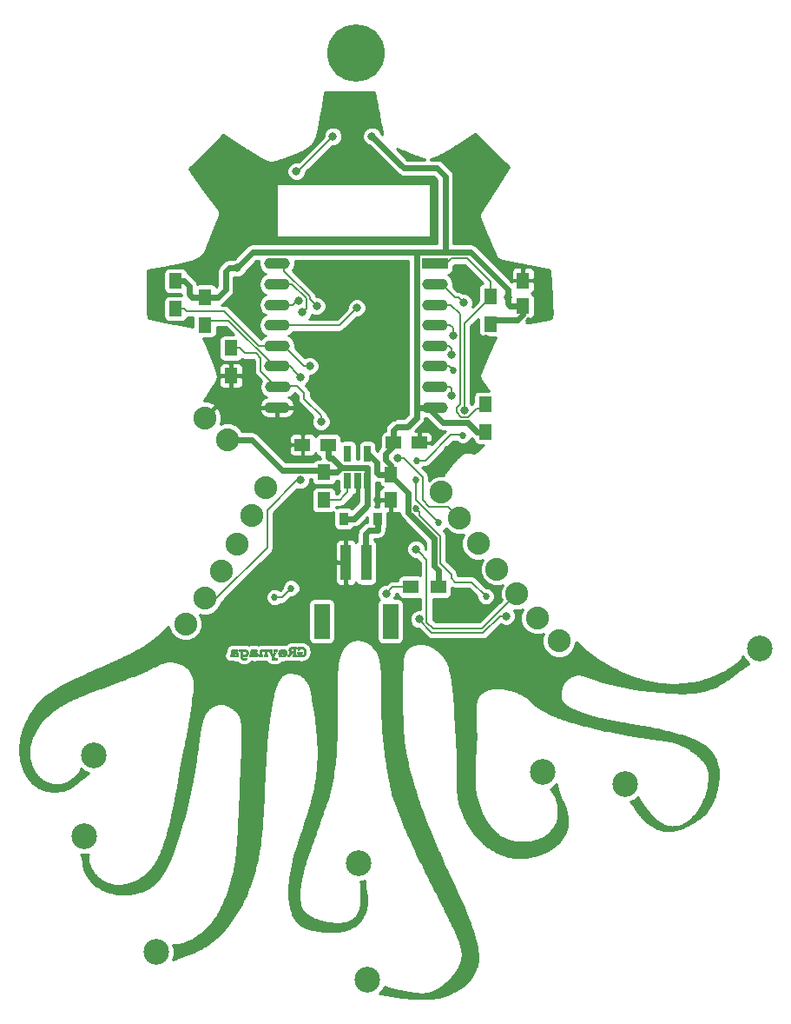
<source format=gbl>
G04 #@! TF.GenerationSoftware,KiCad,Pcbnew,no-vcs-found-077fb3c~59~ubuntu16.04.1*
G04 #@! TF.CreationDate,2017-08-19T10:31:39-06:00*
G04 #@! TF.ProjectId,001,3030312E6B696361645F706362000000,rev?*
G04 #@! TF.SameCoordinates,Original*
G04 #@! TF.FileFunction,Copper,L2,Bot,Signal*
G04 #@! TF.FilePolarity,Positive*
%FSLAX46Y46*%
G04 Gerber Fmt 4.6, Leading zero omitted, Abs format (unit mm)*
G04 Created by KiCad (PCBNEW no-vcs-found-077fb3c~59~ubuntu16.04.1) date Sat Aug 19 10:31:39 2017*
%MOMM*%
%LPD*%
G01*
G04 APERTURE LIST*
%ADD10C,0.010000*%
%ADD11C,2.235200*%
%ADD12R,2.500000X1.100000*%
%ADD13O,2.500000X1.100000*%
%ADD14C,2.500000*%
%ADD15C,5.600000*%
%ADD16R,0.650000X1.560000*%
%ADD17R,0.900000X1.200000*%
%ADD18R,1.000000X3.500000*%
%ADD19R,1.500000X3.400000*%
%ADD20R,1.500000X1.250000*%
%ADD21R,1.250000X1.500000*%
%ADD22R,1.300000X1.500000*%
%ADD23R,1.500000X1.300000*%
%ADD24C,0.685800*%
%ADD25C,0.800000*%
%ADD26C,0.600000*%
%ADD27C,0.609600*%
%ADD28C,0.203200*%
%ADD29C,0.254000*%
G04 APERTURE END LIST*
D10*
G36*
X121393574Y-104379275D02*
X121352957Y-104385993D01*
X121316039Y-104397411D01*
X121282358Y-104413702D01*
X121251451Y-104435039D01*
X121228423Y-104455847D01*
X121214791Y-104470234D01*
X121204491Y-104483019D01*
X121195848Y-104496508D01*
X121187826Y-104511712D01*
X121182221Y-104523264D01*
X121177442Y-104533928D01*
X121173425Y-104544311D01*
X121170102Y-104555021D01*
X121167407Y-104566665D01*
X121165276Y-104579850D01*
X121163642Y-104595183D01*
X121162439Y-104613273D01*
X121161601Y-104634727D01*
X121161062Y-104660151D01*
X121160757Y-104690154D01*
X121160618Y-104725342D01*
X121160582Y-104762683D01*
X121160540Y-104923404D01*
X121140697Y-104925629D01*
X121115847Y-104930480D01*
X121096146Y-104938983D01*
X121081438Y-104951299D01*
X121071565Y-104967591D01*
X121066371Y-104988021D01*
X121065430Y-105003600D01*
X121067121Y-105025333D01*
X121072442Y-105042602D01*
X121081768Y-105056393D01*
X121087447Y-105061792D01*
X121093316Y-105066670D01*
X121098661Y-105070663D01*
X121104165Y-105073859D01*
X121110509Y-105076348D01*
X121118377Y-105078217D01*
X121128450Y-105079555D01*
X121141412Y-105080451D01*
X121157944Y-105080994D01*
X121178728Y-105081271D01*
X121204448Y-105081373D01*
X121235785Y-105081387D01*
X121355803Y-105081387D01*
X121374853Y-105071862D01*
X121391758Y-105061445D01*
X121403316Y-105049211D01*
X121410343Y-105033909D01*
X121413657Y-105014287D01*
X121413807Y-105012167D01*
X121413358Y-104987919D01*
X121408447Y-104968016D01*
X121398833Y-104952166D01*
X121384274Y-104940077D01*
X121364530Y-104931459D01*
X121342996Y-104926565D01*
X121319290Y-104922793D01*
X121319290Y-104778126D01*
X121319324Y-104740845D01*
X121319460Y-104709325D01*
X121319756Y-104682977D01*
X121320266Y-104661212D01*
X121321047Y-104643442D01*
X121322154Y-104629078D01*
X121323642Y-104617530D01*
X121325567Y-104608211D01*
X121327985Y-104600530D01*
X121330951Y-104593900D01*
X121334521Y-104587731D01*
X121337726Y-104582912D01*
X121350322Y-104569059D01*
X121367376Y-104556609D01*
X121386997Y-104546844D01*
X121395097Y-104543991D01*
X121405082Y-104541510D01*
X121417010Y-104539849D01*
X121432215Y-104538892D01*
X121452027Y-104538526D01*
X121458990Y-104538514D01*
X121477784Y-104538638D01*
X121491774Y-104539087D01*
X121502505Y-104540047D01*
X121511524Y-104541706D01*
X121520374Y-104544250D01*
X121527812Y-104546845D01*
X121552473Y-104557944D01*
X121577835Y-104573711D01*
X121604555Y-104594589D01*
X121623574Y-104611686D01*
X121652665Y-104639071D01*
X121652665Y-104924225D01*
X121640549Y-104924225D01*
X121625241Y-104925277D01*
X121608333Y-104928073D01*
X121592437Y-104932065D01*
X121580162Y-104936710D01*
X121579741Y-104936923D01*
X121562701Y-104948773D01*
X121550735Y-104964263D01*
X121543742Y-104983580D01*
X121541610Y-105005879D01*
X121543594Y-105027596D01*
X121549757Y-105044981D01*
X121560653Y-105058916D01*
X121576835Y-105070280D01*
X121584443Y-105074088D01*
X121588519Y-105075902D01*
X121592554Y-105077391D01*
X121597194Y-105078591D01*
X121603089Y-105079538D01*
X121610888Y-105080266D01*
X121621238Y-105080813D01*
X121634788Y-105081213D01*
X121652188Y-105081502D01*
X121674084Y-105081716D01*
X121701127Y-105081891D01*
X121728865Y-105082037D01*
X121763552Y-105082160D01*
X121792394Y-105082139D01*
X121815897Y-105081961D01*
X121834567Y-105081615D01*
X121848907Y-105081088D01*
X121859424Y-105080367D01*
X121866621Y-105079441D01*
X121870153Y-105078602D01*
X121891421Y-105069832D01*
X121907092Y-105058643D01*
X121917683Y-105044328D01*
X121923711Y-105026180D01*
X121925695Y-105003492D01*
X121925698Y-105002704D01*
X121923000Y-104980591D01*
X121914985Y-104961737D01*
X121901843Y-104946468D01*
X121887515Y-104936923D01*
X121875462Y-104932262D01*
X121859670Y-104928229D01*
X121842752Y-104925369D01*
X121827318Y-104924227D01*
X121826707Y-104924225D01*
X121814590Y-104924225D01*
X121814590Y-104557217D01*
X121836976Y-104553378D01*
X121850367Y-104550478D01*
X121863112Y-104546716D01*
X121871594Y-104543299D01*
X121887904Y-104531620D01*
X121899843Y-104515929D01*
X121907100Y-104497096D01*
X121909364Y-104475991D01*
X121906326Y-104453483D01*
X121905165Y-104449258D01*
X121896842Y-104431920D01*
X121882993Y-104417516D01*
X121863803Y-104406068D01*
X121859090Y-104404006D01*
X121854392Y-104402362D01*
X121848934Y-104401081D01*
X121841941Y-104400105D01*
X121832640Y-104399379D01*
X121820256Y-104398844D01*
X121804016Y-104398446D01*
X121783143Y-104398126D01*
X121756866Y-104397829D01*
X121750297Y-104397761D01*
X121652665Y-104396761D01*
X121652665Y-104467187D01*
X121632753Y-104450295D01*
X121612646Y-104433985D01*
X121594345Y-104420997D01*
X121575546Y-104409814D01*
X121556652Y-104400208D01*
X121535309Y-104391003D01*
X121514458Y-104384417D01*
X121492419Y-104380120D01*
X121467510Y-104377784D01*
X121438353Y-104377082D01*
X121393574Y-104379275D01*
X121393574Y-104379275D01*
G37*
X121393574Y-104379275D02*
X121352957Y-104385993D01*
X121316039Y-104397411D01*
X121282358Y-104413702D01*
X121251451Y-104435039D01*
X121228423Y-104455847D01*
X121214791Y-104470234D01*
X121204491Y-104483019D01*
X121195848Y-104496508D01*
X121187826Y-104511712D01*
X121182221Y-104523264D01*
X121177442Y-104533928D01*
X121173425Y-104544311D01*
X121170102Y-104555021D01*
X121167407Y-104566665D01*
X121165276Y-104579850D01*
X121163642Y-104595183D01*
X121162439Y-104613273D01*
X121161601Y-104634727D01*
X121161062Y-104660151D01*
X121160757Y-104690154D01*
X121160618Y-104725342D01*
X121160582Y-104762683D01*
X121160540Y-104923404D01*
X121140697Y-104925629D01*
X121115847Y-104930480D01*
X121096146Y-104938983D01*
X121081438Y-104951299D01*
X121071565Y-104967591D01*
X121066371Y-104988021D01*
X121065430Y-105003600D01*
X121067121Y-105025333D01*
X121072442Y-105042602D01*
X121081768Y-105056393D01*
X121087447Y-105061792D01*
X121093316Y-105066670D01*
X121098661Y-105070663D01*
X121104165Y-105073859D01*
X121110509Y-105076348D01*
X121118377Y-105078217D01*
X121128450Y-105079555D01*
X121141412Y-105080451D01*
X121157944Y-105080994D01*
X121178728Y-105081271D01*
X121204448Y-105081373D01*
X121235785Y-105081387D01*
X121355803Y-105081387D01*
X121374853Y-105071862D01*
X121391758Y-105061445D01*
X121403316Y-105049211D01*
X121410343Y-105033909D01*
X121413657Y-105014287D01*
X121413807Y-105012167D01*
X121413358Y-104987919D01*
X121408447Y-104968016D01*
X121398833Y-104952166D01*
X121384274Y-104940077D01*
X121364530Y-104931459D01*
X121342996Y-104926565D01*
X121319290Y-104922793D01*
X121319290Y-104778126D01*
X121319324Y-104740845D01*
X121319460Y-104709325D01*
X121319756Y-104682977D01*
X121320266Y-104661212D01*
X121321047Y-104643442D01*
X121322154Y-104629078D01*
X121323642Y-104617530D01*
X121325567Y-104608211D01*
X121327985Y-104600530D01*
X121330951Y-104593900D01*
X121334521Y-104587731D01*
X121337726Y-104582912D01*
X121350322Y-104569059D01*
X121367376Y-104556609D01*
X121386997Y-104546844D01*
X121395097Y-104543991D01*
X121405082Y-104541510D01*
X121417010Y-104539849D01*
X121432215Y-104538892D01*
X121452027Y-104538526D01*
X121458990Y-104538514D01*
X121477784Y-104538638D01*
X121491774Y-104539087D01*
X121502505Y-104540047D01*
X121511524Y-104541706D01*
X121520374Y-104544250D01*
X121527812Y-104546845D01*
X121552473Y-104557944D01*
X121577835Y-104573711D01*
X121604555Y-104594589D01*
X121623574Y-104611686D01*
X121652665Y-104639071D01*
X121652665Y-104924225D01*
X121640549Y-104924225D01*
X121625241Y-104925277D01*
X121608333Y-104928073D01*
X121592437Y-104932065D01*
X121580162Y-104936710D01*
X121579741Y-104936923D01*
X121562701Y-104948773D01*
X121550735Y-104964263D01*
X121543742Y-104983580D01*
X121541610Y-105005879D01*
X121543594Y-105027596D01*
X121549757Y-105044981D01*
X121560653Y-105058916D01*
X121576835Y-105070280D01*
X121584443Y-105074088D01*
X121588519Y-105075902D01*
X121592554Y-105077391D01*
X121597194Y-105078591D01*
X121603089Y-105079538D01*
X121610888Y-105080266D01*
X121621238Y-105080813D01*
X121634788Y-105081213D01*
X121652188Y-105081502D01*
X121674084Y-105081716D01*
X121701127Y-105081891D01*
X121728865Y-105082037D01*
X121763552Y-105082160D01*
X121792394Y-105082139D01*
X121815897Y-105081961D01*
X121834567Y-105081615D01*
X121848907Y-105081088D01*
X121859424Y-105080367D01*
X121866621Y-105079441D01*
X121870153Y-105078602D01*
X121891421Y-105069832D01*
X121907092Y-105058643D01*
X121917683Y-105044328D01*
X121923711Y-105026180D01*
X121925695Y-105003492D01*
X121925698Y-105002704D01*
X121923000Y-104980591D01*
X121914985Y-104961737D01*
X121901843Y-104946468D01*
X121887515Y-104936923D01*
X121875462Y-104932262D01*
X121859670Y-104928229D01*
X121842752Y-104925369D01*
X121827318Y-104924227D01*
X121826707Y-104924225D01*
X121814590Y-104924225D01*
X121814590Y-104557217D01*
X121836976Y-104553378D01*
X121850367Y-104550478D01*
X121863112Y-104546716D01*
X121871594Y-104543299D01*
X121887904Y-104531620D01*
X121899843Y-104515929D01*
X121907100Y-104497096D01*
X121909364Y-104475991D01*
X121906326Y-104453483D01*
X121905165Y-104449258D01*
X121896842Y-104431920D01*
X121882993Y-104417516D01*
X121863803Y-104406068D01*
X121859090Y-104404006D01*
X121854392Y-104402362D01*
X121848934Y-104401081D01*
X121841941Y-104400105D01*
X121832640Y-104399379D01*
X121820256Y-104398844D01*
X121804016Y-104398446D01*
X121783143Y-104398126D01*
X121756866Y-104397829D01*
X121750297Y-104397761D01*
X121652665Y-104396761D01*
X121652665Y-104467187D01*
X121632753Y-104450295D01*
X121612646Y-104433985D01*
X121594345Y-104420997D01*
X121575546Y-104409814D01*
X121556652Y-104400208D01*
X121535309Y-104391003D01*
X121514458Y-104384417D01*
X121492419Y-104380120D01*
X121467510Y-104377784D01*
X121438353Y-104377082D01*
X121393574Y-104379275D01*
G36*
X124351646Y-104168937D02*
X124325976Y-104169204D01*
X124304055Y-104169647D01*
X124285365Y-104170290D01*
X124269385Y-104171158D01*
X124255595Y-104172274D01*
X124243476Y-104173662D01*
X124232507Y-104175347D01*
X124222168Y-104177353D01*
X124211940Y-104179703D01*
X124201303Y-104182422D01*
X124198179Y-104183254D01*
X124158632Y-104196576D01*
X124121376Y-104214522D01*
X124087101Y-104236544D01*
X124056497Y-104262096D01*
X124030253Y-104290629D01*
X124009060Y-104321597D01*
X123999029Y-104341176D01*
X123987160Y-104374461D01*
X123979873Y-104410428D01*
X123977441Y-104447090D01*
X123979787Y-104480121D01*
X123987827Y-104515701D01*
X124001378Y-104549000D01*
X124020674Y-104580447D01*
X124045948Y-104610475D01*
X124056126Y-104620610D01*
X124066805Y-104630189D01*
X124079672Y-104640774D01*
X124093665Y-104651603D01*
X124107724Y-104661912D01*
X124120790Y-104670937D01*
X124131801Y-104677916D01*
X124139697Y-104682084D01*
X124142675Y-104682925D01*
X124141822Y-104684986D01*
X124137132Y-104690619D01*
X124129347Y-104698996D01*
X124119210Y-104709288D01*
X124117721Y-104710759D01*
X124073798Y-104757091D01*
X124031020Y-104808170D01*
X123990683Y-104862392D01*
X123968815Y-104894806D01*
X123949778Y-104924125D01*
X123930728Y-104924230D01*
X123909972Y-104925596D01*
X123889479Y-104929167D01*
X123871133Y-104934490D01*
X123856819Y-104941110D01*
X123854528Y-104942604D01*
X123840423Y-104955528D01*
X123831269Y-104971423D01*
X123826718Y-104991041D01*
X123826049Y-105003600D01*
X123828142Y-105026729D01*
X123834797Y-105045549D01*
X123846275Y-105060417D01*
X123862834Y-105071692D01*
X123880124Y-105078430D01*
X123887057Y-105079975D01*
X123896791Y-105081160D01*
X123910049Y-105082017D01*
X123927550Y-105082583D01*
X123950018Y-105082890D01*
X123975504Y-105082975D01*
X124055783Y-105082975D01*
X124073610Y-105051211D01*
X124092142Y-105019770D01*
X124112924Y-104987281D01*
X124135442Y-104954370D01*
X124159180Y-104921666D01*
X124183625Y-104889794D01*
X124208262Y-104859381D01*
X124232576Y-104831053D01*
X124256053Y-104805439D01*
X124278178Y-104783163D01*
X124298438Y-104764853D01*
X124316317Y-104751135D01*
X124323874Y-104746381D01*
X124340303Y-104736959D01*
X124415709Y-104736929D01*
X124491115Y-104736900D01*
X124491115Y-104924225D01*
X124455397Y-104924280D01*
X124424214Y-104925451D01*
X124398473Y-104928988D01*
X124377648Y-104935081D01*
X124361216Y-104943923D01*
X124348652Y-104955703D01*
X124341965Y-104965640D01*
X124337542Y-104974976D01*
X124335121Y-104984513D01*
X124334184Y-104996757D01*
X124334107Y-105003600D01*
X124336234Y-105026586D01*
X124342705Y-105045152D01*
X124353668Y-105059644D01*
X124360743Y-105065375D01*
X124366449Y-105069217D01*
X124371942Y-105072455D01*
X124377797Y-105075140D01*
X124384590Y-105077324D01*
X124392897Y-105079057D01*
X124403294Y-105080391D01*
X124416356Y-105081377D01*
X124432659Y-105082067D01*
X124452779Y-105082510D01*
X124477292Y-105082760D01*
X124506772Y-105082866D01*
X124541796Y-105082880D01*
X124557501Y-105082871D01*
X124593151Y-105082831D01*
X124623034Y-105082750D01*
X124647736Y-105082608D01*
X124667840Y-105082385D01*
X124683930Y-105082060D01*
X124696591Y-105081614D01*
X124706407Y-105081025D01*
X124713962Y-105080275D01*
X124719839Y-105079343D01*
X124724624Y-105078209D01*
X124728556Y-105076972D01*
X124748124Y-105067268D01*
X124762934Y-105053498D01*
X124772810Y-105035993D01*
X124777575Y-105015083D01*
X124777054Y-104991099D01*
X124776479Y-104987072D01*
X124770474Y-104967681D01*
X124759235Y-104951727D01*
X124742929Y-104939311D01*
X124721725Y-104930533D01*
X124695792Y-104925495D01*
X124671507Y-104924225D01*
X124653040Y-104924225D01*
X124653040Y-104578150D01*
X124491115Y-104578150D01*
X124441109Y-104578122D01*
X124419175Y-104577883D01*
X124394979Y-104577252D01*
X124371257Y-104576319D01*
X124350744Y-104575177D01*
X124348147Y-104574996D01*
X124314366Y-104571583D01*
X124285105Y-104566359D01*
X124258696Y-104558925D01*
X124233467Y-104548885D01*
X124228219Y-104546434D01*
X124206390Y-104534024D01*
X124186536Y-104518976D01*
X124169963Y-104502461D01*
X124157976Y-104485653D01*
X124155739Y-104481312D01*
X124150279Y-104464176D01*
X124148129Y-104444661D01*
X124149343Y-104425300D01*
X124153973Y-104408627D01*
X124154218Y-104408079D01*
X124166498Y-104388341D01*
X124184311Y-104370348D01*
X124206954Y-104354647D01*
X124233727Y-104341783D01*
X124244804Y-104337762D01*
X124251749Y-104335487D01*
X124258016Y-104333649D01*
X124264371Y-104332193D01*
X124271583Y-104331064D01*
X124280420Y-104330206D01*
X124291649Y-104329566D01*
X124306037Y-104329087D01*
X124324354Y-104328716D01*
X124347366Y-104328396D01*
X124375841Y-104328074D01*
X124380784Y-104328020D01*
X124491115Y-104326822D01*
X124491115Y-104578150D01*
X124653040Y-104578150D01*
X124653040Y-104328248D01*
X124683997Y-104326446D01*
X124712187Y-104323202D01*
X124734948Y-104316925D01*
X124752548Y-104307387D01*
X124765255Y-104294358D01*
X124773338Y-104277609D01*
X124777065Y-104256912D01*
X124777395Y-104246728D01*
X124775748Y-104224627D01*
X124770645Y-104207237D01*
X124761555Y-104193636D01*
X124747948Y-104182897D01*
X124737659Y-104177562D01*
X124721303Y-104170162D01*
X124502228Y-104169145D01*
X124456358Y-104168950D01*
X124416317Y-104168834D01*
X124381587Y-104168822D01*
X124351646Y-104168937D01*
X124351646Y-104168937D01*
G37*
X124351646Y-104168937D02*
X124325976Y-104169204D01*
X124304055Y-104169647D01*
X124285365Y-104170290D01*
X124269385Y-104171158D01*
X124255595Y-104172274D01*
X124243476Y-104173662D01*
X124232507Y-104175347D01*
X124222168Y-104177353D01*
X124211940Y-104179703D01*
X124201303Y-104182422D01*
X124198179Y-104183254D01*
X124158632Y-104196576D01*
X124121376Y-104214522D01*
X124087101Y-104236544D01*
X124056497Y-104262096D01*
X124030253Y-104290629D01*
X124009060Y-104321597D01*
X123999029Y-104341176D01*
X123987160Y-104374461D01*
X123979873Y-104410428D01*
X123977441Y-104447090D01*
X123979787Y-104480121D01*
X123987827Y-104515701D01*
X124001378Y-104549000D01*
X124020674Y-104580447D01*
X124045948Y-104610475D01*
X124056126Y-104620610D01*
X124066805Y-104630189D01*
X124079672Y-104640774D01*
X124093665Y-104651603D01*
X124107724Y-104661912D01*
X124120790Y-104670937D01*
X124131801Y-104677916D01*
X124139697Y-104682084D01*
X124142675Y-104682925D01*
X124141822Y-104684986D01*
X124137132Y-104690619D01*
X124129347Y-104698996D01*
X124119210Y-104709288D01*
X124117721Y-104710759D01*
X124073798Y-104757091D01*
X124031020Y-104808170D01*
X123990683Y-104862392D01*
X123968815Y-104894806D01*
X123949778Y-104924125D01*
X123930728Y-104924230D01*
X123909972Y-104925596D01*
X123889479Y-104929167D01*
X123871133Y-104934490D01*
X123856819Y-104941110D01*
X123854528Y-104942604D01*
X123840423Y-104955528D01*
X123831269Y-104971423D01*
X123826718Y-104991041D01*
X123826049Y-105003600D01*
X123828142Y-105026729D01*
X123834797Y-105045549D01*
X123846275Y-105060417D01*
X123862834Y-105071692D01*
X123880124Y-105078430D01*
X123887057Y-105079975D01*
X123896791Y-105081160D01*
X123910049Y-105082017D01*
X123927550Y-105082583D01*
X123950018Y-105082890D01*
X123975504Y-105082975D01*
X124055783Y-105082975D01*
X124073610Y-105051211D01*
X124092142Y-105019770D01*
X124112924Y-104987281D01*
X124135442Y-104954370D01*
X124159180Y-104921666D01*
X124183625Y-104889794D01*
X124208262Y-104859381D01*
X124232576Y-104831053D01*
X124256053Y-104805439D01*
X124278178Y-104783163D01*
X124298438Y-104764853D01*
X124316317Y-104751135D01*
X124323874Y-104746381D01*
X124340303Y-104736959D01*
X124415709Y-104736929D01*
X124491115Y-104736900D01*
X124491115Y-104924225D01*
X124455397Y-104924280D01*
X124424214Y-104925451D01*
X124398473Y-104928988D01*
X124377648Y-104935081D01*
X124361216Y-104943923D01*
X124348652Y-104955703D01*
X124341965Y-104965640D01*
X124337542Y-104974976D01*
X124335121Y-104984513D01*
X124334184Y-104996757D01*
X124334107Y-105003600D01*
X124336234Y-105026586D01*
X124342705Y-105045152D01*
X124353668Y-105059644D01*
X124360743Y-105065375D01*
X124366449Y-105069217D01*
X124371942Y-105072455D01*
X124377797Y-105075140D01*
X124384590Y-105077324D01*
X124392897Y-105079057D01*
X124403294Y-105080391D01*
X124416356Y-105081377D01*
X124432659Y-105082067D01*
X124452779Y-105082510D01*
X124477292Y-105082760D01*
X124506772Y-105082866D01*
X124541796Y-105082880D01*
X124557501Y-105082871D01*
X124593151Y-105082831D01*
X124623034Y-105082750D01*
X124647736Y-105082608D01*
X124667840Y-105082385D01*
X124683930Y-105082060D01*
X124696591Y-105081614D01*
X124706407Y-105081025D01*
X124713962Y-105080275D01*
X124719839Y-105079343D01*
X124724624Y-105078209D01*
X124728556Y-105076972D01*
X124748124Y-105067268D01*
X124762934Y-105053498D01*
X124772810Y-105035993D01*
X124777575Y-105015083D01*
X124777054Y-104991099D01*
X124776479Y-104987072D01*
X124770474Y-104967681D01*
X124759235Y-104951727D01*
X124742929Y-104939311D01*
X124721725Y-104930533D01*
X124695792Y-104925495D01*
X124671507Y-104924225D01*
X124653040Y-104924225D01*
X124653040Y-104578150D01*
X124491115Y-104578150D01*
X124441109Y-104578122D01*
X124419175Y-104577883D01*
X124394979Y-104577252D01*
X124371257Y-104576319D01*
X124350744Y-104575177D01*
X124348147Y-104574996D01*
X124314366Y-104571583D01*
X124285105Y-104566359D01*
X124258696Y-104558925D01*
X124233467Y-104548885D01*
X124228219Y-104546434D01*
X124206390Y-104534024D01*
X124186536Y-104518976D01*
X124169963Y-104502461D01*
X124157976Y-104485653D01*
X124155739Y-104481312D01*
X124150279Y-104464176D01*
X124148129Y-104444661D01*
X124149343Y-104425300D01*
X124153973Y-104408627D01*
X124154218Y-104408079D01*
X124166498Y-104388341D01*
X124184311Y-104370348D01*
X124206954Y-104354647D01*
X124233727Y-104341783D01*
X124244804Y-104337762D01*
X124251749Y-104335487D01*
X124258016Y-104333649D01*
X124264371Y-104332193D01*
X124271583Y-104331064D01*
X124280420Y-104330206D01*
X124291649Y-104329566D01*
X124306037Y-104329087D01*
X124324354Y-104328716D01*
X124347366Y-104328396D01*
X124375841Y-104328074D01*
X124380784Y-104328020D01*
X124491115Y-104326822D01*
X124491115Y-104578150D01*
X124653040Y-104578150D01*
X124653040Y-104328248D01*
X124683997Y-104326446D01*
X124712187Y-104323202D01*
X124734948Y-104316925D01*
X124752548Y-104307387D01*
X124765255Y-104294358D01*
X124773338Y-104277609D01*
X124777065Y-104256912D01*
X124777395Y-104246728D01*
X124775748Y-104224627D01*
X124770645Y-104207237D01*
X124761555Y-104193636D01*
X124747948Y-104182897D01*
X124737659Y-104177562D01*
X124721303Y-104170162D01*
X124502228Y-104169145D01*
X124456358Y-104168950D01*
X124416317Y-104168834D01*
X124381587Y-104168822D01*
X124351646Y-104168937D01*
G36*
X124910333Y-104148005D02*
X124894046Y-104153738D01*
X124884559Y-104159968D01*
X124877183Y-104168261D01*
X124870528Y-104179696D01*
X124861003Y-104198267D01*
X124860012Y-104302580D01*
X124859775Y-104332419D01*
X124859704Y-104356632D01*
X124859822Y-104375942D01*
X124860152Y-104391070D01*
X124860718Y-104402740D01*
X124861543Y-104411674D01*
X124862650Y-104418595D01*
X124863897Y-104423664D01*
X124871855Y-104444073D01*
X124882628Y-104459117D01*
X124896828Y-104469246D01*
X124915070Y-104474905D01*
X124936390Y-104476550D01*
X124950282Y-104475971D01*
X124962803Y-104474437D01*
X124971505Y-104472251D01*
X124971674Y-104472181D01*
X124982797Y-104465443D01*
X124992597Y-104454774D01*
X125001418Y-104439573D01*
X125009607Y-104419241D01*
X125017511Y-104393178D01*
X125017756Y-104392268D01*
X125025578Y-104374999D01*
X125038990Y-104359173D01*
X125057355Y-104344990D01*
X125080035Y-104332652D01*
X125106392Y-104322361D01*
X125135790Y-104314317D01*
X125167591Y-104308722D01*
X125201157Y-104305777D01*
X125235850Y-104305684D01*
X125271035Y-104308643D01*
X125279074Y-104309768D01*
X125320875Y-104318955D01*
X125359367Y-104333250D01*
X125394232Y-104352356D01*
X125425152Y-104375977D01*
X125451808Y-104403817D01*
X125473882Y-104435577D01*
X125491056Y-104470963D01*
X125503012Y-104509676D01*
X125505284Y-104520556D01*
X125507067Y-104533860D01*
X125508493Y-104552198D01*
X125509560Y-104574428D01*
X125510269Y-104599409D01*
X125510620Y-104626000D01*
X125510612Y-104653059D01*
X125510247Y-104679445D01*
X125509524Y-104704016D01*
X125508443Y-104725631D01*
X125507003Y-104743149D01*
X125505276Y-104755092D01*
X125494782Y-104792909D01*
X125479766Y-104826443D01*
X125460157Y-104855755D01*
X125435882Y-104880902D01*
X125406870Y-104901943D01*
X125373047Y-104918938D01*
X125334343Y-104931946D01*
X125290685Y-104941025D01*
X125275424Y-104943139D01*
X125231449Y-104946349D01*
X125185768Y-104945629D01*
X125140050Y-104941163D01*
X125095968Y-104933139D01*
X125055191Y-104921741D01*
X125042772Y-104917281D01*
X125018165Y-104907888D01*
X125018165Y-104804202D01*
X125112622Y-104802793D01*
X125142821Y-104802268D01*
X125167450Y-104801612D01*
X125187287Y-104800716D01*
X125203111Y-104799473D01*
X125215702Y-104797774D01*
X125225838Y-104795510D01*
X125234299Y-104792573D01*
X125241864Y-104788854D01*
X125249312Y-104784246D01*
X125250221Y-104783637D01*
X125262973Y-104771363D01*
X125271998Y-104754800D01*
X125276982Y-104735014D01*
X125277611Y-104713069D01*
X125275483Y-104697901D01*
X125269573Y-104680683D01*
X125259367Y-104667063D01*
X125244148Y-104656256D01*
X125232478Y-104650861D01*
X125213428Y-104643237D01*
X125038803Y-104643237D01*
X125000639Y-104643252D01*
X124968279Y-104643306D01*
X124941177Y-104643416D01*
X124918788Y-104643598D01*
X124900566Y-104643867D01*
X124885966Y-104644240D01*
X124874441Y-104644732D01*
X124865446Y-104645360D01*
X124858435Y-104646140D01*
X124852862Y-104647087D01*
X124848183Y-104648217D01*
X124845936Y-104648878D01*
X124825323Y-104658065D01*
X124809567Y-104671233D01*
X124798878Y-104688103D01*
X124793469Y-104708395D01*
X124792810Y-104719069D01*
X124795003Y-104742677D01*
X124801949Y-104762216D01*
X124813908Y-104778106D01*
X124831142Y-104790768D01*
X124840165Y-104795291D01*
X124859415Y-104803931D01*
X124859415Y-105010367D01*
X124904659Y-105032049D01*
X124944626Y-105050452D01*
X124981038Y-105065522D01*
X125015387Y-105077781D01*
X125049163Y-105087753D01*
X125083857Y-105095959D01*
X125091190Y-105097466D01*
X125104010Y-105099321D01*
X125121929Y-105100916D01*
X125143700Y-105102225D01*
X125168077Y-105103223D01*
X125193814Y-105103883D01*
X125219664Y-105104181D01*
X125244380Y-105104091D01*
X125266716Y-105103587D01*
X125285426Y-105102643D01*
X125295978Y-105101674D01*
X125336112Y-105095272D01*
X125376746Y-105085836D01*
X125416107Y-105073891D01*
X125452422Y-105059965D01*
X125478540Y-105047511D01*
X125516937Y-105023592D01*
X125551774Y-104994689D01*
X125582756Y-104961266D01*
X125609587Y-104923785D01*
X125631969Y-104882710D01*
X125649606Y-104838505D01*
X125662201Y-104791633D01*
X125668698Y-104750269D01*
X125669983Y-104733993D01*
X125670966Y-104712730D01*
X125671647Y-104687835D01*
X125672024Y-104660664D01*
X125672095Y-104632572D01*
X125671859Y-104604916D01*
X125671316Y-104579050D01*
X125670464Y-104556330D01*
X125669301Y-104538112D01*
X125668901Y-104533822D01*
X125661668Y-104487872D01*
X125649722Y-104442792D01*
X125633617Y-104400587D01*
X125629682Y-104392119D01*
X125614355Y-104362400D01*
X125598461Y-104336432D01*
X125580645Y-104312317D01*
X125559549Y-104288157D01*
X125543641Y-104271735D01*
X125508239Y-104239409D01*
X125471833Y-104212577D01*
X125433371Y-104190671D01*
X125391802Y-104173121D01*
X125346075Y-104159359D01*
X125328326Y-104155208D01*
X125316599Y-104152815D01*
X125305540Y-104151022D01*
X125293930Y-104149746D01*
X125280550Y-104148903D01*
X125264180Y-104148412D01*
X125243601Y-104148188D01*
X125224540Y-104148146D01*
X125197478Y-104148282D01*
X125175607Y-104148737D01*
X125157773Y-104149576D01*
X125142823Y-104150862D01*
X125129603Y-104152659D01*
X125123152Y-104153794D01*
X125097043Y-104159613D01*
X125069125Y-104167353D01*
X125042015Y-104176217D01*
X125018330Y-104185410D01*
X125016085Y-104186390D01*
X125004359Y-104190941D01*
X124997857Y-104191916D01*
X124996501Y-104190893D01*
X124992095Y-104182916D01*
X124984326Y-104173103D01*
X124974947Y-104163375D01*
X124965711Y-104155655D01*
X124962455Y-104153564D01*
X124946956Y-104147902D01*
X124928781Y-104146051D01*
X124910333Y-104148005D01*
X124910333Y-104148005D01*
G37*
X124910333Y-104148005D02*
X124894046Y-104153738D01*
X124884559Y-104159968D01*
X124877183Y-104168261D01*
X124870528Y-104179696D01*
X124861003Y-104198267D01*
X124860012Y-104302580D01*
X124859775Y-104332419D01*
X124859704Y-104356632D01*
X124859822Y-104375942D01*
X124860152Y-104391070D01*
X124860718Y-104402740D01*
X124861543Y-104411674D01*
X124862650Y-104418595D01*
X124863897Y-104423664D01*
X124871855Y-104444073D01*
X124882628Y-104459117D01*
X124896828Y-104469246D01*
X124915070Y-104474905D01*
X124936390Y-104476550D01*
X124950282Y-104475971D01*
X124962803Y-104474437D01*
X124971505Y-104472251D01*
X124971674Y-104472181D01*
X124982797Y-104465443D01*
X124992597Y-104454774D01*
X125001418Y-104439573D01*
X125009607Y-104419241D01*
X125017511Y-104393178D01*
X125017756Y-104392268D01*
X125025578Y-104374999D01*
X125038990Y-104359173D01*
X125057355Y-104344990D01*
X125080035Y-104332652D01*
X125106392Y-104322361D01*
X125135790Y-104314317D01*
X125167591Y-104308722D01*
X125201157Y-104305777D01*
X125235850Y-104305684D01*
X125271035Y-104308643D01*
X125279074Y-104309768D01*
X125320875Y-104318955D01*
X125359367Y-104333250D01*
X125394232Y-104352356D01*
X125425152Y-104375977D01*
X125451808Y-104403817D01*
X125473882Y-104435577D01*
X125491056Y-104470963D01*
X125503012Y-104509676D01*
X125505284Y-104520556D01*
X125507067Y-104533860D01*
X125508493Y-104552198D01*
X125509560Y-104574428D01*
X125510269Y-104599409D01*
X125510620Y-104626000D01*
X125510612Y-104653059D01*
X125510247Y-104679445D01*
X125509524Y-104704016D01*
X125508443Y-104725631D01*
X125507003Y-104743149D01*
X125505276Y-104755092D01*
X125494782Y-104792909D01*
X125479766Y-104826443D01*
X125460157Y-104855755D01*
X125435882Y-104880902D01*
X125406870Y-104901943D01*
X125373047Y-104918938D01*
X125334343Y-104931946D01*
X125290685Y-104941025D01*
X125275424Y-104943139D01*
X125231449Y-104946349D01*
X125185768Y-104945629D01*
X125140050Y-104941163D01*
X125095968Y-104933139D01*
X125055191Y-104921741D01*
X125042772Y-104917281D01*
X125018165Y-104907888D01*
X125018165Y-104804202D01*
X125112622Y-104802793D01*
X125142821Y-104802268D01*
X125167450Y-104801612D01*
X125187287Y-104800716D01*
X125203111Y-104799473D01*
X125215702Y-104797774D01*
X125225838Y-104795510D01*
X125234299Y-104792573D01*
X125241864Y-104788854D01*
X125249312Y-104784246D01*
X125250221Y-104783637D01*
X125262973Y-104771363D01*
X125271998Y-104754800D01*
X125276982Y-104735014D01*
X125277611Y-104713069D01*
X125275483Y-104697901D01*
X125269573Y-104680683D01*
X125259367Y-104667063D01*
X125244148Y-104656256D01*
X125232478Y-104650861D01*
X125213428Y-104643237D01*
X125038803Y-104643237D01*
X125000639Y-104643252D01*
X124968279Y-104643306D01*
X124941177Y-104643416D01*
X124918788Y-104643598D01*
X124900566Y-104643867D01*
X124885966Y-104644240D01*
X124874441Y-104644732D01*
X124865446Y-104645360D01*
X124858435Y-104646140D01*
X124852862Y-104647087D01*
X124848183Y-104648217D01*
X124845936Y-104648878D01*
X124825323Y-104658065D01*
X124809567Y-104671233D01*
X124798878Y-104688103D01*
X124793469Y-104708395D01*
X124792810Y-104719069D01*
X124795003Y-104742677D01*
X124801949Y-104762216D01*
X124813908Y-104778106D01*
X124831142Y-104790768D01*
X124840165Y-104795291D01*
X124859415Y-104803931D01*
X124859415Y-105010367D01*
X124904659Y-105032049D01*
X124944626Y-105050452D01*
X124981038Y-105065522D01*
X125015387Y-105077781D01*
X125049163Y-105087753D01*
X125083857Y-105095959D01*
X125091190Y-105097466D01*
X125104010Y-105099321D01*
X125121929Y-105100916D01*
X125143700Y-105102225D01*
X125168077Y-105103223D01*
X125193814Y-105103883D01*
X125219664Y-105104181D01*
X125244380Y-105104091D01*
X125266716Y-105103587D01*
X125285426Y-105102643D01*
X125295978Y-105101674D01*
X125336112Y-105095272D01*
X125376746Y-105085836D01*
X125416107Y-105073891D01*
X125452422Y-105059965D01*
X125478540Y-105047511D01*
X125516937Y-105023592D01*
X125551774Y-104994689D01*
X125582756Y-104961266D01*
X125609587Y-104923785D01*
X125631969Y-104882710D01*
X125649606Y-104838505D01*
X125662201Y-104791633D01*
X125668698Y-104750269D01*
X125669983Y-104733993D01*
X125670966Y-104712730D01*
X125671647Y-104687835D01*
X125672024Y-104660664D01*
X125672095Y-104632572D01*
X125671859Y-104604916D01*
X125671316Y-104579050D01*
X125670464Y-104556330D01*
X125669301Y-104538112D01*
X125668901Y-104533822D01*
X125661668Y-104487872D01*
X125649722Y-104442792D01*
X125633617Y-104400587D01*
X125629682Y-104392119D01*
X125614355Y-104362400D01*
X125598461Y-104336432D01*
X125580645Y-104312317D01*
X125559549Y-104288157D01*
X125543641Y-104271735D01*
X125508239Y-104239409D01*
X125471833Y-104212577D01*
X125433371Y-104190671D01*
X125391802Y-104173121D01*
X125346075Y-104159359D01*
X125328326Y-104155208D01*
X125316599Y-104152815D01*
X125305540Y-104151022D01*
X125293930Y-104149746D01*
X125280550Y-104148903D01*
X125264180Y-104148412D01*
X125243601Y-104148188D01*
X125224540Y-104148146D01*
X125197478Y-104148282D01*
X125175607Y-104148737D01*
X125157773Y-104149576D01*
X125142823Y-104150862D01*
X125129603Y-104152659D01*
X125123152Y-104153794D01*
X125097043Y-104159613D01*
X125069125Y-104167353D01*
X125042015Y-104176217D01*
X125018330Y-104185410D01*
X125016085Y-104186390D01*
X125004359Y-104190941D01*
X124997857Y-104191916D01*
X124996501Y-104190893D01*
X124992095Y-104182916D01*
X124984326Y-104173103D01*
X124974947Y-104163375D01*
X124965711Y-104155655D01*
X124962455Y-104153564D01*
X124946956Y-104147902D01*
X124928781Y-104146051D01*
X124910333Y-104148005D01*
G36*
X118640382Y-104377679D02*
X118593286Y-104383103D01*
X118550060Y-104392433D01*
X118533228Y-104397528D01*
X118499237Y-104411327D01*
X118468056Y-104428988D01*
X118440471Y-104449881D01*
X118417266Y-104473379D01*
X118399227Y-104498854D01*
X118393845Y-104509015D01*
X118389586Y-104518022D01*
X118385950Y-104526347D01*
X118382888Y-104534561D01*
X118380350Y-104543233D01*
X118378288Y-104552935D01*
X118376651Y-104564237D01*
X118375390Y-104577709D01*
X118374456Y-104593922D01*
X118373799Y-104613447D01*
X118373370Y-104636854D01*
X118373118Y-104664713D01*
X118372995Y-104697595D01*
X118372951Y-104736071D01*
X118372946Y-104749915D01*
X118372890Y-104923268D01*
X118340347Y-104925150D01*
X118313304Y-104927987D01*
X118291565Y-104933248D01*
X118274442Y-104941253D01*
X118261247Y-104952322D01*
X118251451Y-104966477D01*
X118247548Y-104975356D01*
X118245352Y-104985085D01*
X118244461Y-104997877D01*
X118244379Y-105005505D01*
X118244639Y-105019115D01*
X118245760Y-105028659D01*
X118248270Y-105036409D01*
X118252700Y-105044643D01*
X118253977Y-105046732D01*
X118262261Y-105057818D01*
X118272526Y-105066263D01*
X118282275Y-105071813D01*
X118300986Y-105081387D01*
X118417901Y-105082327D01*
X118534815Y-105083267D01*
X118534815Y-105051305D01*
X118553072Y-105059648D01*
X118579705Y-105070660D01*
X118610054Y-105081286D01*
X118641502Y-105090677D01*
X118671340Y-105097966D01*
X118691761Y-105101417D01*
X118716213Y-105104159D01*
X118743206Y-105106148D01*
X118771248Y-105107342D01*
X118798846Y-105107696D01*
X118824509Y-105107166D01*
X118846744Y-105105709D01*
X118862666Y-105103556D01*
X118902506Y-105093551D01*
X118939486Y-105079345D01*
X118973107Y-105061329D01*
X119002869Y-105039891D01*
X119028272Y-105015422D01*
X119048817Y-104988311D01*
X119064005Y-104958947D01*
X119069895Y-104941972D01*
X119073269Y-104923872D01*
X119074521Y-104901982D01*
X119074131Y-104889983D01*
X118906221Y-104889983D01*
X118903241Y-104902725D01*
X118894630Y-104914993D01*
X118881103Y-104926227D01*
X118863379Y-104935873D01*
X118842175Y-104943372D01*
X118835165Y-104945138D01*
X118818262Y-104947615D01*
X118796857Y-104948622D01*
X118772604Y-104948236D01*
X118747161Y-104946531D01*
X118722184Y-104943582D01*
X118699330Y-104939463D01*
X118696740Y-104938878D01*
X118663115Y-104929968D01*
X118631219Y-104919006D01*
X118598799Y-104905143D01*
X118571328Y-104891578D01*
X118533228Y-104871835D01*
X118532339Y-104833285D01*
X118531451Y-104794734D01*
X118551471Y-104791248D01*
X118589422Y-104785560D01*
X118627596Y-104781562D01*
X118664933Y-104779274D01*
X118700375Y-104778712D01*
X118732865Y-104779895D01*
X118761344Y-104782839D01*
X118784053Y-104787373D01*
X118813478Y-104797032D01*
X118839833Y-104809197D01*
X118862566Y-104823404D01*
X118881123Y-104839188D01*
X118894952Y-104856085D01*
X118903498Y-104873629D01*
X118906221Y-104889983D01*
X119074131Y-104889983D01*
X119073756Y-104878460D01*
X119071081Y-104855461D01*
X119066601Y-104835143D01*
X119064312Y-104828208D01*
X119053519Y-104803352D01*
X119040313Y-104781137D01*
X119023417Y-104759616D01*
X119009478Y-104744702D01*
X118976640Y-104715026D01*
X118941177Y-104690160D01*
X118902471Y-104669795D01*
X118859899Y-104653622D01*
X118812844Y-104641332D01*
X118795230Y-104637896D01*
X118769901Y-104634490D01*
X118739842Y-104632324D01*
X118706542Y-104631365D01*
X118671494Y-104631580D01*
X118636187Y-104632934D01*
X118602111Y-104635395D01*
X118570759Y-104638929D01*
X118543619Y-104643503D01*
X118543547Y-104643518D01*
X118534815Y-104645329D01*
X118534815Y-104619519D01*
X118535491Y-104602261D01*
X118537984Y-104589429D01*
X118542996Y-104579197D01*
X118551229Y-104569738D01*
X118555409Y-104565914D01*
X118570710Y-104555278D01*
X118589753Y-104547189D01*
X118613095Y-104541518D01*
X118641291Y-104538132D01*
X118674896Y-104536903D01*
X118678764Y-104536893D01*
X118698378Y-104537183D01*
X118717174Y-104538136D01*
X118736340Y-104539908D01*
X118757069Y-104542652D01*
X118780550Y-104546524D01*
X118807974Y-104551677D01*
X118835472Y-104557221D01*
X118865302Y-104563152D01*
X118889789Y-104567427D01*
X118909726Y-104570019D01*
X118925909Y-104570901D01*
X118939131Y-104570043D01*
X118950188Y-104567420D01*
X118959872Y-104563003D01*
X118968979Y-104556764D01*
X118974219Y-104552380D01*
X118987510Y-104536785D01*
X118996307Y-104518184D01*
X119000452Y-104497962D01*
X118999785Y-104477501D01*
X118994148Y-104458186D01*
X118986506Y-104445210D01*
X118979805Y-104438188D01*
X118970376Y-104431688D01*
X118957423Y-104425340D01*
X118940147Y-104418779D01*
X118917753Y-104411635D01*
X118906550Y-104408350D01*
X118851832Y-104394586D01*
X118797074Y-104384614D01*
X118743058Y-104378457D01*
X118690567Y-104376138D01*
X118640382Y-104377679D01*
X118640382Y-104377679D01*
G37*
X118640382Y-104377679D02*
X118593286Y-104383103D01*
X118550060Y-104392433D01*
X118533228Y-104397528D01*
X118499237Y-104411327D01*
X118468056Y-104428988D01*
X118440471Y-104449881D01*
X118417266Y-104473379D01*
X118399227Y-104498854D01*
X118393845Y-104509015D01*
X118389586Y-104518022D01*
X118385950Y-104526347D01*
X118382888Y-104534561D01*
X118380350Y-104543233D01*
X118378288Y-104552935D01*
X118376651Y-104564237D01*
X118375390Y-104577709D01*
X118374456Y-104593922D01*
X118373799Y-104613447D01*
X118373370Y-104636854D01*
X118373118Y-104664713D01*
X118372995Y-104697595D01*
X118372951Y-104736071D01*
X118372946Y-104749915D01*
X118372890Y-104923268D01*
X118340347Y-104925150D01*
X118313304Y-104927987D01*
X118291565Y-104933248D01*
X118274442Y-104941253D01*
X118261247Y-104952322D01*
X118251451Y-104966477D01*
X118247548Y-104975356D01*
X118245352Y-104985085D01*
X118244461Y-104997877D01*
X118244379Y-105005505D01*
X118244639Y-105019115D01*
X118245760Y-105028659D01*
X118248270Y-105036409D01*
X118252700Y-105044643D01*
X118253977Y-105046732D01*
X118262261Y-105057818D01*
X118272526Y-105066263D01*
X118282275Y-105071813D01*
X118300986Y-105081387D01*
X118417901Y-105082327D01*
X118534815Y-105083267D01*
X118534815Y-105051305D01*
X118553072Y-105059648D01*
X118579705Y-105070660D01*
X118610054Y-105081286D01*
X118641502Y-105090677D01*
X118671340Y-105097966D01*
X118691761Y-105101417D01*
X118716213Y-105104159D01*
X118743206Y-105106148D01*
X118771248Y-105107342D01*
X118798846Y-105107696D01*
X118824509Y-105107166D01*
X118846744Y-105105709D01*
X118862666Y-105103556D01*
X118902506Y-105093551D01*
X118939486Y-105079345D01*
X118973107Y-105061329D01*
X119002869Y-105039891D01*
X119028272Y-105015422D01*
X119048817Y-104988311D01*
X119064005Y-104958947D01*
X119069895Y-104941972D01*
X119073269Y-104923872D01*
X119074521Y-104901982D01*
X119074131Y-104889983D01*
X118906221Y-104889983D01*
X118903241Y-104902725D01*
X118894630Y-104914993D01*
X118881103Y-104926227D01*
X118863379Y-104935873D01*
X118842175Y-104943372D01*
X118835165Y-104945138D01*
X118818262Y-104947615D01*
X118796857Y-104948622D01*
X118772604Y-104948236D01*
X118747161Y-104946531D01*
X118722184Y-104943582D01*
X118699330Y-104939463D01*
X118696740Y-104938878D01*
X118663115Y-104929968D01*
X118631219Y-104919006D01*
X118598799Y-104905143D01*
X118571328Y-104891578D01*
X118533228Y-104871835D01*
X118532339Y-104833285D01*
X118531451Y-104794734D01*
X118551471Y-104791248D01*
X118589422Y-104785560D01*
X118627596Y-104781562D01*
X118664933Y-104779274D01*
X118700375Y-104778712D01*
X118732865Y-104779895D01*
X118761344Y-104782839D01*
X118784053Y-104787373D01*
X118813478Y-104797032D01*
X118839833Y-104809197D01*
X118862566Y-104823404D01*
X118881123Y-104839188D01*
X118894952Y-104856085D01*
X118903498Y-104873629D01*
X118906221Y-104889983D01*
X119074131Y-104889983D01*
X119073756Y-104878460D01*
X119071081Y-104855461D01*
X119066601Y-104835143D01*
X119064312Y-104828208D01*
X119053519Y-104803352D01*
X119040313Y-104781137D01*
X119023417Y-104759616D01*
X119009478Y-104744702D01*
X118976640Y-104715026D01*
X118941177Y-104690160D01*
X118902471Y-104669795D01*
X118859899Y-104653622D01*
X118812844Y-104641332D01*
X118795230Y-104637896D01*
X118769901Y-104634490D01*
X118739842Y-104632324D01*
X118706542Y-104631365D01*
X118671494Y-104631580D01*
X118636187Y-104632934D01*
X118602111Y-104635395D01*
X118570759Y-104638929D01*
X118543619Y-104643503D01*
X118543547Y-104643518D01*
X118534815Y-104645329D01*
X118534815Y-104619519D01*
X118535491Y-104602261D01*
X118537984Y-104589429D01*
X118542996Y-104579197D01*
X118551229Y-104569738D01*
X118555409Y-104565914D01*
X118570710Y-104555278D01*
X118589753Y-104547189D01*
X118613095Y-104541518D01*
X118641291Y-104538132D01*
X118674896Y-104536903D01*
X118678764Y-104536893D01*
X118698378Y-104537183D01*
X118717174Y-104538136D01*
X118736340Y-104539908D01*
X118757069Y-104542652D01*
X118780550Y-104546524D01*
X118807974Y-104551677D01*
X118835472Y-104557221D01*
X118865302Y-104563152D01*
X118889789Y-104567427D01*
X118909726Y-104570019D01*
X118925909Y-104570901D01*
X118939131Y-104570043D01*
X118950188Y-104567420D01*
X118959872Y-104563003D01*
X118968979Y-104556764D01*
X118974219Y-104552380D01*
X118987510Y-104536785D01*
X118996307Y-104518184D01*
X119000452Y-104497962D01*
X118999785Y-104477501D01*
X118994148Y-104458186D01*
X118986506Y-104445210D01*
X118979805Y-104438188D01*
X118970376Y-104431688D01*
X118957423Y-104425340D01*
X118940147Y-104418779D01*
X118917753Y-104411635D01*
X118906550Y-104408350D01*
X118851832Y-104394586D01*
X118797074Y-104384614D01*
X118743058Y-104378457D01*
X118690567Y-104376138D01*
X118640382Y-104377679D01*
G36*
X120506384Y-104378479D02*
X120458714Y-104385627D01*
X120415124Y-104397289D01*
X120375783Y-104413431D01*
X120345593Y-104430793D01*
X120317893Y-104452176D01*
X120295526Y-104476146D01*
X120277713Y-104503568D01*
X120274458Y-104509887D01*
X120269983Y-104519154D01*
X120266161Y-104527848D01*
X120262939Y-104536540D01*
X120260267Y-104545799D01*
X120258092Y-104556196D01*
X120256365Y-104568303D01*
X120255034Y-104582690D01*
X120254047Y-104599927D01*
X120253354Y-104620584D01*
X120252903Y-104645233D01*
X120252643Y-104674445D01*
X120252523Y-104708788D01*
X120252491Y-104748835D01*
X120252490Y-104754641D01*
X120252490Y-104924225D01*
X120232436Y-104924225D01*
X120201944Y-104926127D01*
X120176450Y-104931820D01*
X120155991Y-104941283D01*
X120140602Y-104954496D01*
X120130316Y-104971436D01*
X120125730Y-104988006D01*
X120124445Y-105011968D01*
X120128529Y-105033201D01*
X120137715Y-105051239D01*
X120151738Y-105065614D01*
X120170332Y-105075859D01*
X120177017Y-105078134D01*
X120182667Y-105079486D01*
X120190006Y-105080574D01*
X120199710Y-105081422D01*
X120212455Y-105082056D01*
X120228916Y-105082503D01*
X120249768Y-105082788D01*
X120275687Y-105082936D01*
X120303867Y-105082975D01*
X120414415Y-105082975D01*
X120414415Y-105067100D01*
X120414720Y-105058041D01*
X120415499Y-105052293D01*
X120416109Y-105051225D01*
X120419667Y-105052544D01*
X120426970Y-105055928D01*
X120432777Y-105058802D01*
X120456963Y-105069533D01*
X120485740Y-105079825D01*
X120517352Y-105089167D01*
X120550040Y-105097046D01*
X120582048Y-105102951D01*
X120586750Y-105103645D01*
X120602410Y-105105322D01*
X120621991Y-105106593D01*
X120643983Y-105107441D01*
X120666876Y-105107852D01*
X120689160Y-105107809D01*
X120709326Y-105107298D01*
X120725861Y-105106302D01*
X120735346Y-105105166D01*
X120778052Y-105095191D01*
X120817775Y-105080355D01*
X120853936Y-105060950D01*
X120885958Y-105037270D01*
X120904033Y-105019983D01*
X120924176Y-104996217D01*
X120938813Y-104972926D01*
X120948507Y-104948712D01*
X120953819Y-104922178D01*
X120955316Y-104892475D01*
X120955224Y-104888245D01*
X120785890Y-104888245D01*
X120782839Y-104903323D01*
X120773883Y-104916804D01*
X120759325Y-104928442D01*
X120739465Y-104937995D01*
X120716040Y-104944899D01*
X120701203Y-104947065D01*
X120681846Y-104948160D01*
X120659700Y-104948225D01*
X120636498Y-104947304D01*
X120613970Y-104945439D01*
X120593849Y-104942673D01*
X120589040Y-104941775D01*
X120543870Y-104930047D01*
X120496777Y-104912609D01*
X120457278Y-104894278D01*
X120412828Y-104871837D01*
X120411937Y-104832943D01*
X120411785Y-104818074D01*
X120412021Y-104805826D01*
X120412594Y-104797414D01*
X120413456Y-104794052D01*
X120413524Y-104794037D01*
X120417576Y-104793562D01*
X120426342Y-104792300D01*
X120438267Y-104790480D01*
X120444578Y-104789487D01*
X120489630Y-104783405D01*
X120532626Y-104779711D01*
X120572808Y-104778407D01*
X120609417Y-104779494D01*
X120641693Y-104782973D01*
X120668879Y-104788845D01*
X120669885Y-104789140D01*
X120700097Y-104799837D01*
X120726492Y-104812688D01*
X120748616Y-104827304D01*
X120766016Y-104843299D01*
X120778238Y-104860285D01*
X120784828Y-104877873D01*
X120785890Y-104888245D01*
X120955224Y-104888245D01*
X120954942Y-104875422D01*
X120953760Y-104862153D01*
X120951364Y-104850114D01*
X120947346Y-104836752D01*
X120945650Y-104831776D01*
X120932041Y-104800637D01*
X120913344Y-104771546D01*
X120889019Y-104743708D01*
X120879678Y-104734672D01*
X120844270Y-104705595D01*
X120805552Y-104681360D01*
X120763168Y-104661807D01*
X120716763Y-104646776D01*
X120665982Y-104636106D01*
X120658509Y-104634952D01*
X120636642Y-104632677D01*
X120609960Y-104631434D01*
X120579906Y-104631169D01*
X120547921Y-104631830D01*
X120515448Y-104633361D01*
X120483928Y-104635711D01*
X120454803Y-104638824D01*
X120429516Y-104642648D01*
X120424199Y-104643662D01*
X120413749Y-104645752D01*
X120414876Y-104617003D01*
X120415594Y-104602937D01*
X120416743Y-104593401D01*
X120418806Y-104586576D01*
X120422270Y-104580643D01*
X120425777Y-104576058D01*
X120440124Y-104562393D01*
X120458997Y-104551741D01*
X120482686Y-104544015D01*
X120511482Y-104539127D01*
X120545676Y-104536992D01*
X120556927Y-104536874D01*
X120575486Y-104537050D01*
X120592359Y-104537677D01*
X120608741Y-104538908D01*
X120625825Y-104540897D01*
X120644803Y-104543797D01*
X120666870Y-104547759D01*
X120693218Y-104552936D01*
X120711278Y-104556628D01*
X120745310Y-104563171D01*
X120773767Y-104567567D01*
X120797043Y-104569842D01*
X120815530Y-104570020D01*
X120829620Y-104568126D01*
X120838735Y-104564744D01*
X120856673Y-104551513D01*
X120869826Y-104534246D01*
X120877919Y-104513380D01*
X120880243Y-104499172D01*
X120880043Y-104477521D01*
X120874999Y-104459428D01*
X120864832Y-104444039D01*
X120860944Y-104440017D01*
X120854732Y-104434546D01*
X120848021Y-104430034D01*
X120839519Y-104425884D01*
X120827936Y-104421497D01*
X120811978Y-104416275D01*
X120804899Y-104414070D01*
X120767905Y-104403214D01*
X120734332Y-104394731D01*
X120702001Y-104388209D01*
X120668736Y-104383237D01*
X120632359Y-104379403D01*
X120613292Y-104377856D01*
X120557966Y-104375878D01*
X120506384Y-104378479D01*
X120506384Y-104378479D01*
G37*
X120506384Y-104378479D02*
X120458714Y-104385627D01*
X120415124Y-104397289D01*
X120375783Y-104413431D01*
X120345593Y-104430793D01*
X120317893Y-104452176D01*
X120295526Y-104476146D01*
X120277713Y-104503568D01*
X120274458Y-104509887D01*
X120269983Y-104519154D01*
X120266161Y-104527848D01*
X120262939Y-104536540D01*
X120260267Y-104545799D01*
X120258092Y-104556196D01*
X120256365Y-104568303D01*
X120255034Y-104582690D01*
X120254047Y-104599927D01*
X120253354Y-104620584D01*
X120252903Y-104645233D01*
X120252643Y-104674445D01*
X120252523Y-104708788D01*
X120252491Y-104748835D01*
X120252490Y-104754641D01*
X120252490Y-104924225D01*
X120232436Y-104924225D01*
X120201944Y-104926127D01*
X120176450Y-104931820D01*
X120155991Y-104941283D01*
X120140602Y-104954496D01*
X120130316Y-104971436D01*
X120125730Y-104988006D01*
X120124445Y-105011968D01*
X120128529Y-105033201D01*
X120137715Y-105051239D01*
X120151738Y-105065614D01*
X120170332Y-105075859D01*
X120177017Y-105078134D01*
X120182667Y-105079486D01*
X120190006Y-105080574D01*
X120199710Y-105081422D01*
X120212455Y-105082056D01*
X120228916Y-105082503D01*
X120249768Y-105082788D01*
X120275687Y-105082936D01*
X120303867Y-105082975D01*
X120414415Y-105082975D01*
X120414415Y-105067100D01*
X120414720Y-105058041D01*
X120415499Y-105052293D01*
X120416109Y-105051225D01*
X120419667Y-105052544D01*
X120426970Y-105055928D01*
X120432777Y-105058802D01*
X120456963Y-105069533D01*
X120485740Y-105079825D01*
X120517352Y-105089167D01*
X120550040Y-105097046D01*
X120582048Y-105102951D01*
X120586750Y-105103645D01*
X120602410Y-105105322D01*
X120621991Y-105106593D01*
X120643983Y-105107441D01*
X120666876Y-105107852D01*
X120689160Y-105107809D01*
X120709326Y-105107298D01*
X120725861Y-105106302D01*
X120735346Y-105105166D01*
X120778052Y-105095191D01*
X120817775Y-105080355D01*
X120853936Y-105060950D01*
X120885958Y-105037270D01*
X120904033Y-105019983D01*
X120924176Y-104996217D01*
X120938813Y-104972926D01*
X120948507Y-104948712D01*
X120953819Y-104922178D01*
X120955316Y-104892475D01*
X120955224Y-104888245D01*
X120785890Y-104888245D01*
X120782839Y-104903323D01*
X120773883Y-104916804D01*
X120759325Y-104928442D01*
X120739465Y-104937995D01*
X120716040Y-104944899D01*
X120701203Y-104947065D01*
X120681846Y-104948160D01*
X120659700Y-104948225D01*
X120636498Y-104947304D01*
X120613970Y-104945439D01*
X120593849Y-104942673D01*
X120589040Y-104941775D01*
X120543870Y-104930047D01*
X120496777Y-104912609D01*
X120457278Y-104894278D01*
X120412828Y-104871837D01*
X120411937Y-104832943D01*
X120411785Y-104818074D01*
X120412021Y-104805826D01*
X120412594Y-104797414D01*
X120413456Y-104794052D01*
X120413524Y-104794037D01*
X120417576Y-104793562D01*
X120426342Y-104792300D01*
X120438267Y-104790480D01*
X120444578Y-104789487D01*
X120489630Y-104783405D01*
X120532626Y-104779711D01*
X120572808Y-104778407D01*
X120609417Y-104779494D01*
X120641693Y-104782973D01*
X120668879Y-104788845D01*
X120669885Y-104789140D01*
X120700097Y-104799837D01*
X120726492Y-104812688D01*
X120748616Y-104827304D01*
X120766016Y-104843299D01*
X120778238Y-104860285D01*
X120784828Y-104877873D01*
X120785890Y-104888245D01*
X120955224Y-104888245D01*
X120954942Y-104875422D01*
X120953760Y-104862153D01*
X120951364Y-104850114D01*
X120947346Y-104836752D01*
X120945650Y-104831776D01*
X120932041Y-104800637D01*
X120913344Y-104771546D01*
X120889019Y-104743708D01*
X120879678Y-104734672D01*
X120844270Y-104705595D01*
X120805552Y-104681360D01*
X120763168Y-104661807D01*
X120716763Y-104646776D01*
X120665982Y-104636106D01*
X120658509Y-104634952D01*
X120636642Y-104632677D01*
X120609960Y-104631434D01*
X120579906Y-104631169D01*
X120547921Y-104631830D01*
X120515448Y-104633361D01*
X120483928Y-104635711D01*
X120454803Y-104638824D01*
X120429516Y-104642648D01*
X120424199Y-104643662D01*
X120413749Y-104645752D01*
X120414876Y-104617003D01*
X120415594Y-104602937D01*
X120416743Y-104593401D01*
X120418806Y-104586576D01*
X120422270Y-104580643D01*
X120425777Y-104576058D01*
X120440124Y-104562393D01*
X120458997Y-104551741D01*
X120482686Y-104544015D01*
X120511482Y-104539127D01*
X120545676Y-104536992D01*
X120556927Y-104536874D01*
X120575486Y-104537050D01*
X120592359Y-104537677D01*
X120608741Y-104538908D01*
X120625825Y-104540897D01*
X120644803Y-104543797D01*
X120666870Y-104547759D01*
X120693218Y-104552936D01*
X120711278Y-104556628D01*
X120745310Y-104563171D01*
X120773767Y-104567567D01*
X120797043Y-104569842D01*
X120815530Y-104570020D01*
X120829620Y-104568126D01*
X120838735Y-104564744D01*
X120856673Y-104551513D01*
X120869826Y-104534246D01*
X120877919Y-104513380D01*
X120880243Y-104499172D01*
X120880043Y-104477521D01*
X120874999Y-104459428D01*
X120864832Y-104444039D01*
X120860944Y-104440017D01*
X120854732Y-104434546D01*
X120848021Y-104430034D01*
X120839519Y-104425884D01*
X120827936Y-104421497D01*
X120811978Y-104416275D01*
X120804899Y-104414070D01*
X120767905Y-104403214D01*
X120734332Y-104394731D01*
X120702001Y-104388209D01*
X120668736Y-104383237D01*
X120632359Y-104379403D01*
X120613292Y-104377856D01*
X120557966Y-104375878D01*
X120506384Y-104378479D01*
G36*
X123344124Y-104377684D02*
X123297051Y-104383583D01*
X123251822Y-104393783D01*
X123209416Y-104408204D01*
X123170816Y-104426762D01*
X123166903Y-104429018D01*
X123128474Y-104454549D01*
X123093288Y-104483895D01*
X123062041Y-104516297D01*
X123035427Y-104550999D01*
X123014141Y-104587245D01*
X123006515Y-104603786D01*
X122994977Y-104635100D01*
X122986438Y-104667697D01*
X122980688Y-104702799D01*
X122977518Y-104741627D01*
X122976696Y-104777381D01*
X122976640Y-104816275D01*
X123296068Y-104816275D01*
X123348184Y-104816279D01*
X123394312Y-104816296D01*
X123434812Y-104816332D01*
X123470045Y-104816393D01*
X123500373Y-104816486D01*
X123526157Y-104816617D01*
X123547758Y-104816792D01*
X123565538Y-104817018D01*
X123579856Y-104817301D01*
X123591076Y-104817647D01*
X123599557Y-104818063D01*
X123605661Y-104818555D01*
X123609749Y-104819129D01*
X123612182Y-104819791D01*
X123613322Y-104820549D01*
X123613529Y-104821407D01*
X123613414Y-104821831D01*
X123606736Y-104835503D01*
X123596551Y-104851352D01*
X123584206Y-104867459D01*
X123571469Y-104881489D01*
X123546042Y-104902467D01*
X123515794Y-104919672D01*
X123481065Y-104933027D01*
X123442199Y-104942453D01*
X123399536Y-104947874D01*
X123353419Y-104949213D01*
X123304190Y-104946391D01*
X123290946Y-104944969D01*
X123270205Y-104942320D01*
X123250065Y-104939243D01*
X123229273Y-104935489D01*
X123206577Y-104930812D01*
X123180723Y-104924962D01*
X123150459Y-104917690D01*
X123138565Y-104914756D01*
X123108940Y-104907752D01*
X123084518Y-104902860D01*
X123064508Y-104900095D01*
X123048122Y-104899471D01*
X123034568Y-104901005D01*
X123023057Y-104904709D01*
X123012798Y-104910600D01*
X123004571Y-104917247D01*
X122990619Y-104932742D01*
X122982226Y-104949622D01*
X122978682Y-104969467D01*
X122978466Y-104975542D01*
X122978704Y-104987897D01*
X122980234Y-104996571D01*
X122983768Y-105004204D01*
X122987887Y-105010443D01*
X122998546Y-105022992D01*
X123012393Y-105034473D01*
X123030031Y-105045197D01*
X123052063Y-105055476D01*
X123079093Y-105065620D01*
X123111724Y-105075940D01*
X123119065Y-105078078D01*
X123158636Y-105087949D01*
X123202541Y-105096185D01*
X123248905Y-105102463D01*
X123276057Y-105105069D01*
X123291633Y-105106040D01*
X123311174Y-105106811D01*
X123333334Y-105107372D01*
X123356767Y-105107715D01*
X123380128Y-105107831D01*
X123402071Y-105107710D01*
X123421251Y-105107345D01*
X123436320Y-105106725D01*
X123443365Y-105106173D01*
X123451357Y-105105032D01*
X123463531Y-105102960D01*
X123477851Y-105100313D01*
X123485346Y-105098852D01*
X123534598Y-105086304D01*
X123579915Y-105068927D01*
X123621742Y-105046487D01*
X123660525Y-105018750D01*
X123691258Y-104991008D01*
X123721551Y-104957267D01*
X123745958Y-104921988D01*
X123764783Y-104884517D01*
X123778327Y-104844203D01*
X123786894Y-104800392D01*
X123789171Y-104779762D01*
X123790568Y-104730406D01*
X123786056Y-104683155D01*
X123783811Y-104673400D01*
X123611359Y-104673400D01*
X123156927Y-104673400D01*
X123159046Y-104664668D01*
X123163893Y-104652190D01*
X123172505Y-104637273D01*
X123183790Y-104621564D01*
X123196651Y-104606712D01*
X123199448Y-104603857D01*
X123217942Y-104588075D01*
X123240418Y-104573022D01*
X123264547Y-104560126D01*
X123283275Y-104552395D01*
X123319167Y-104542726D01*
X123357831Y-104537583D01*
X123397632Y-104536949D01*
X123436937Y-104540805D01*
X123474111Y-104549135D01*
X123490378Y-104554589D01*
X123519593Y-104568035D01*
X123546287Y-104585122D01*
X123569598Y-104605066D01*
X123588664Y-104627080D01*
X123602623Y-104650379D01*
X123606931Y-104660850D01*
X123611359Y-104673400D01*
X123783811Y-104673400D01*
X123775708Y-104638193D01*
X123759598Y-104595705D01*
X123737799Y-104555876D01*
X123710386Y-104518893D01*
X123677431Y-104484939D01*
X123668934Y-104477457D01*
X123635575Y-104451185D01*
X123602340Y-104429883D01*
X123567371Y-104412487D01*
X123531222Y-104398735D01*
X123486589Y-104386613D01*
X123439873Y-104379118D01*
X123392058Y-104376169D01*
X123344124Y-104377684D01*
X123344124Y-104377684D01*
G37*
X123344124Y-104377684D02*
X123297051Y-104383583D01*
X123251822Y-104393783D01*
X123209416Y-104408204D01*
X123170816Y-104426762D01*
X123166903Y-104429018D01*
X123128474Y-104454549D01*
X123093288Y-104483895D01*
X123062041Y-104516297D01*
X123035427Y-104550999D01*
X123014141Y-104587245D01*
X123006515Y-104603786D01*
X122994977Y-104635100D01*
X122986438Y-104667697D01*
X122980688Y-104702799D01*
X122977518Y-104741627D01*
X122976696Y-104777381D01*
X122976640Y-104816275D01*
X123296068Y-104816275D01*
X123348184Y-104816279D01*
X123394312Y-104816296D01*
X123434812Y-104816332D01*
X123470045Y-104816393D01*
X123500373Y-104816486D01*
X123526157Y-104816617D01*
X123547758Y-104816792D01*
X123565538Y-104817018D01*
X123579856Y-104817301D01*
X123591076Y-104817647D01*
X123599557Y-104818063D01*
X123605661Y-104818555D01*
X123609749Y-104819129D01*
X123612182Y-104819791D01*
X123613322Y-104820549D01*
X123613529Y-104821407D01*
X123613414Y-104821831D01*
X123606736Y-104835503D01*
X123596551Y-104851352D01*
X123584206Y-104867459D01*
X123571469Y-104881489D01*
X123546042Y-104902467D01*
X123515794Y-104919672D01*
X123481065Y-104933027D01*
X123442199Y-104942453D01*
X123399536Y-104947874D01*
X123353419Y-104949213D01*
X123304190Y-104946391D01*
X123290946Y-104944969D01*
X123270205Y-104942320D01*
X123250065Y-104939243D01*
X123229273Y-104935489D01*
X123206577Y-104930812D01*
X123180723Y-104924962D01*
X123150459Y-104917690D01*
X123138565Y-104914756D01*
X123108940Y-104907752D01*
X123084518Y-104902860D01*
X123064508Y-104900095D01*
X123048122Y-104899471D01*
X123034568Y-104901005D01*
X123023057Y-104904709D01*
X123012798Y-104910600D01*
X123004571Y-104917247D01*
X122990619Y-104932742D01*
X122982226Y-104949622D01*
X122978682Y-104969467D01*
X122978466Y-104975542D01*
X122978704Y-104987897D01*
X122980234Y-104996571D01*
X122983768Y-105004204D01*
X122987887Y-105010443D01*
X122998546Y-105022992D01*
X123012393Y-105034473D01*
X123030031Y-105045197D01*
X123052063Y-105055476D01*
X123079093Y-105065620D01*
X123111724Y-105075940D01*
X123119065Y-105078078D01*
X123158636Y-105087949D01*
X123202541Y-105096185D01*
X123248905Y-105102463D01*
X123276057Y-105105069D01*
X123291633Y-105106040D01*
X123311174Y-105106811D01*
X123333334Y-105107372D01*
X123356767Y-105107715D01*
X123380128Y-105107831D01*
X123402071Y-105107710D01*
X123421251Y-105107345D01*
X123436320Y-105106725D01*
X123443365Y-105106173D01*
X123451357Y-105105032D01*
X123463531Y-105102960D01*
X123477851Y-105100313D01*
X123485346Y-105098852D01*
X123534598Y-105086304D01*
X123579915Y-105068927D01*
X123621742Y-105046487D01*
X123660525Y-105018750D01*
X123691258Y-104991008D01*
X123721551Y-104957267D01*
X123745958Y-104921988D01*
X123764783Y-104884517D01*
X123778327Y-104844203D01*
X123786894Y-104800392D01*
X123789171Y-104779762D01*
X123790568Y-104730406D01*
X123786056Y-104683155D01*
X123783811Y-104673400D01*
X123611359Y-104673400D01*
X123156927Y-104673400D01*
X123159046Y-104664668D01*
X123163893Y-104652190D01*
X123172505Y-104637273D01*
X123183790Y-104621564D01*
X123196651Y-104606712D01*
X123199448Y-104603857D01*
X123217942Y-104588075D01*
X123240418Y-104573022D01*
X123264547Y-104560126D01*
X123283275Y-104552395D01*
X123319167Y-104542726D01*
X123357831Y-104537583D01*
X123397632Y-104536949D01*
X123436937Y-104540805D01*
X123474111Y-104549135D01*
X123490378Y-104554589D01*
X123519593Y-104568035D01*
X123546287Y-104585122D01*
X123569598Y-104605066D01*
X123588664Y-104627080D01*
X123602623Y-104650379D01*
X123606931Y-104660850D01*
X123611359Y-104673400D01*
X123783811Y-104673400D01*
X123775708Y-104638193D01*
X123759598Y-104595705D01*
X123737799Y-104555876D01*
X123710386Y-104518893D01*
X123677431Y-104484939D01*
X123668934Y-104477457D01*
X123635575Y-104451185D01*
X123602340Y-104429883D01*
X123567371Y-104412487D01*
X123531222Y-104398735D01*
X123486589Y-104386613D01*
X123439873Y-104379118D01*
X123392058Y-104376169D01*
X123344124Y-104377684D01*
G36*
X119636706Y-104376960D02*
X119619672Y-104377245D01*
X119606341Y-104377854D01*
X119595390Y-104378905D01*
X119585495Y-104380519D01*
X119575333Y-104382814D01*
X119566037Y-104385244D01*
X119531444Y-104396679D01*
X119497838Y-104411739D01*
X119467594Y-104429329D01*
X119461915Y-104433225D01*
X119441278Y-104447829D01*
X119439434Y-104397175D01*
X119333356Y-104397175D01*
X119303969Y-104397279D01*
X119277354Y-104397582D01*
X119254201Y-104398062D01*
X119235203Y-104398701D01*
X119221051Y-104399480D01*
X119212437Y-104400379D01*
X119211559Y-104400546D01*
X119190197Y-104407948D01*
X119173006Y-104419807D01*
X119160429Y-104435595D01*
X119152906Y-104454783D01*
X119150814Y-104473375D01*
X119152394Y-104494160D01*
X119157502Y-104510893D01*
X119166642Y-104525104D01*
X119168466Y-104527195D01*
X119181263Y-104538528D01*
X119196755Y-104546664D01*
X119215990Y-104551983D01*
X119240015Y-104554870D01*
X119245097Y-104555169D01*
X119277765Y-104556836D01*
X119277768Y-104833399D01*
X119277790Y-104886792D01*
X119277865Y-104934247D01*
X119278006Y-104976173D01*
X119278230Y-105012981D01*
X119278550Y-105045084D01*
X119278981Y-105072891D01*
X119279538Y-105096813D01*
X119280236Y-105117262D01*
X119281089Y-105134648D01*
X119282112Y-105149382D01*
X119283319Y-105161875D01*
X119284726Y-105172538D01*
X119286347Y-105181782D01*
X119288196Y-105190017D01*
X119290288Y-105197655D01*
X119290837Y-105199474D01*
X119305696Y-105237347D01*
X119325939Y-105272217D01*
X119351172Y-105303714D01*
X119381000Y-105331470D01*
X119415029Y-105355114D01*
X119452865Y-105374278D01*
X119492078Y-105388025D01*
X119498531Y-105389773D01*
X119504765Y-105391216D01*
X119511455Y-105392389D01*
X119519277Y-105393326D01*
X119528907Y-105394059D01*
X119541018Y-105394624D01*
X119556287Y-105395053D01*
X119575388Y-105395380D01*
X119598998Y-105395639D01*
X119627789Y-105395864D01*
X119652415Y-105396025D01*
X119681874Y-105396141D01*
X119709613Y-105396117D01*
X119734917Y-105395962D01*
X119757067Y-105395687D01*
X119775348Y-105395302D01*
X119789042Y-105394817D01*
X119797432Y-105394242D01*
X119799309Y-105393952D01*
X119821440Y-105385939D01*
X119838881Y-105373992D01*
X119851367Y-105358359D01*
X119858634Y-105339286D01*
X119858829Y-105338374D01*
X119861223Y-105315478D01*
X119858890Y-105294190D01*
X119852097Y-105275608D01*
X119841106Y-105260833D01*
X119839928Y-105259734D01*
X119833659Y-105254588D01*
X119826868Y-105250337D01*
X119818906Y-105246896D01*
X119809129Y-105244184D01*
X119796889Y-105242116D01*
X119781542Y-105240610D01*
X119762440Y-105239581D01*
X119738937Y-105238946D01*
X119710388Y-105238622D01*
X119676146Y-105238526D01*
X119675601Y-105238526D01*
X119641659Y-105238440D01*
X119613343Y-105238154D01*
X119589932Y-105237601D01*
X119570705Y-105236713D01*
X119554940Y-105235424D01*
X119541916Y-105233667D01*
X119530909Y-105231374D01*
X119521200Y-105228478D01*
X119512066Y-105224911D01*
X119507561Y-105222889D01*
X119484804Y-105209646D01*
X119466964Y-105193034D01*
X119453111Y-105172160D01*
X119451627Y-105169236D01*
X119441278Y-105148230D01*
X119439178Y-105031590D01*
X119458889Y-105044975D01*
X119482820Y-105059431D01*
X119510544Y-105073249D01*
X119539523Y-105085272D01*
X119566802Y-105094224D01*
X119598278Y-105100760D01*
X119633591Y-105104353D01*
X119670966Y-105105032D01*
X119708628Y-105102827D01*
X119744802Y-105097766D01*
X119774653Y-105090785D01*
X119817180Y-105075321D01*
X119857244Y-105054481D01*
X119894324Y-105028793D01*
X119927900Y-104998788D01*
X119957454Y-104964995D01*
X119982465Y-104927943D01*
X120002413Y-104888161D01*
X120016780Y-104846180D01*
X120017515Y-104843360D01*
X120026980Y-104794406D01*
X120030479Y-104745427D01*
X120030213Y-104740075D01*
X119869286Y-104740075D01*
X119866382Y-104775912D01*
X119857732Y-104809089D01*
X119843262Y-104839803D01*
X119822894Y-104868253D01*
X119818501Y-104873254D01*
X119791010Y-104899116D01*
X119760522Y-104919514D01*
X119727535Y-104934286D01*
X119692545Y-104943271D01*
X119656048Y-104946308D01*
X119618540Y-104943236D01*
X119608625Y-104941405D01*
X119574630Y-104931376D01*
X119543052Y-104916113D01*
X119514518Y-104896209D01*
X119489655Y-104872257D01*
X119469090Y-104844849D01*
X119453450Y-104814579D01*
X119444225Y-104785907D01*
X119440545Y-104760639D01*
X119440246Y-104732743D01*
X119443186Y-104704875D01*
X119449222Y-104679688D01*
X119450072Y-104677188D01*
X119464521Y-104645368D01*
X119484039Y-104616632D01*
X119507910Y-104591436D01*
X119535422Y-104570237D01*
X119565862Y-104553492D01*
X119598514Y-104541658D01*
X119632667Y-104535192D01*
X119667606Y-104534550D01*
X119672272Y-104534928D01*
X119692386Y-104537331D01*
X119709531Y-104540836D01*
X119726140Y-104546133D01*
X119744645Y-104553916D01*
X119753331Y-104557979D01*
X119768518Y-104565709D01*
X119780882Y-104573402D01*
X119792550Y-104582592D01*
X119805648Y-104594811D01*
X119808992Y-104598117D01*
X119832270Y-104624471D01*
X119849565Y-104651552D01*
X119861244Y-104680223D01*
X119867674Y-104711346D01*
X119869286Y-104740075D01*
X120030213Y-104740075D01*
X120028065Y-104697024D01*
X120019792Y-104649799D01*
X120005713Y-104604351D01*
X119993723Y-104576562D01*
X119980634Y-104551445D01*
X119966828Y-104529462D01*
X119951031Y-104508910D01*
X119931966Y-104488084D01*
X119915256Y-104471733D01*
X119880111Y-104442296D01*
X119842564Y-104418364D01*
X119801898Y-104399557D01*
X119757396Y-104385492D01*
X119749442Y-104383556D01*
X119737858Y-104381081D01*
X119726565Y-104379283D01*
X119714223Y-104378062D01*
X119699491Y-104377321D01*
X119681028Y-104376960D01*
X119658765Y-104376879D01*
X119636706Y-104376960D01*
X119636706Y-104376960D01*
G37*
X119636706Y-104376960D02*
X119619672Y-104377245D01*
X119606341Y-104377854D01*
X119595390Y-104378905D01*
X119585495Y-104380519D01*
X119575333Y-104382814D01*
X119566037Y-104385244D01*
X119531444Y-104396679D01*
X119497838Y-104411739D01*
X119467594Y-104429329D01*
X119461915Y-104433225D01*
X119441278Y-104447829D01*
X119439434Y-104397175D01*
X119333356Y-104397175D01*
X119303969Y-104397279D01*
X119277354Y-104397582D01*
X119254201Y-104398062D01*
X119235203Y-104398701D01*
X119221051Y-104399480D01*
X119212437Y-104400379D01*
X119211559Y-104400546D01*
X119190197Y-104407948D01*
X119173006Y-104419807D01*
X119160429Y-104435595D01*
X119152906Y-104454783D01*
X119150814Y-104473375D01*
X119152394Y-104494160D01*
X119157502Y-104510893D01*
X119166642Y-104525104D01*
X119168466Y-104527195D01*
X119181263Y-104538528D01*
X119196755Y-104546664D01*
X119215990Y-104551983D01*
X119240015Y-104554870D01*
X119245097Y-104555169D01*
X119277765Y-104556836D01*
X119277768Y-104833399D01*
X119277790Y-104886792D01*
X119277865Y-104934247D01*
X119278006Y-104976173D01*
X119278230Y-105012981D01*
X119278550Y-105045084D01*
X119278981Y-105072891D01*
X119279538Y-105096813D01*
X119280236Y-105117262D01*
X119281089Y-105134648D01*
X119282112Y-105149382D01*
X119283319Y-105161875D01*
X119284726Y-105172538D01*
X119286347Y-105181782D01*
X119288196Y-105190017D01*
X119290288Y-105197655D01*
X119290837Y-105199474D01*
X119305696Y-105237347D01*
X119325939Y-105272217D01*
X119351172Y-105303714D01*
X119381000Y-105331470D01*
X119415029Y-105355114D01*
X119452865Y-105374278D01*
X119492078Y-105388025D01*
X119498531Y-105389773D01*
X119504765Y-105391216D01*
X119511455Y-105392389D01*
X119519277Y-105393326D01*
X119528907Y-105394059D01*
X119541018Y-105394624D01*
X119556287Y-105395053D01*
X119575388Y-105395380D01*
X119598998Y-105395639D01*
X119627789Y-105395864D01*
X119652415Y-105396025D01*
X119681874Y-105396141D01*
X119709613Y-105396117D01*
X119734917Y-105395962D01*
X119757067Y-105395687D01*
X119775348Y-105395302D01*
X119789042Y-105394817D01*
X119797432Y-105394242D01*
X119799309Y-105393952D01*
X119821440Y-105385939D01*
X119838881Y-105373992D01*
X119851367Y-105358359D01*
X119858634Y-105339286D01*
X119858829Y-105338374D01*
X119861223Y-105315478D01*
X119858890Y-105294190D01*
X119852097Y-105275608D01*
X119841106Y-105260833D01*
X119839928Y-105259734D01*
X119833659Y-105254588D01*
X119826868Y-105250337D01*
X119818906Y-105246896D01*
X119809129Y-105244184D01*
X119796889Y-105242116D01*
X119781542Y-105240610D01*
X119762440Y-105239581D01*
X119738937Y-105238946D01*
X119710388Y-105238622D01*
X119676146Y-105238526D01*
X119675601Y-105238526D01*
X119641659Y-105238440D01*
X119613343Y-105238154D01*
X119589932Y-105237601D01*
X119570705Y-105236713D01*
X119554940Y-105235424D01*
X119541916Y-105233667D01*
X119530909Y-105231374D01*
X119521200Y-105228478D01*
X119512066Y-105224911D01*
X119507561Y-105222889D01*
X119484804Y-105209646D01*
X119466964Y-105193034D01*
X119453111Y-105172160D01*
X119451627Y-105169236D01*
X119441278Y-105148230D01*
X119439178Y-105031590D01*
X119458889Y-105044975D01*
X119482820Y-105059431D01*
X119510544Y-105073249D01*
X119539523Y-105085272D01*
X119566802Y-105094224D01*
X119598278Y-105100760D01*
X119633591Y-105104353D01*
X119670966Y-105105032D01*
X119708628Y-105102827D01*
X119744802Y-105097766D01*
X119774653Y-105090785D01*
X119817180Y-105075321D01*
X119857244Y-105054481D01*
X119894324Y-105028793D01*
X119927900Y-104998788D01*
X119957454Y-104964995D01*
X119982465Y-104927943D01*
X120002413Y-104888161D01*
X120016780Y-104846180D01*
X120017515Y-104843360D01*
X120026980Y-104794406D01*
X120030479Y-104745427D01*
X120030213Y-104740075D01*
X119869286Y-104740075D01*
X119866382Y-104775912D01*
X119857732Y-104809089D01*
X119843262Y-104839803D01*
X119822894Y-104868253D01*
X119818501Y-104873254D01*
X119791010Y-104899116D01*
X119760522Y-104919514D01*
X119727535Y-104934286D01*
X119692545Y-104943271D01*
X119656048Y-104946308D01*
X119618540Y-104943236D01*
X119608625Y-104941405D01*
X119574630Y-104931376D01*
X119543052Y-104916113D01*
X119514518Y-104896209D01*
X119489655Y-104872257D01*
X119469090Y-104844849D01*
X119453450Y-104814579D01*
X119444225Y-104785907D01*
X119440545Y-104760639D01*
X119440246Y-104732743D01*
X119443186Y-104704875D01*
X119449222Y-104679688D01*
X119450072Y-104677188D01*
X119464521Y-104645368D01*
X119484039Y-104616632D01*
X119507910Y-104591436D01*
X119535422Y-104570237D01*
X119565862Y-104553492D01*
X119598514Y-104541658D01*
X119632667Y-104535192D01*
X119667606Y-104534550D01*
X119672272Y-104534928D01*
X119692386Y-104537331D01*
X119709531Y-104540836D01*
X119726140Y-104546133D01*
X119744645Y-104553916D01*
X119753331Y-104557979D01*
X119768518Y-104565709D01*
X119780882Y-104573402D01*
X119792550Y-104582592D01*
X119805648Y-104594811D01*
X119808992Y-104598117D01*
X119832270Y-104624471D01*
X119849565Y-104651552D01*
X119861244Y-104680223D01*
X119867674Y-104711346D01*
X119869286Y-104740075D01*
X120030213Y-104740075D01*
X120028065Y-104697024D01*
X120019792Y-104649799D01*
X120005713Y-104604351D01*
X119993723Y-104576562D01*
X119980634Y-104551445D01*
X119966828Y-104529462D01*
X119951031Y-104508910D01*
X119931966Y-104488084D01*
X119915256Y-104471733D01*
X119880111Y-104442296D01*
X119842564Y-104418364D01*
X119801898Y-104399557D01*
X119757396Y-104385492D01*
X119749442Y-104383556D01*
X119737858Y-104381081D01*
X119726565Y-104379283D01*
X119714223Y-104378062D01*
X119699491Y-104377321D01*
X119681028Y-104376960D01*
X119658765Y-104376879D01*
X119636706Y-104376960D01*
G36*
X122628490Y-104397413D02*
X122613531Y-104397609D01*
X122601880Y-104398018D01*
X122592778Y-104398673D01*
X122585465Y-104399607D01*
X122579180Y-104400851D01*
X122573163Y-104402441D01*
X122569875Y-104403418D01*
X122550503Y-104411220D01*
X122536206Y-104421661D01*
X122526590Y-104435373D01*
X122521263Y-104452990D01*
X122519831Y-104475147D01*
X122520144Y-104483522D01*
X122521439Y-104497970D01*
X122523749Y-104508370D01*
X122527681Y-104517015D01*
X122529947Y-104520653D01*
X122543109Y-104534856D01*
X122561329Y-104545579D01*
X122584214Y-104552593D01*
X122586115Y-104552965D01*
X122596719Y-104555036D01*
X122604471Y-104556686D01*
X122607639Y-104557540D01*
X122606489Y-104560462D01*
X122602713Y-104568419D01*
X122596617Y-104580814D01*
X122588509Y-104597051D01*
X122578694Y-104616532D01*
X122567480Y-104638660D01*
X122555173Y-104662839D01*
X122542080Y-104688471D01*
X122528508Y-104714959D01*
X122514763Y-104741707D01*
X122501152Y-104768118D01*
X122487982Y-104793594D01*
X122475559Y-104817539D01*
X122464191Y-104839356D01*
X122454183Y-104858448D01*
X122445844Y-104874218D01*
X122439478Y-104886068D01*
X122435393Y-104893403D01*
X122433919Y-104895650D01*
X122432038Y-104892930D01*
X122427427Y-104885095D01*
X122420353Y-104872625D01*
X122411081Y-104856003D01*
X122399879Y-104835711D01*
X122387012Y-104812231D01*
X122372746Y-104786047D01*
X122357348Y-104757639D01*
X122341084Y-104727491D01*
X122340594Y-104726581D01*
X122249611Y-104557512D01*
X122267731Y-104555160D01*
X122293819Y-104549569D01*
X122314816Y-104540263D01*
X122330672Y-104527298D01*
X122341338Y-104510728D01*
X122346764Y-104490611D01*
X122346900Y-104467000D01*
X122346836Y-104466371D01*
X122343797Y-104449072D01*
X122338120Y-104435531D01*
X122328696Y-104423345D01*
X122325538Y-104420143D01*
X122319931Y-104414918D01*
X122314375Y-104410630D01*
X122308193Y-104407181D01*
X122300708Y-104404469D01*
X122291241Y-104402394D01*
X122279114Y-104400856D01*
X122263652Y-104399755D01*
X122244175Y-104398989D01*
X122220005Y-104398460D01*
X122190467Y-104398066D01*
X122175353Y-104397908D01*
X122145690Y-104397628D01*
X122121624Y-104397466D01*
X122102404Y-104397454D01*
X122087275Y-104397623D01*
X122075487Y-104398003D01*
X122066288Y-104398628D01*
X122058924Y-104399526D01*
X122052643Y-104400731D01*
X122046694Y-104402273D01*
X122042817Y-104403420D01*
X122022833Y-104411721D01*
X122008238Y-104423004D01*
X121998642Y-104437619D01*
X121995730Y-104445799D01*
X121993089Y-104461690D01*
X121992863Y-104479784D01*
X121994879Y-104497579D01*
X121998964Y-104512570D01*
X122000613Y-104516237D01*
X122010414Y-104529278D01*
X122024852Y-104540635D01*
X122042236Y-104549178D01*
X122055363Y-104552899D01*
X122073546Y-104556476D01*
X122252043Y-104895592D01*
X122274766Y-104938772D01*
X122296649Y-104980383D01*
X122317515Y-105020079D01*
X122337181Y-105057517D01*
X122355468Y-105092353D01*
X122372195Y-105124241D01*
X122387182Y-105152839D01*
X122400248Y-105177802D01*
X122411213Y-105198786D01*
X122419897Y-105215445D01*
X122426119Y-105227437D01*
X122429698Y-105234417D01*
X122430540Y-105236158D01*
X122427626Y-105237067D01*
X122419896Y-105238176D01*
X122408874Y-105239278D01*
X122405934Y-105239516D01*
X122380620Y-105242888D01*
X122360641Y-105248822D01*
X122345410Y-105257594D01*
X122334337Y-105269482D01*
X122331162Y-105274753D01*
X122327579Y-105282773D01*
X122325443Y-105291576D01*
X122324428Y-105303118D01*
X122324201Y-105316337D01*
X122324402Y-105330751D01*
X122325304Y-105340840D01*
X122327309Y-105348620D01*
X122330822Y-105356109D01*
X122332881Y-105359717D01*
X122342248Y-105372382D01*
X122354186Y-105381865D01*
X122370218Y-105389227D01*
X122379523Y-105392234D01*
X122383677Y-105393268D01*
X122388891Y-105394153D01*
X122395649Y-105394899D01*
X122404437Y-105395517D01*
X122415739Y-105396019D01*
X122430041Y-105396414D01*
X122447829Y-105396714D01*
X122469586Y-105396929D01*
X122495798Y-105397070D01*
X122526950Y-105397148D01*
X122563528Y-105397173D01*
X122601773Y-105397160D01*
X122644398Y-105397110D01*
X122681119Y-105397014D01*
X122712379Y-105396863D01*
X122738624Y-105396649D01*
X122760299Y-105396361D01*
X122777848Y-105395990D01*
X122791717Y-105395527D01*
X122802351Y-105394962D01*
X122810194Y-105394287D01*
X122815692Y-105393490D01*
X122819289Y-105392564D01*
X122819294Y-105392562D01*
X122834627Y-105385438D01*
X122846623Y-105375520D01*
X122857365Y-105361076D01*
X122857578Y-105360735D01*
X122862644Y-105351679D01*
X122865697Y-105343117D01*
X122867346Y-105332691D01*
X122868130Y-105319766D01*
X122868400Y-105305883D01*
X122867631Y-105296077D01*
X122865454Y-105288113D01*
X122861536Y-105279825D01*
X122854196Y-105269194D01*
X122844852Y-105259533D01*
X122841459Y-105256885D01*
X122833667Y-105251944D01*
X122825479Y-105247961D01*
X122816132Y-105244837D01*
X122804860Y-105242472D01*
X122790899Y-105240766D01*
X122773484Y-105239621D01*
X122751851Y-105238937D01*
X122725234Y-105238614D01*
X122700387Y-105238550D01*
X122609618Y-105238550D01*
X122566910Y-105158565D01*
X122555961Y-105137959D01*
X122546094Y-105119198D01*
X122537680Y-105103003D01*
X122531090Y-105090093D01*
X122526694Y-105081189D01*
X122524863Y-105077013D01*
X122524838Y-105076809D01*
X122526352Y-105073790D01*
X122530571Y-105065524D01*
X122537289Y-105052411D01*
X122546302Y-105034848D01*
X122557405Y-105013233D01*
X122570393Y-104987965D01*
X122585062Y-104959441D01*
X122601207Y-104928060D01*
X122618623Y-104894221D01*
X122637105Y-104858321D01*
X122656450Y-104820759D01*
X122658760Y-104816275D01*
X122792047Y-104557512D01*
X122805763Y-104553880D01*
X122828553Y-104546045D01*
X122845736Y-104535793D01*
X122857781Y-104522544D01*
X122865159Y-104505720D01*
X122868341Y-104484741D01*
X122868551Y-104476550D01*
X122866897Y-104454593D01*
X122861534Y-104437185D01*
X122851863Y-104423339D01*
X122837286Y-104412067D01*
X122825788Y-104406061D01*
X122821347Y-104404103D01*
X122816923Y-104402523D01*
X122811797Y-104401272D01*
X122805249Y-104400303D01*
X122796560Y-104399568D01*
X122785009Y-104399019D01*
X122769877Y-104398609D01*
X122750444Y-104398289D01*
X122725990Y-104398012D01*
X122700823Y-104397776D01*
X122671376Y-104397530D01*
X122647518Y-104397397D01*
X122628490Y-104397413D01*
X122628490Y-104397413D01*
G37*
X122628490Y-104397413D02*
X122613531Y-104397609D01*
X122601880Y-104398018D01*
X122592778Y-104398673D01*
X122585465Y-104399607D01*
X122579180Y-104400851D01*
X122573163Y-104402441D01*
X122569875Y-104403418D01*
X122550503Y-104411220D01*
X122536206Y-104421661D01*
X122526590Y-104435373D01*
X122521263Y-104452990D01*
X122519831Y-104475147D01*
X122520144Y-104483522D01*
X122521439Y-104497970D01*
X122523749Y-104508370D01*
X122527681Y-104517015D01*
X122529947Y-104520653D01*
X122543109Y-104534856D01*
X122561329Y-104545579D01*
X122584214Y-104552593D01*
X122586115Y-104552965D01*
X122596719Y-104555036D01*
X122604471Y-104556686D01*
X122607639Y-104557540D01*
X122606489Y-104560462D01*
X122602713Y-104568419D01*
X122596617Y-104580814D01*
X122588509Y-104597051D01*
X122578694Y-104616532D01*
X122567480Y-104638660D01*
X122555173Y-104662839D01*
X122542080Y-104688471D01*
X122528508Y-104714959D01*
X122514763Y-104741707D01*
X122501152Y-104768118D01*
X122487982Y-104793594D01*
X122475559Y-104817539D01*
X122464191Y-104839356D01*
X122454183Y-104858448D01*
X122445844Y-104874218D01*
X122439478Y-104886068D01*
X122435393Y-104893403D01*
X122433919Y-104895650D01*
X122432038Y-104892930D01*
X122427427Y-104885095D01*
X122420353Y-104872625D01*
X122411081Y-104856003D01*
X122399879Y-104835711D01*
X122387012Y-104812231D01*
X122372746Y-104786047D01*
X122357348Y-104757639D01*
X122341084Y-104727491D01*
X122340594Y-104726581D01*
X122249611Y-104557512D01*
X122267731Y-104555160D01*
X122293819Y-104549569D01*
X122314816Y-104540263D01*
X122330672Y-104527298D01*
X122341338Y-104510728D01*
X122346764Y-104490611D01*
X122346900Y-104467000D01*
X122346836Y-104466371D01*
X122343797Y-104449072D01*
X122338120Y-104435531D01*
X122328696Y-104423345D01*
X122325538Y-104420143D01*
X122319931Y-104414918D01*
X122314375Y-104410630D01*
X122308193Y-104407181D01*
X122300708Y-104404469D01*
X122291241Y-104402394D01*
X122279114Y-104400856D01*
X122263652Y-104399755D01*
X122244175Y-104398989D01*
X122220005Y-104398460D01*
X122190467Y-104398066D01*
X122175353Y-104397908D01*
X122145690Y-104397628D01*
X122121624Y-104397466D01*
X122102404Y-104397454D01*
X122087275Y-104397623D01*
X122075487Y-104398003D01*
X122066288Y-104398628D01*
X122058924Y-104399526D01*
X122052643Y-104400731D01*
X122046694Y-104402273D01*
X122042817Y-104403420D01*
X122022833Y-104411721D01*
X122008238Y-104423004D01*
X121998642Y-104437619D01*
X121995730Y-104445799D01*
X121993089Y-104461690D01*
X121992863Y-104479784D01*
X121994879Y-104497579D01*
X121998964Y-104512570D01*
X122000613Y-104516237D01*
X122010414Y-104529278D01*
X122024852Y-104540635D01*
X122042236Y-104549178D01*
X122055363Y-104552899D01*
X122073546Y-104556476D01*
X122252043Y-104895592D01*
X122274766Y-104938772D01*
X122296649Y-104980383D01*
X122317515Y-105020079D01*
X122337181Y-105057517D01*
X122355468Y-105092353D01*
X122372195Y-105124241D01*
X122387182Y-105152839D01*
X122400248Y-105177802D01*
X122411213Y-105198786D01*
X122419897Y-105215445D01*
X122426119Y-105227437D01*
X122429698Y-105234417D01*
X122430540Y-105236158D01*
X122427626Y-105237067D01*
X122419896Y-105238176D01*
X122408874Y-105239278D01*
X122405934Y-105239516D01*
X122380620Y-105242888D01*
X122360641Y-105248822D01*
X122345410Y-105257594D01*
X122334337Y-105269482D01*
X122331162Y-105274753D01*
X122327579Y-105282773D01*
X122325443Y-105291576D01*
X122324428Y-105303118D01*
X122324201Y-105316337D01*
X122324402Y-105330751D01*
X122325304Y-105340840D01*
X122327309Y-105348620D01*
X122330822Y-105356109D01*
X122332881Y-105359717D01*
X122342248Y-105372382D01*
X122354186Y-105381865D01*
X122370218Y-105389227D01*
X122379523Y-105392234D01*
X122383677Y-105393268D01*
X122388891Y-105394153D01*
X122395649Y-105394899D01*
X122404437Y-105395517D01*
X122415739Y-105396019D01*
X122430041Y-105396414D01*
X122447829Y-105396714D01*
X122469586Y-105396929D01*
X122495798Y-105397070D01*
X122526950Y-105397148D01*
X122563528Y-105397173D01*
X122601773Y-105397160D01*
X122644398Y-105397110D01*
X122681119Y-105397014D01*
X122712379Y-105396863D01*
X122738624Y-105396649D01*
X122760299Y-105396361D01*
X122777848Y-105395990D01*
X122791717Y-105395527D01*
X122802351Y-105394962D01*
X122810194Y-105394287D01*
X122815692Y-105393490D01*
X122819289Y-105392564D01*
X122819294Y-105392562D01*
X122834627Y-105385438D01*
X122846623Y-105375520D01*
X122857365Y-105361076D01*
X122857578Y-105360735D01*
X122862644Y-105351679D01*
X122865697Y-105343117D01*
X122867346Y-105332691D01*
X122868130Y-105319766D01*
X122868400Y-105305883D01*
X122867631Y-105296077D01*
X122865454Y-105288113D01*
X122861536Y-105279825D01*
X122854196Y-105269194D01*
X122844852Y-105259533D01*
X122841459Y-105256885D01*
X122833667Y-105251944D01*
X122825479Y-105247961D01*
X122816132Y-105244837D01*
X122804860Y-105242472D01*
X122790899Y-105240766D01*
X122773484Y-105239621D01*
X122751851Y-105238937D01*
X122725234Y-105238614D01*
X122700387Y-105238550D01*
X122609618Y-105238550D01*
X122566910Y-105158565D01*
X122555961Y-105137959D01*
X122546094Y-105119198D01*
X122537680Y-105103003D01*
X122531090Y-105090093D01*
X122526694Y-105081189D01*
X122524863Y-105077013D01*
X122524838Y-105076809D01*
X122526352Y-105073790D01*
X122530571Y-105065524D01*
X122537289Y-105052411D01*
X122546302Y-105034848D01*
X122557405Y-105013233D01*
X122570393Y-104987965D01*
X122585062Y-104959441D01*
X122601207Y-104928060D01*
X122618623Y-104894221D01*
X122637105Y-104858321D01*
X122656450Y-104820759D01*
X122658760Y-104816275D01*
X122792047Y-104557512D01*
X122805763Y-104553880D01*
X122828553Y-104546045D01*
X122845736Y-104535793D01*
X122857781Y-104522544D01*
X122865159Y-104505720D01*
X122868341Y-104484741D01*
X122868551Y-104476550D01*
X122866897Y-104454593D01*
X122861534Y-104437185D01*
X122851863Y-104423339D01*
X122837286Y-104412067D01*
X122825788Y-104406061D01*
X122821347Y-104404103D01*
X122816923Y-104402523D01*
X122811797Y-104401272D01*
X122805249Y-104400303D01*
X122796560Y-104399568D01*
X122785009Y-104399019D01*
X122769877Y-104398609D01*
X122750444Y-104398289D01*
X122725990Y-104398012D01*
X122700823Y-104397776D01*
X122671376Y-104397530D01*
X122647518Y-104397397D01*
X122628490Y-104397413D01*
D11*
X148228000Y-101326000D03*
D12*
X138250000Y-66835200D03*
D13*
X138250000Y-68835200D03*
X138250000Y-70835200D03*
X138250000Y-72835200D03*
X138250000Y-74835200D03*
X138250000Y-76835200D03*
X138250000Y-78835200D03*
X138250000Y-80835200D03*
X122850000Y-80835200D03*
X122950000Y-78835200D03*
X122850000Y-76835200D03*
X122850000Y-74835200D03*
X122850000Y-72835200D03*
X122850000Y-70835200D03*
X122850000Y-68835200D03*
X122850000Y-66835200D03*
D11*
X138859000Y-89085600D03*
X121757000Y-88613200D03*
X140647000Y-91600200D03*
X142470000Y-94084400D03*
X146258000Y-98976200D03*
X115813000Y-99438700D03*
X117464000Y-96802200D03*
X150358000Y-103566000D03*
X120390000Y-91371600D03*
X118973000Y-94119900D03*
X144304000Y-96571000D03*
X113923000Y-101902000D03*
D14*
X169895000Y-104326000D03*
X156783000Y-117539000D03*
X148782000Y-116350000D03*
X131693000Y-136548000D03*
X130840000Y-125194000D03*
X111053000Y-133866000D03*
X104094000Y-122609000D03*
X104972000Y-114724000D03*
D15*
X130515360Y-46281340D03*
D11*
X117988000Y-83956200D03*
D16*
X131648000Y-85312500D03*
X129748000Y-85312500D03*
X129748000Y-88012500D03*
X130698000Y-88012500D03*
X131648000Y-88012500D03*
D17*
X132652000Y-91666300D03*
X129352000Y-91666300D03*
D11*
X115798000Y-81836200D03*
D18*
X131561080Y-95913220D03*
X129561080Y-95913220D03*
D19*
X133911080Y-101663220D03*
X127211080Y-101663220D03*
D20*
X125343000Y-84467900D03*
X127843000Y-84467900D03*
D21*
X133949000Y-87342900D03*
X133949000Y-89842900D03*
X146837000Y-68455400D03*
X146837000Y-70955400D03*
D20*
X134225980Y-84279740D03*
X136725980Y-84279740D03*
D22*
X143667000Y-72706400D03*
X143667000Y-70006400D03*
D23*
X138586160Y-98313240D03*
X135886160Y-98313240D03*
D22*
X112958000Y-71207800D03*
X112958000Y-68507800D03*
X143194000Y-80501700D03*
X143194000Y-83201700D03*
X127421000Y-87146400D03*
X127421000Y-89846400D03*
X118351300Y-77744320D03*
X118351300Y-75044320D03*
X115839000Y-72777600D03*
X115839000Y-70077600D03*
D24*
X130698240Y-87977980D03*
D25*
X130654000Y-71135500D03*
X124986000Y-70477600D03*
D24*
X140403580Y-68943220D03*
X138615420Y-83380580D03*
X132605780Y-89870280D03*
X146585940Y-102275640D03*
X135648700Y-56418480D03*
X140289280Y-56172100D03*
X143520160Y-56263540D03*
D25*
X125181360Y-90007440D03*
D24*
X116578380Y-66459100D03*
X149047200Y-69837300D03*
X139433300Y-84899500D03*
X142699740Y-101287580D03*
X141221460Y-63926720D03*
X147436840Y-72428100D03*
X143230600Y-74063860D03*
X134282180Y-81871820D03*
D25*
X118475000Y-64188600D03*
X121747000Y-64412100D03*
X120599000Y-69812100D03*
D24*
X136408990Y-90677170D03*
X140032740Y-77246480D03*
X143215360Y-99247960D03*
D25*
X134585750Y-85780938D03*
X141030500Y-70620930D03*
X141130254Y-81115977D03*
X126710000Y-70964200D03*
X125335000Y-71577000D03*
D24*
X136517380Y-85984080D03*
X136400561Y-87843360D03*
X138637450Y-92061470D03*
X143194000Y-80901700D03*
X140970000Y-83535520D03*
D25*
X126070360Y-76784200D03*
X125133251Y-77876084D03*
X125152110Y-87913800D03*
X124747020Y-57815480D03*
X128309000Y-54416500D03*
X139886000Y-79714400D03*
X136382760Y-94627700D03*
X139886000Y-75714400D03*
X127139700Y-82207100D03*
D24*
X124226320Y-98432620D03*
X122626120Y-99331780D03*
D25*
X136710420Y-101457760D03*
X145194020Y-101142800D03*
X140000200Y-73835200D03*
X118972000Y-67254100D03*
X145335000Y-70076200D03*
X132104000Y-54416500D03*
X133510020Y-98935540D03*
D26*
X127942226Y-85792126D02*
X128255726Y-85792126D01*
X128255726Y-85792126D02*
X129137000Y-86673400D01*
X127843000Y-84467900D02*
X127843000Y-85692900D01*
X127843000Y-85692900D02*
X127942226Y-85792126D01*
X127421000Y-87146400D02*
X128671000Y-87146400D01*
X128671000Y-87146400D02*
X129015000Y-86802400D01*
X129015000Y-86802400D02*
X129015000Y-86551300D01*
D27*
X131648000Y-90379400D02*
X131648000Y-88012500D01*
X130361000Y-91666300D02*
X131648000Y-90379400D01*
X129352000Y-91666300D02*
X130361000Y-91666300D01*
X131648000Y-86673400D02*
X131648000Y-88012500D01*
X129137000Y-86673400D02*
X131648000Y-86673400D01*
X129015000Y-86551300D02*
X129137000Y-86673400D01*
X120361000Y-83956200D02*
X117988000Y-83956200D01*
X123360000Y-86954700D02*
X120361000Y-83956200D01*
X127284000Y-86954700D02*
X123360000Y-86954700D01*
X127421000Y-87091800D02*
X127284000Y-86954700D01*
X127421000Y-87546400D02*
X127421000Y-87091800D01*
D28*
X128954000Y-72835200D02*
X123550000Y-72835200D01*
X130654000Y-71135500D02*
X128954000Y-72835200D01*
X124763000Y-70477600D02*
X124986000Y-70477600D01*
X124405000Y-70835200D02*
X124763000Y-70477600D01*
X123550000Y-70835200D02*
X124405000Y-70835200D01*
X143215360Y-99247960D02*
X141803120Y-97835720D01*
X141803120Y-97835720D02*
X140208831Y-97835720D01*
X140208831Y-97835720D02*
X139836489Y-97463378D01*
X139836489Y-97463378D02*
X139836489Y-97090829D01*
X139836489Y-97090829D02*
X138765280Y-96019620D01*
X138765280Y-96019620D02*
X138765280Y-93405960D01*
X138765280Y-93405960D02*
X136751889Y-91392569D01*
X136751889Y-91392569D02*
X136751889Y-91020069D01*
X136751889Y-91020069D02*
X136408990Y-90677170D01*
X140032740Y-77246480D02*
X139621460Y-76835200D01*
X139621460Y-76835200D02*
X137550000Y-76835200D01*
X135225095Y-85780938D02*
X135151435Y-85780938D01*
X137040622Y-87596465D02*
X135225095Y-85780938D01*
X137706281Y-90482601D02*
X137040622Y-89816942D01*
X135151435Y-85780938D02*
X134585750Y-85780938D01*
X140647000Y-91600200D02*
X139529401Y-90482601D01*
X137040622Y-89816942D02*
X137040622Y-87596465D01*
X139529401Y-90482601D02*
X137706281Y-90482601D01*
X137550000Y-68835200D02*
X138901100Y-68835200D01*
X138901100Y-68835200D02*
X140202920Y-70137020D01*
X140202920Y-70137020D02*
X140546590Y-70137020D01*
X140546590Y-70137020D02*
X141030500Y-70620930D01*
X141130254Y-81115977D02*
X141130254Y-72643146D01*
X141130254Y-72643146D02*
X143367000Y-70406400D01*
X143367000Y-70406400D02*
X143667000Y-70406400D01*
X143667000Y-70406400D02*
X143667000Y-68556660D01*
X143667000Y-68556660D02*
X141417040Y-66306700D01*
X141417040Y-66306700D02*
X139910820Y-66306700D01*
X139910820Y-66306700D02*
X139382320Y-66835200D01*
X139382320Y-66835200D02*
X137550000Y-66835200D01*
X126050040Y-70053200D02*
X126050040Y-70304240D01*
X123550000Y-66835200D02*
X123550000Y-67553160D01*
X123550000Y-67553160D02*
X126050040Y-70053200D01*
X126050040Y-70304240D02*
X126710000Y-70964200D01*
X125691000Y-70197068D02*
X124329132Y-68835200D01*
X124329132Y-68835200D02*
X123550000Y-68835200D01*
X125691000Y-71221100D02*
X125691000Y-70197068D01*
X125335000Y-71577000D02*
X125691000Y-71221100D01*
X140970000Y-83535520D02*
X140954760Y-83520280D01*
X140954760Y-83520280D02*
X139773660Y-83520280D01*
X139773660Y-83520280D02*
X137309860Y-85984080D01*
X137309860Y-85984080D02*
X136517380Y-85984080D01*
X138637450Y-92061470D02*
X136400561Y-89824581D01*
X136400561Y-89824581D02*
X136400561Y-88328293D01*
X136400561Y-88328293D02*
X136400561Y-87843360D01*
X137550000Y-70835200D02*
X139805000Y-70835200D01*
X140362940Y-81316587D02*
X140816332Y-81769979D01*
X140816332Y-81769979D02*
X141472521Y-81769979D01*
X139805000Y-70835200D02*
X140688153Y-71718353D01*
X140688153Y-71718353D02*
X140688153Y-80528067D01*
X140688153Y-80528067D02*
X140362940Y-80853280D01*
X140362940Y-80853280D02*
X140362940Y-81316587D01*
X141472521Y-81769979D02*
X142340800Y-80901700D01*
X142340800Y-80901700D02*
X143194000Y-80901700D01*
X125499000Y-76784200D02*
X125504675Y-76784200D01*
X123550000Y-74835200D02*
X125499000Y-76784200D01*
X125504675Y-76784200D02*
X126070360Y-76784200D01*
X112958000Y-71207800D02*
X113811200Y-71207800D01*
X113811200Y-71207800D02*
X114066300Y-71462900D01*
X114066300Y-71462900D02*
X117713748Y-71462900D01*
X121086048Y-74835200D02*
X117713748Y-71462900D01*
X123550000Y-74835200D02*
X121086048Y-74835200D01*
X123550000Y-76835200D02*
X124092367Y-76835200D01*
X124733252Y-77476085D02*
X125133251Y-77876084D01*
X124092367Y-76835200D02*
X124733252Y-77476085D01*
X122583140Y-76835200D02*
X118125540Y-72377600D01*
X123550000Y-76835200D02*
X122583140Y-76835200D01*
X118125540Y-72377600D02*
X115839000Y-72377600D01*
X115813000Y-99438700D02*
X116959140Y-99438700D01*
X116959140Y-99438700D02*
X121879360Y-94518480D01*
X121879360Y-94518480D02*
X121879360Y-90855800D01*
X121879360Y-90855800D02*
X124821360Y-87913800D01*
X124821360Y-87913800D02*
X125152110Y-87913800D01*
X124910020Y-57815480D02*
X124747020Y-57815480D01*
X128309000Y-54416500D02*
X124910020Y-57815480D01*
X137550000Y-78835200D02*
X139711380Y-78835200D01*
X139711380Y-78835200D02*
X139885420Y-79009240D01*
X139885420Y-79009240D02*
X139885420Y-79713820D01*
X139885420Y-79713820D02*
X139886000Y-79714400D01*
X146258000Y-98976200D02*
X145140401Y-100093799D01*
X145140401Y-100093799D02*
X145122893Y-100093799D01*
X145122893Y-100093799D02*
X142862312Y-102354380D01*
X142862312Y-102354380D02*
X138059160Y-102354380D01*
X138059160Y-102354380D02*
X137449560Y-101744780D01*
X137449560Y-101744780D02*
X137449560Y-95694500D01*
X137449560Y-95694500D02*
X136782759Y-95027699D01*
X136782759Y-95027699D02*
X136382760Y-94627700D01*
X137550000Y-74835200D02*
X139610280Y-74835200D01*
X139610280Y-74835200D02*
X139857480Y-75082400D01*
X139857480Y-75082400D02*
X139857480Y-75685880D01*
X139857480Y-75685880D02*
X139886000Y-75714400D01*
X124505000Y-78737460D02*
X124786527Y-78737460D01*
X125494953Y-79445886D02*
X124786527Y-78737460D01*
X125494953Y-79996668D02*
X125494953Y-79445886D01*
X127139700Y-81641415D02*
X125494953Y-79996668D01*
X127139700Y-82207100D02*
X127139700Y-81641415D01*
X123550000Y-78835200D02*
X122777200Y-78835200D01*
X122777200Y-78835200D02*
X121239280Y-77297280D01*
X121239280Y-77297280D02*
X121239280Y-76020377D01*
X121239280Y-76020377D02*
X120783735Y-75564832D01*
X120783735Y-75564832D02*
X119725012Y-75564832D01*
X119725012Y-75564832D02*
X119204500Y-75044320D01*
X119204500Y-75044320D02*
X118351300Y-75044320D01*
X123550000Y-78835200D02*
X123647740Y-78737460D01*
X123647740Y-78737460D02*
X124505000Y-78737460D01*
X124505000Y-78737460D02*
X124505000Y-78739280D01*
X122751800Y-78835200D02*
X123550000Y-78835200D01*
X122626120Y-99331780D02*
X123327160Y-99331780D01*
X123327160Y-99331780D02*
X124226320Y-98432620D01*
X145194020Y-101142800D02*
X144576800Y-101142800D01*
X144576800Y-101142800D02*
X142955061Y-102764539D01*
X136710420Y-101523800D02*
X136710420Y-101457760D01*
X142955061Y-102764539D02*
X137951159Y-102764539D01*
X137951159Y-102764539D02*
X136710420Y-101523800D01*
X140000200Y-73835200D02*
X140000200Y-73106760D01*
X140000200Y-73106760D02*
X139728640Y-72835200D01*
X139728640Y-72835200D02*
X137550000Y-72835200D01*
D26*
X141934400Y-82801700D02*
X141954699Y-82801700D01*
X141954699Y-82801700D02*
X142354699Y-83201700D01*
X143194000Y-83201700D02*
X142354699Y-83201700D01*
X145347909Y-70721813D02*
X145581496Y-70955400D01*
X145581496Y-70955400D02*
X146837000Y-70955400D01*
X145347909Y-70654794D02*
X145347909Y-70721813D01*
X145335000Y-70076200D02*
X145335000Y-70641885D01*
X145335000Y-70641885D02*
X145347909Y-70654794D01*
D27*
X143667000Y-72306400D02*
X146295000Y-72306400D01*
X146295000Y-72306400D02*
X146837000Y-71764500D01*
X146837000Y-71764500D02*
X146837000Y-70705400D01*
X145348960Y-70090160D02*
X145335000Y-70076200D01*
X139248000Y-65720100D02*
X141699120Y-65720100D01*
X141699120Y-65720100D02*
X145335000Y-69355980D01*
X145335000Y-69355980D02*
X145335000Y-70076200D01*
D26*
X131648000Y-85312500D02*
X131706960Y-85312500D01*
X131706960Y-85312500D02*
X132564229Y-86169769D01*
X132564229Y-86169769D02*
X132564229Y-87183129D01*
X132564229Y-87183129D02*
X132724000Y-87342900D01*
X132724000Y-87342900D02*
X133949000Y-87342900D01*
X133443025Y-85332822D02*
X134225980Y-84549867D01*
X134225980Y-84549867D02*
X134225980Y-84279740D01*
X133443025Y-85952920D02*
X133443025Y-85332822D01*
X133949000Y-86458895D02*
X133443025Y-85952920D01*
X133949000Y-87342900D02*
X133949000Y-86458895D01*
D27*
X138145520Y-93597852D02*
X135608888Y-91061220D01*
X135608888Y-91061220D02*
X135608888Y-89127788D01*
X135608888Y-89127788D02*
X134074000Y-87592900D01*
X134074000Y-87592900D02*
X133824980Y-87592900D01*
D26*
X136441000Y-81691900D02*
X136441000Y-81861007D01*
X136441000Y-81861007D02*
X135590461Y-82711546D01*
X135590461Y-82711546D02*
X134569174Y-82711546D01*
X134569174Y-82711546D02*
X134225980Y-83054740D01*
X134225980Y-83054740D02*
X134225980Y-84279740D01*
X112958000Y-68507800D02*
X113816320Y-68507800D01*
X113816320Y-68507800D02*
X114310160Y-69001640D01*
X114310160Y-69001640D02*
X114310160Y-69798760D01*
X114310160Y-69798760D02*
X114589000Y-70077600D01*
X114589000Y-70077600D02*
X115839000Y-70077600D01*
X117821417Y-69345183D02*
X117821417Y-67585683D01*
X117821417Y-67585683D02*
X118153000Y-67254100D01*
X115839000Y-70077600D02*
X117089000Y-70077600D01*
X117089000Y-70077600D02*
X117821417Y-69345183D01*
X138145520Y-96254060D02*
X138586160Y-96694700D01*
X138586160Y-96694700D02*
X138586160Y-98313240D01*
X138145520Y-93597852D02*
X138145520Y-96254060D01*
D27*
X141461490Y-82328790D02*
X139043590Y-82328790D01*
X139043590Y-82328790D02*
X137550000Y-80835200D01*
X141934400Y-82801700D02*
X141461490Y-82328790D01*
X115839000Y-70477600D02*
X115839000Y-69568500D01*
X118972000Y-67254100D02*
X118153000Y-67254100D01*
X136441000Y-80835200D02*
X136441000Y-81691900D01*
X137550000Y-80835200D02*
X136441000Y-80835200D01*
X136441000Y-65720100D02*
X136441000Y-80835200D01*
X120506000Y-65720100D02*
X136441000Y-65720100D01*
X118972000Y-67254100D02*
X120506000Y-65720100D01*
X135210000Y-57522200D02*
X132104000Y-54416500D01*
X138441000Y-57522200D02*
X135210000Y-57522200D01*
X139248000Y-58329600D02*
X138441000Y-57522200D01*
X139248000Y-65720100D02*
X139248000Y-58329600D01*
X136441000Y-65720100D02*
X139248000Y-65720100D01*
X131510000Y-93103000D02*
X131510000Y-93682500D01*
X131788000Y-92825400D02*
X131510000Y-93103000D01*
X132652000Y-92825400D02*
X131788000Y-92825400D01*
X132652000Y-91666300D02*
X132652000Y-92825400D01*
X131510000Y-93682500D02*
X131510000Y-94262100D01*
X131510400Y-93682900D02*
X131510400Y-94262100D01*
X131510000Y-93682500D02*
X131510400Y-93682900D01*
D28*
X128282619Y-89854819D02*
X128990581Y-89854819D01*
X128990581Y-89854819D02*
X129399000Y-89446400D01*
X127421000Y-89846400D02*
X128274200Y-89846400D01*
X128274200Y-89846400D02*
X128282619Y-89854819D01*
X129748000Y-89097600D02*
X129399000Y-89446400D01*
X129748000Y-88012500D02*
X129748000Y-89097600D01*
X134132320Y-98313240D02*
X135886160Y-98313240D01*
X134132320Y-98313240D02*
X133510020Y-98935540D01*
D29*
G36*
X126233676Y-87896400D02*
X126274577Y-88102025D01*
X126391055Y-88276345D01*
X126565375Y-88392823D01*
X126771000Y-88433724D01*
X128071000Y-88433724D01*
X128276625Y-88392823D01*
X128450945Y-88276345D01*
X128567423Y-88102025D01*
X128593008Y-87973400D01*
X128671000Y-87973400D01*
X128885676Y-87930698D01*
X128885676Y-88792500D01*
X128926577Y-88998125D01*
X128939284Y-89017141D01*
X128730207Y-89226219D01*
X128608324Y-89226219D01*
X128608324Y-89096400D01*
X128567423Y-88890775D01*
X128450945Y-88716455D01*
X128276625Y-88599977D01*
X128071000Y-88559076D01*
X126771000Y-88559076D01*
X126565375Y-88599977D01*
X126391055Y-88716455D01*
X126274577Y-88890775D01*
X126233676Y-89096400D01*
X126233676Y-90596400D01*
X126274577Y-90802025D01*
X126391055Y-90976345D01*
X126565375Y-91092823D01*
X126771000Y-91133724D01*
X128071000Y-91133724D01*
X128276625Y-91092823D01*
X128372088Y-91029036D01*
X128364676Y-91066300D01*
X128364676Y-92266300D01*
X128405577Y-92471925D01*
X128522055Y-92646245D01*
X128696375Y-92762723D01*
X128902000Y-92803624D01*
X129802000Y-92803624D01*
X130007625Y-92762723D01*
X130181945Y-92646245D01*
X130280933Y-92498100D01*
X130361000Y-92498100D01*
X130535957Y-92463299D01*
X130679286Y-92434795D01*
X130679299Y-92434786D01*
X130679316Y-92434783D01*
X130812116Y-92346049D01*
X130949149Y-92254494D01*
X131664676Y-91539022D01*
X131664676Y-92018131D01*
X131628654Y-92025296D01*
X131470237Y-92056688D01*
X131469983Y-92056858D01*
X131469684Y-92056917D01*
X131335654Y-92146473D01*
X131200252Y-92236805D01*
X130922252Y-92514405D01*
X130922081Y-92514661D01*
X130921829Y-92514829D01*
X130832261Y-92648877D01*
X130741746Y-92784131D01*
X130741686Y-92784431D01*
X130741517Y-92784684D01*
X130709859Y-92943838D01*
X130678201Y-93102401D01*
X130678260Y-93102699D01*
X130678200Y-93103000D01*
X130678200Y-93787667D01*
X130564657Y-93957595D01*
X130558711Y-93987489D01*
X130507849Y-93864699D01*
X130359602Y-93716451D01*
X130165907Y-93636220D01*
X129765830Y-93636220D01*
X129634080Y-93767970D01*
X129634080Y-95840220D01*
X129654080Y-95840220D01*
X129654080Y-95986220D01*
X129634080Y-95986220D01*
X129634080Y-98058470D01*
X129765830Y-98190220D01*
X130165907Y-98190220D01*
X130359602Y-98109989D01*
X130507849Y-97961741D01*
X130558711Y-97838951D01*
X130564657Y-97868845D01*
X130681135Y-98043165D01*
X130855455Y-98159643D01*
X131061080Y-98200544D01*
X132061080Y-98200544D01*
X132266705Y-98159643D01*
X132441025Y-98043165D01*
X132557503Y-97868845D01*
X132598404Y-97663220D01*
X132598404Y-94163220D01*
X132557503Y-93957595D01*
X132441025Y-93783275D01*
X132342200Y-93717242D01*
X132342200Y-93682900D01*
X132341800Y-93680889D01*
X132341800Y-93657200D01*
X132652000Y-93657200D01*
X132970316Y-93593883D01*
X133240171Y-93413571D01*
X133420483Y-93143716D01*
X133483800Y-92825400D01*
X133483800Y-92643469D01*
X133598423Y-92471925D01*
X133639324Y-92266300D01*
X133639324Y-91119900D01*
X133744250Y-91119900D01*
X133876000Y-90988150D01*
X133876000Y-89915900D01*
X132928750Y-89915900D01*
X132797000Y-90047650D01*
X132797000Y-90528976D01*
X132450047Y-90528976D01*
X132452393Y-90517183D01*
X132479799Y-90379432D01*
X132479796Y-90379419D01*
X132479800Y-90379400D01*
X132479800Y-88945956D01*
X132510324Y-88792500D01*
X132510324Y-88127397D01*
X132724000Y-88169900D01*
X132801992Y-88169900D01*
X132827577Y-88298525D01*
X132944055Y-88472845D01*
X133118375Y-88589323D01*
X133148269Y-88595269D01*
X133025479Y-88646131D01*
X132877231Y-88794378D01*
X132797000Y-88988073D01*
X132797000Y-89638150D01*
X132928750Y-89769900D01*
X133876000Y-89769900D01*
X133876000Y-89749900D01*
X134022000Y-89749900D01*
X134022000Y-89769900D01*
X134042000Y-89769900D01*
X134042000Y-89915900D01*
X134022000Y-89915900D01*
X134022000Y-90988150D01*
X134153750Y-91119900D01*
X134678827Y-91119900D01*
X134780392Y-91077830D01*
X134831090Y-91332705D01*
X134840405Y-91379536D01*
X135020717Y-91649391D01*
X137318520Y-93947195D01*
X137318520Y-94674486D01*
X137309728Y-94665694D01*
X137309921Y-94444117D01*
X137169091Y-94103283D01*
X136908549Y-93842286D01*
X136567961Y-93700861D01*
X136199177Y-93700539D01*
X135858343Y-93841369D01*
X135597346Y-94101911D01*
X135455921Y-94442499D01*
X135455599Y-94811283D01*
X135596429Y-95152117D01*
X135856971Y-95413114D01*
X136197559Y-95554539D01*
X136420820Y-95554734D01*
X136820960Y-95954874D01*
X136820960Y-97162675D01*
X136636160Y-97125916D01*
X135136160Y-97125916D01*
X134930535Y-97166817D01*
X134756215Y-97283295D01*
X134639737Y-97457615D01*
X134598836Y-97663240D01*
X134598836Y-97684640D01*
X134132320Y-97684640D01*
X133909401Y-97728981D01*
X133891765Y-97732489D01*
X133687833Y-97868753D01*
X133548014Y-98008572D01*
X133326437Y-98008379D01*
X132985603Y-98149209D01*
X132724606Y-98409751D01*
X132583181Y-98750339D01*
X132582859Y-99119123D01*
X132723689Y-99459957D01*
X132820521Y-99556958D01*
X132781135Y-99583275D01*
X132664657Y-99757595D01*
X132623756Y-99963220D01*
X132623756Y-103363220D01*
X132664657Y-103568845D01*
X132781135Y-103743165D01*
X132955455Y-103859643D01*
X133161080Y-103900544D01*
X134661080Y-103900544D01*
X134866705Y-103859643D01*
X135041025Y-103743165D01*
X135157503Y-103568845D01*
X135198404Y-103363220D01*
X135198404Y-99963220D01*
X135157503Y-99757595D01*
X135041025Y-99583275D01*
X134866705Y-99466797D01*
X134661080Y-99425896D01*
X134310147Y-99425896D01*
X134436859Y-99120741D01*
X134437015Y-98941840D01*
X134598836Y-98941840D01*
X134598836Y-98963240D01*
X134639737Y-99168865D01*
X134756215Y-99343185D01*
X134930535Y-99459663D01*
X135136160Y-99500564D01*
X136636160Y-99500564D01*
X136820960Y-99463805D01*
X136820960Y-100530856D01*
X136526837Y-100530599D01*
X136186003Y-100671429D01*
X135925006Y-100931971D01*
X135783581Y-101272559D01*
X135783259Y-101641343D01*
X135924089Y-101982177D01*
X136184631Y-102243174D01*
X136525219Y-102384599D01*
X136682382Y-102384736D01*
X137506672Y-103209026D01*
X137710604Y-103345290D01*
X137951159Y-103393139D01*
X142955061Y-103393139D01*
X143195616Y-103345290D01*
X143399548Y-103209026D01*
X144676802Y-101931773D01*
X145008819Y-102069639D01*
X145377603Y-102069961D01*
X145718437Y-101929131D01*
X145979434Y-101668589D01*
X146120859Y-101328001D01*
X146121181Y-100959217D01*
X145981250Y-100620559D01*
X146583696Y-100621085D01*
X146772323Y-100543146D01*
X146583686Y-100997434D01*
X146583115Y-101651696D01*
X146832963Y-102256374D01*
X147295192Y-102719411D01*
X147899434Y-102970314D01*
X148553696Y-102970885D01*
X148880424Y-102835884D01*
X148713686Y-103237434D01*
X148713115Y-103891696D01*
X148962963Y-104496374D01*
X149425192Y-104959411D01*
X150029434Y-105210314D01*
X150683696Y-105210885D01*
X151288374Y-104961037D01*
X151751411Y-104498808D01*
X152002314Y-103894566D01*
X152002471Y-103714874D01*
X152013256Y-103724967D01*
X152017653Y-103727699D01*
X152020743Y-103731850D01*
X152370813Y-104048058D01*
X152375657Y-104050950D01*
X152379110Y-104055408D01*
X152720101Y-104351721D01*
X152725458Y-104354782D01*
X152729338Y-104359579D01*
X153061184Y-104635923D01*
X153067135Y-104639159D01*
X153071513Y-104644324D01*
X153394153Y-104900629D01*
X153400789Y-104904041D01*
X153405759Y-104909611D01*
X153719126Y-105145804D01*
X153726565Y-105149393D01*
X153732235Y-105155398D01*
X154036266Y-105371407D01*
X154044641Y-105375161D01*
X154051147Y-105381633D01*
X154345778Y-105577386D01*
X154355251Y-105581281D01*
X154362761Y-105588247D01*
X154647928Y-105763671D01*
X154656857Y-105766982D01*
X154664041Y-105773225D01*
X155076331Y-106008754D01*
X155083960Y-106011305D01*
X155090176Y-106016414D01*
X155502423Y-106237151D01*
X155510310Y-106239550D01*
X155516823Y-106244603D01*
X155928847Y-106450540D01*
X155936991Y-106452769D01*
X155943809Y-106457751D01*
X156355428Y-106648883D01*
X156363832Y-106650925D01*
X156370963Y-106655820D01*
X156781999Y-106832142D01*
X156790666Y-106833979D01*
X156798118Y-106838770D01*
X157208389Y-107000274D01*
X157217315Y-107001886D01*
X157225093Y-107006553D01*
X157634421Y-107153235D01*
X157643606Y-107154602D01*
X157651715Y-107159125D01*
X158059918Y-107290978D01*
X158069355Y-107292078D01*
X158077798Y-107296435D01*
X158484696Y-107413453D01*
X158494378Y-107414265D01*
X158503157Y-107418433D01*
X158908572Y-107520610D01*
X158918492Y-107521112D01*
X158927601Y-107525064D01*
X159331350Y-107612395D01*
X159341494Y-107612564D01*
X159350931Y-107616276D01*
X159752836Y-107688754D01*
X159763185Y-107688568D01*
X159772948Y-107692016D01*
X160172828Y-107749635D01*
X160183368Y-107749073D01*
X160193440Y-107752227D01*
X160591116Y-107794981D01*
X160601822Y-107794023D01*
X160612192Y-107796857D01*
X161007482Y-107824741D01*
X161018333Y-107823367D01*
X161028983Y-107825855D01*
X161421708Y-107838862D01*
X161432674Y-107837056D01*
X161443582Y-107839171D01*
X161833562Y-107837296D01*
X161844608Y-107835043D01*
X161855754Y-107836763D01*
X162242809Y-107819999D01*
X162253909Y-107817287D01*
X162265257Y-107818587D01*
X162649205Y-107786928D01*
X162660314Y-107783750D01*
X162671839Y-107784612D01*
X163052501Y-107738054D01*
X163063588Y-107734404D01*
X163075252Y-107734810D01*
X163452449Y-107673344D01*
X163463466Y-107669224D01*
X163475232Y-107669161D01*
X163848781Y-107592784D01*
X163859694Y-107588195D01*
X163871522Y-107587654D01*
X164241247Y-107496358D01*
X164252013Y-107491310D01*
X164263859Y-107490285D01*
X164629577Y-107384064D01*
X164640155Y-107378570D01*
X164651976Y-107377061D01*
X165013508Y-107255910D01*
X165023857Y-107249989D01*
X165035612Y-107247999D01*
X165392778Y-107111913D01*
X165402863Y-107105585D01*
X165414513Y-107103122D01*
X165767132Y-106952092D01*
X165776915Y-106945384D01*
X165788413Y-106942463D01*
X166136305Y-106776486D01*
X166145759Y-106769425D01*
X166157067Y-106766062D01*
X166500052Y-106585130D01*
X166509144Y-106577751D01*
X166520226Y-106573967D01*
X166858125Y-106378076D01*
X166866835Y-106370410D01*
X166877659Y-106366229D01*
X167210290Y-106155371D01*
X167215389Y-106150512D01*
X167221896Y-106147817D01*
X167294395Y-106099382D01*
X167296447Y-106097331D01*
X167299114Y-106096195D01*
X167367928Y-106049234D01*
X167370314Y-106046801D01*
X167373431Y-106045431D01*
X167438650Y-105999806D01*
X167441395Y-105996940D01*
X167445004Y-105995296D01*
X167506714Y-105950872D01*
X167509836Y-105947524D01*
X167513972Y-105945561D01*
X167572263Y-105902203D01*
X167575785Y-105898307D01*
X167580488Y-105895970D01*
X167635449Y-105853541D01*
X167639377Y-105849035D01*
X167644676Y-105846267D01*
X167696395Y-105804633D01*
X167700733Y-105799447D01*
X167706653Y-105796179D01*
X167755219Y-105755204D01*
X167759958Y-105749267D01*
X167766511Y-105745424D01*
X167812012Y-105704972D01*
X167817123Y-105698217D01*
X167824306Y-105693721D01*
X167866832Y-105653656D01*
X167872273Y-105646016D01*
X167880063Y-105640786D01*
X167919702Y-105600973D01*
X167925401Y-105592404D01*
X167933740Y-105586370D01*
X167970581Y-105546673D01*
X167976446Y-105537144D01*
X167985252Y-105530246D01*
X168019384Y-105490531D01*
X168025307Y-105480030D01*
X168034482Y-105472213D01*
X168065992Y-105432341D01*
X168071822Y-105420933D01*
X168081203Y-105412204D01*
X168110181Y-105372042D01*
X168115787Y-105359777D01*
X168125228Y-105350144D01*
X168151763Y-105309554D01*
X168156981Y-105296589D01*
X168166277Y-105286152D01*
X168190458Y-105245001D01*
X168195163Y-105231481D01*
X168204149Y-105220340D01*
X168226063Y-105178490D01*
X168230131Y-105164656D01*
X168238620Y-105153001D01*
X168258357Y-105110319D01*
X168261716Y-105096398D01*
X168269570Y-105084425D01*
X168277527Y-105064744D01*
X168387655Y-105331274D01*
X168841008Y-105785419D01*
X168823607Y-105794970D01*
X168820835Y-105797297D01*
X168817401Y-105798427D01*
X168757810Y-105832096D01*
X168755218Y-105834327D01*
X168751984Y-105835433D01*
X168691198Y-105870717D01*
X168688748Y-105872876D01*
X168685673Y-105873966D01*
X168623816Y-105910797D01*
X168621495Y-105912889D01*
X168618561Y-105913964D01*
X168555749Y-105952273D01*
X168553525Y-105954320D01*
X168550704Y-105955387D01*
X168487059Y-105995108D01*
X168484923Y-105997116D01*
X168482191Y-105998180D01*
X168417831Y-106039245D01*
X168415765Y-106041225D01*
X168413107Y-106042291D01*
X168348153Y-106084631D01*
X168346137Y-106086602D01*
X168343530Y-106087676D01*
X168278102Y-106131225D01*
X168276135Y-106133185D01*
X168273576Y-106134268D01*
X168207792Y-106178958D01*
X168205851Y-106180929D01*
X168203312Y-106182032D01*
X168137294Y-106227795D01*
X168135379Y-106229777D01*
X168132856Y-106230901D01*
X168066722Y-106277670D01*
X168064819Y-106279676D01*
X168062303Y-106280826D01*
X167996173Y-106328531D01*
X167994273Y-106330573D01*
X167991745Y-106331757D01*
X167925740Y-106380332D01*
X167923833Y-106382420D01*
X167921283Y-106383645D01*
X167855521Y-106433022D01*
X167853603Y-106435164D01*
X167851027Y-106436432D01*
X167785629Y-106486544D01*
X167783693Y-106488748D01*
X167781071Y-106490072D01*
X167716157Y-106540851D01*
X167715940Y-106541103D01*
X167715642Y-106541254D01*
X167513956Y-106699389D01*
X167318325Y-106849878D01*
X167126801Y-106993791D01*
X166938716Y-107131203D01*
X166753567Y-107262074D01*
X166570828Y-107386396D01*
X166389911Y-107504216D01*
X166210170Y-107615622D01*
X166031132Y-107720600D01*
X165852054Y-107819303D01*
X165672357Y-107911781D01*
X165491332Y-107998150D01*
X165308221Y-108078530D01*
X165122336Y-108152988D01*
X164932858Y-108221626D01*
X164739023Y-108284492D01*
X164540043Y-108341619D01*
X164335048Y-108393032D01*
X164123340Y-108438687D01*
X163904083Y-108478550D01*
X163676597Y-108512540D01*
X163440129Y-108540577D01*
X163193930Y-108562568D01*
X162937425Y-108578397D01*
X162669929Y-108587962D01*
X162390809Y-108591153D01*
X162099517Y-108587867D01*
X161795366Y-108578002D01*
X161477908Y-108561469D01*
X161146559Y-108538181D01*
X160798200Y-108507839D01*
X160544005Y-108483849D01*
X160543628Y-108483888D01*
X160543263Y-108483779D01*
X160305322Y-108461633D01*
X160304957Y-108461671D01*
X160304602Y-108461566D01*
X160084145Y-108441326D01*
X160083793Y-108441363D01*
X160083454Y-108441263D01*
X159879528Y-108422788D01*
X159879205Y-108422822D01*
X159878894Y-108422731D01*
X159690545Y-108405877D01*
X159690259Y-108405908D01*
X159689983Y-108405827D01*
X159516261Y-108390453D01*
X159516029Y-108390478D01*
X159515805Y-108390413D01*
X159355758Y-108376377D01*
X159355602Y-108376394D01*
X159355454Y-108376351D01*
X159208124Y-108363509D01*
X159208069Y-108363515D01*
X159208014Y-108363499D01*
X159072452Y-108351709D01*
X159072451Y-108351709D01*
X158948303Y-108340882D01*
X158948302Y-108340882D01*
X158833533Y-108330780D01*
X158728905Y-108321415D01*
X158632644Y-108312573D01*
X158543870Y-108304124D01*
X158461531Y-108295921D01*
X158385378Y-108287903D01*
X158313902Y-108279883D01*
X158246223Y-108271743D01*
X158181276Y-108263338D01*
X158117797Y-108254498D01*
X158054954Y-108245103D01*
X157991189Y-108234921D01*
X157925440Y-108223782D01*
X157856711Y-108211525D01*
X157783833Y-108197953D01*
X157705810Y-108182902D01*
X157621884Y-108166255D01*
X157530528Y-108147746D01*
X157432284Y-108127528D01*
X157324409Y-108105089D01*
X157207086Y-108080517D01*
X157206998Y-108080516D01*
X157206918Y-108080482D01*
X157126551Y-108063675D01*
X157126214Y-108063672D01*
X157125904Y-108063540D01*
X157041040Y-108045894D01*
X157040826Y-108045892D01*
X157040632Y-108045810D01*
X156951618Y-108027368D01*
X156951513Y-108027367D01*
X156951416Y-108027326D01*
X156858600Y-108008131D01*
X156858590Y-108008131D01*
X156858581Y-108008127D01*
X156762311Y-107988221D01*
X156663362Y-107967736D01*
X156663361Y-107967736D01*
X156561226Y-107946537D01*
X156457528Y-107924934D01*
X156351048Y-107902642D01*
X156243758Y-107880044D01*
X156135385Y-107857054D01*
X156025109Y-107833469D01*
X155915078Y-107809714D01*
X155804688Y-107785629D01*
X155694783Y-107761367D01*
X155585074Y-107736833D01*
X155475895Y-107712064D01*
X155368689Y-107687355D01*
X155262604Y-107662476D01*
X155159023Y-107637715D01*
X155057662Y-107612970D01*
X154959165Y-107588361D01*
X154863727Y-107563898D01*
X154772027Y-107539718D01*
X154684400Y-107515874D01*
X154601462Y-107492501D01*
X154523420Y-107469627D01*
X154451111Y-107447475D01*
X154384960Y-107426163D01*
X154325826Y-107405984D01*
X154270584Y-107385834D01*
X154222547Y-107367682D01*
X154222142Y-107367615D01*
X154221795Y-107367399D01*
X154173604Y-107349266D01*
X154173163Y-107349193D01*
X154172780Y-107348956D01*
X154127381Y-107331953D01*
X154126910Y-107331876D01*
X154126505Y-107331626D01*
X154083702Y-107315674D01*
X154083189Y-107315591D01*
X154082745Y-107315318D01*
X154042337Y-107300340D01*
X154041798Y-107300254D01*
X154041331Y-107299968D01*
X154003116Y-107285884D01*
X154002541Y-107285793D01*
X154002044Y-107285490D01*
X153965826Y-107272223D01*
X153965232Y-107272130D01*
X153964717Y-107271818D01*
X153930293Y-107259288D01*
X153929683Y-107259194D01*
X153929153Y-107258874D01*
X153896325Y-107247003D01*
X153895697Y-107246908D01*
X153895155Y-107246582D01*
X153863722Y-107235292D01*
X153863101Y-107235199D01*
X153862559Y-107234875D01*
X153832323Y-107224088D01*
X153831721Y-107223999D01*
X153831200Y-107223689D01*
X153801959Y-107213325D01*
X153801382Y-107213241D01*
X153800879Y-107212943D01*
X153772435Y-107202925D01*
X153771905Y-107202849D01*
X153771442Y-107202576D01*
X153743593Y-107192825D01*
X153743119Y-107192758D01*
X153742709Y-107192517D01*
X153715258Y-107182955D01*
X153714860Y-107182899D01*
X153714513Y-107182696D01*
X153687259Y-107173244D01*
X153686955Y-107173202D01*
X153686692Y-107173048D01*
X153659436Y-107163627D01*
X153659207Y-107163596D01*
X153659007Y-107163479D01*
X153631547Y-107154012D01*
X153631429Y-107153996D01*
X153631326Y-107153936D01*
X153603464Y-107144343D01*
X153603424Y-107144338D01*
X153603385Y-107144315D01*
X153575028Y-107134557D01*
X153575026Y-107134556D01*
X153545760Y-107124478D01*
X153545761Y-107124478D01*
X153515733Y-107114123D01*
X153485137Y-107103548D01*
X153452265Y-107092153D01*
X153452266Y-107092153D01*
X153418377Y-107080365D01*
X153383126Y-107068057D01*
X153345446Y-107054847D01*
X153305379Y-107040742D01*
X153305380Y-107040742D01*
X153263724Y-107026014D01*
X153218838Y-107010077D01*
X153170950Y-106993002D01*
X153169670Y-106992814D01*
X153168556Y-106992154D01*
X153109786Y-106971490D01*
X153106544Y-106971027D01*
X153103706Y-106969390D01*
X153046321Y-106949929D01*
X153042621Y-106949443D01*
X153039368Y-106947621D01*
X152983309Y-106929400D01*
X152979117Y-106928903D01*
X152975404Y-106926893D01*
X152920618Y-106909952D01*
X152915908Y-106909463D01*
X152911709Y-106907276D01*
X152858136Y-106891652D01*
X152852867Y-106891190D01*
X152848132Y-106888832D01*
X152795717Y-106874565D01*
X152789875Y-106874159D01*
X152784580Y-106871652D01*
X152733268Y-106858779D01*
X152726807Y-106858459D01*
X152720903Y-106855822D01*
X152670635Y-106844382D01*
X152663543Y-106844187D01*
X152656994Y-106841450D01*
X152607716Y-106831482D01*
X152599972Y-106831457D01*
X152592751Y-106828660D01*
X152544405Y-106820202D01*
X152536005Y-106820397D01*
X152528088Y-106817588D01*
X152480619Y-106810678D01*
X152471557Y-106811148D01*
X152462916Y-106808380D01*
X152416266Y-106803057D01*
X152406565Y-106803861D01*
X152397203Y-106801202D01*
X152351317Y-106797504D01*
X152341001Y-106798705D01*
X152330916Y-106796223D01*
X152285736Y-106794189D01*
X152274862Y-106795848D01*
X152264088Y-106793621D01*
X152219560Y-106793289D01*
X152208193Y-106795462D01*
X152196776Y-106793569D01*
X152152842Y-106794977D01*
X152141057Y-106797716D01*
X152129051Y-106796232D01*
X152085654Y-106799420D01*
X152073576Y-106802759D01*
X152061085Y-106801754D01*
X152018171Y-106806759D01*
X152005912Y-106810719D01*
X151993034Y-106810252D01*
X151950544Y-106817113D01*
X151938228Y-106821699D01*
X151925088Y-106821812D01*
X151882967Y-106830568D01*
X151870749Y-106835753D01*
X151857495Y-106836468D01*
X151815685Y-106847156D01*
X151803683Y-106852904D01*
X151790441Y-106854224D01*
X151748889Y-106866883D01*
X151737225Y-106873136D01*
X151724128Y-106875042D01*
X151682775Y-106889712D01*
X151671584Y-106896379D01*
X151658791Y-106898826D01*
X151617581Y-106915543D01*
X151606936Y-106922544D01*
X151594536Y-106925480D01*
X151553413Y-106944284D01*
X151543390Y-106951519D01*
X151531489Y-106954873D01*
X151490396Y-106975802D01*
X151481042Y-106983174D01*
X151469718Y-106986868D01*
X151428599Y-107009962D01*
X151419948Y-107017368D01*
X151409266Y-107021319D01*
X151368064Y-107046613D01*
X151360105Y-107053982D01*
X151350078Y-107058118D01*
X151308738Y-107085653D01*
X151301475Y-107092894D01*
X151292138Y-107097134D01*
X151250603Y-107126947D01*
X151244006Y-107134001D01*
X151235348Y-107138282D01*
X151193561Y-107170413D01*
X151186600Y-107178367D01*
X151177301Y-107183389D01*
X151133602Y-107219570D01*
X151126027Y-107228882D01*
X151115708Y-107235014D01*
X151074543Y-107272041D01*
X151067363Y-107281646D01*
X151057314Y-107288188D01*
X151018600Y-107325988D01*
X151011845Y-107335841D01*
X151002108Y-107342761D01*
X150965764Y-107381263D01*
X150959475Y-107391289D01*
X150950112Y-107398530D01*
X150916055Y-107437661D01*
X150910249Y-107447806D01*
X150901292Y-107455322D01*
X150869442Y-107495010D01*
X150864142Y-107505192D01*
X150855641Y-107512913D01*
X150825913Y-107553083D01*
X150821111Y-107563264D01*
X150813075Y-107571146D01*
X150785389Y-107611729D01*
X150781092Y-107621827D01*
X150773551Y-107629799D01*
X150747824Y-107670719D01*
X150744018Y-107680683D01*
X150736975Y-107688693D01*
X150713126Y-107729881D01*
X150709796Y-107739651D01*
X150703255Y-107747641D01*
X150681202Y-107789021D01*
X150678322Y-107798558D01*
X150672278Y-107806475D01*
X150651938Y-107847977D01*
X150649486Y-107857220D01*
X150643935Y-107865005D01*
X150625227Y-107906555D01*
X150623170Y-107915474D01*
X150618091Y-107923089D01*
X150600932Y-107964615D01*
X150599233Y-107973197D01*
X150594596Y-107980619D01*
X150578906Y-108022048D01*
X150577537Y-108030234D01*
X150573343Y-108037391D01*
X150559038Y-108078650D01*
X150557960Y-108086444D01*
X150554166Y-108093336D01*
X150541166Y-108134354D01*
X150540349Y-108141715D01*
X150536942Y-108148290D01*
X150525163Y-108188995D01*
X150524571Y-108195911D01*
X150521524Y-108202150D01*
X150510884Y-108242467D01*
X150510484Y-108248951D01*
X150507763Y-108254848D01*
X150498182Y-108294706D01*
X150497944Y-108300714D01*
X150495538Y-108306224D01*
X150486933Y-108345550D01*
X150486828Y-108351076D01*
X150484711Y-108356182D01*
X150476999Y-108394904D01*
X150476998Y-108399959D01*
X150475144Y-108404658D01*
X150468245Y-108442704D01*
X150468322Y-108447235D01*
X150466723Y-108451479D01*
X150460553Y-108488775D01*
X150460684Y-108492805D01*
X150459315Y-108496595D01*
X150453794Y-108533068D01*
X150453954Y-108536538D01*
X150452812Y-108539821D01*
X150447856Y-108575401D01*
X150448025Y-108578318D01*
X150447094Y-108581084D01*
X150442623Y-108615696D01*
X150442779Y-108617990D01*
X150442062Y-108620175D01*
X150437992Y-108653749D01*
X150438118Y-108655406D01*
X150437608Y-108656990D01*
X150433859Y-108689451D01*
X150433935Y-108690387D01*
X150433650Y-108691284D01*
X150430139Y-108722560D01*
X150430151Y-108722703D01*
X150430108Y-108722839D01*
X150426753Y-108752858D01*
X150427810Y-108765256D01*
X150424549Y-108777264D01*
X150421028Y-108828340D01*
X150424301Y-108853865D01*
X150419770Y-108879197D01*
X150420731Y-108928805D01*
X150426289Y-108954168D01*
X150424007Y-108980033D01*
X150429247Y-109028199D01*
X150436978Y-109052779D01*
X150436986Y-109078546D01*
X150446301Y-109125297D01*
X150455943Y-109148555D01*
X150458121Y-109173638D01*
X150471309Y-109218997D01*
X150482477Y-109240486D01*
X150486564Y-109264357D01*
X150503421Y-109308351D01*
X150515679Y-109327805D01*
X150521330Y-109350093D01*
X150541652Y-109392745D01*
X150554547Y-109410029D01*
X150561373Y-109430481D01*
X150584957Y-109471819D01*
X150598097Y-109486958D01*
X150605731Y-109505494D01*
X150632375Y-109545543D01*
X150645417Y-109558637D01*
X150653521Y-109575248D01*
X150683020Y-109614032D01*
X150695708Y-109625255D01*
X150704006Y-109640027D01*
X150736158Y-109677572D01*
X150748314Y-109687129D01*
X150756591Y-109700196D01*
X150791192Y-109736527D01*
X150802693Y-109744624D01*
X150810782Y-109756132D01*
X150847627Y-109791275D01*
X150858413Y-109798119D01*
X150866210Y-109808242D01*
X150905098Y-109842222D01*
X150915139Y-109847995D01*
X150922561Y-109856882D01*
X150963288Y-109889724D01*
X150972573Y-109894585D01*
X150979575Y-109902384D01*
X151021937Y-109934114D01*
X151030494Y-109938211D01*
X151037059Y-109945064D01*
X151080853Y-109975706D01*
X151088696Y-109979154D01*
X151094799Y-109985163D01*
X151139823Y-110014746D01*
X151147003Y-110017655D01*
X151152664Y-110022942D01*
X151198712Y-110051486D01*
X151205241Y-110053933D01*
X151210450Y-110058571D01*
X151257320Y-110086105D01*
X151263251Y-110088168D01*
X151268028Y-110092242D01*
X151315517Y-110118790D01*
X151320873Y-110120526D01*
X151325226Y-110124096D01*
X151373130Y-110149683D01*
X151377932Y-110151138D01*
X151381865Y-110154253D01*
X151429981Y-110178906D01*
X151434269Y-110180126D01*
X151437809Y-110182843D01*
X151485934Y-110206585D01*
X151489708Y-110207597D01*
X151492837Y-110209933D01*
X151540768Y-110232792D01*
X151544054Y-110233626D01*
X151546795Y-110235624D01*
X151594327Y-110257623D01*
X151597125Y-110258299D01*
X151599465Y-110259970D01*
X151646395Y-110281136D01*
X151648696Y-110281668D01*
X151650629Y-110283025D01*
X151696755Y-110303383D01*
X151698566Y-110303787D01*
X151700090Y-110304842D01*
X151745208Y-110324416D01*
X151746490Y-110324693D01*
X151747570Y-110325434D01*
X151791476Y-110344250D01*
X151792196Y-110344402D01*
X151792807Y-110344819D01*
X151835299Y-110362903D01*
X151836139Y-110363078D01*
X151836846Y-110363558D01*
X151861014Y-110373761D01*
X151862175Y-110374000D01*
X151863158Y-110374661D01*
X151889803Y-110385783D01*
X151890788Y-110385982D01*
X151891623Y-110386539D01*
X151920621Y-110398527D01*
X151921483Y-110398698D01*
X151922218Y-110399185D01*
X151953448Y-110411986D01*
X151954217Y-110412136D01*
X151954871Y-110412567D01*
X151988208Y-110426128D01*
X151988913Y-110426264D01*
X151989516Y-110426659D01*
X152024836Y-110440926D01*
X152025483Y-110441049D01*
X152026034Y-110441408D01*
X152063214Y-110456330D01*
X152063830Y-110456445D01*
X152064359Y-110456789D01*
X152103278Y-110472312D01*
X152103872Y-110472422D01*
X152104376Y-110472748D01*
X152144909Y-110488820D01*
X152145483Y-110488925D01*
X152145971Y-110489239D01*
X152187994Y-110505805D01*
X152188556Y-110505907D01*
X152189037Y-110506215D01*
X152232429Y-110523223D01*
X152232987Y-110523323D01*
X152233467Y-110523629D01*
X152278105Y-110541026D01*
X152278662Y-110541125D01*
X152279136Y-110541426D01*
X152324895Y-110559159D01*
X152325451Y-110559256D01*
X152325928Y-110559558D01*
X152372685Y-110577575D01*
X152373257Y-110577674D01*
X152373749Y-110577984D01*
X152421384Y-110596231D01*
X152421963Y-110596330D01*
X152422460Y-110596642D01*
X152470846Y-110615066D01*
X152471448Y-110615168D01*
X152471964Y-110615490D01*
X152520981Y-110634038D01*
X152521595Y-110634140D01*
X152522122Y-110634468D01*
X152571645Y-110653089D01*
X152572283Y-110653194D01*
X152572831Y-110653533D01*
X152622737Y-110672172D01*
X152623415Y-110672282D01*
X152623998Y-110672641D01*
X152674163Y-110691244D01*
X152674860Y-110691356D01*
X152675462Y-110691724D01*
X152725766Y-110710241D01*
X152726509Y-110710358D01*
X152727150Y-110710748D01*
X152777467Y-110729124D01*
X152778255Y-110729246D01*
X152778938Y-110729659D01*
X152829146Y-110747841D01*
X152829978Y-110747968D01*
X152830703Y-110748403D01*
X152880678Y-110766338D01*
X152881575Y-110766472D01*
X152882355Y-110766937D01*
X152931976Y-110784573D01*
X152932926Y-110784712D01*
X152933754Y-110785202D01*
X152982896Y-110802487D01*
X152983934Y-110802635D01*
X152984838Y-110803166D01*
X153033378Y-110820045D01*
X153034505Y-110820202D01*
X153035490Y-110820775D01*
X153083306Y-110837195D01*
X153084520Y-110837359D01*
X153085581Y-110837971D01*
X153132549Y-110853881D01*
X153133895Y-110854057D01*
X153135074Y-110854730D01*
X153181071Y-110870075D01*
X153182544Y-110870261D01*
X153183839Y-110870991D01*
X153228741Y-110885719D01*
X153231768Y-110886086D01*
X153234439Y-110887555D01*
X153285780Y-110903807D01*
X153289526Y-110904222D01*
X153292852Y-110905996D01*
X153350423Y-110923411D01*
X153353481Y-110923710D01*
X153356204Y-110925126D01*
X153419787Y-110943636D01*
X153422346Y-110943859D01*
X153424638Y-110945026D01*
X153494010Y-110964565D01*
X153496212Y-110964737D01*
X153498188Y-110965725D01*
X153573129Y-110986226D01*
X153575064Y-110986363D01*
X153576802Y-110987217D01*
X153657091Y-111008613D01*
X153658820Y-111008724D01*
X153660382Y-111009480D01*
X153745801Y-111031704D01*
X153747374Y-111031796D01*
X153748799Y-111032476D01*
X153839123Y-111055460D01*
X153840569Y-111055536D01*
X153841879Y-111056154D01*
X153936891Y-111079833D01*
X153938245Y-111079898D01*
X153939473Y-111080470D01*
X154038951Y-111104776D01*
X154040227Y-111104831D01*
X154041386Y-111105365D01*
X154145112Y-111130232D01*
X154146328Y-111130279D01*
X154147438Y-111130785D01*
X154255188Y-111156144D01*
X154256361Y-111156185D01*
X154257433Y-111156668D01*
X154368988Y-111182454D01*
X154370123Y-111182489D01*
X154371159Y-111182951D01*
X154486301Y-111209098D01*
X154487414Y-111209128D01*
X154488433Y-111209578D01*
X154606937Y-111236017D01*
X154608032Y-111236042D01*
X154609040Y-111236483D01*
X154730688Y-111263147D01*
X154731774Y-111263168D01*
X154732767Y-111263598D01*
X154857339Y-111290422D01*
X154858422Y-111290439D01*
X154859416Y-111290865D01*
X154986690Y-111317781D01*
X154987774Y-111317794D01*
X154988774Y-111318218D01*
X155118530Y-111345159D01*
X155119623Y-111345168D01*
X155120631Y-111345591D01*
X155252648Y-111372490D01*
X155253751Y-111372495D01*
X155254772Y-111372919D01*
X155388832Y-111399710D01*
X155389956Y-111399711D01*
X155390995Y-111400138D01*
X155526874Y-111426753D01*
X155528021Y-111426750D01*
X155529083Y-111427181D01*
X155666563Y-111453553D01*
X155667731Y-111453545D01*
X155668819Y-111453982D01*
X155807678Y-111480046D01*
X155808886Y-111480033D01*
X155810007Y-111480478D01*
X155950025Y-111506165D01*
X155951267Y-111506146D01*
X155952424Y-111506600D01*
X156093382Y-111531844D01*
X156094671Y-111531819D01*
X156095869Y-111532283D01*
X156237544Y-111557017D01*
X156238875Y-111556986D01*
X156240118Y-111557460D01*
X156382290Y-111581617D01*
X156383676Y-111581578D01*
X156384975Y-111582067D01*
X156527425Y-111605580D01*
X156528871Y-111605533D01*
X156530229Y-111606036D01*
X156672736Y-111628838D01*
X156674249Y-111628781D01*
X156675669Y-111629299D01*
X156818011Y-111651324D01*
X156818216Y-111651315D01*
X156818408Y-111651385D01*
X157061768Y-111688867D01*
X157310409Y-111728184D01*
X157563976Y-111769358D01*
X157822599Y-111812500D01*
X158085222Y-111857526D01*
X158351145Y-111904407D01*
X158619772Y-111953135D01*
X158890540Y-112003707D01*
X159163045Y-112056151D01*
X159436286Y-112110382D01*
X159709555Y-112166368D01*
X159982251Y-112224093D01*
X160253870Y-112283571D01*
X160523710Y-112344764D01*
X160791066Y-112407638D01*
X161055158Y-112472137D01*
X161315575Y-112538290D01*
X161571277Y-112605970D01*
X161822049Y-112675256D01*
X162066631Y-112745946D01*
X162304762Y-112818105D01*
X162535524Y-112891608D01*
X162758190Y-112966372D01*
X162972003Y-113042291D01*
X163176265Y-113119262D01*
X163370087Y-113197093D01*
X163552641Y-113275575D01*
X163723102Y-113354454D01*
X163880496Y-113433346D01*
X164023888Y-113511778D01*
X164153411Y-113589782D01*
X164328380Y-113705939D01*
X164492424Y-113825333D01*
X164645180Y-113947385D01*
X164786993Y-114071998D01*
X164918236Y-114199108D01*
X165039296Y-114328689D01*
X165150549Y-114460737D01*
X165252423Y-114595356D01*
X165345261Y-114732605D01*
X165429454Y-114872680D01*
X165505297Y-115015710D01*
X165573083Y-115161919D01*
X165633060Y-115311531D01*
X165685401Y-115464714D01*
X165730265Y-115621688D01*
X165767760Y-115782620D01*
X165797961Y-115947633D01*
X165820927Y-116116849D01*
X165836694Y-116290327D01*
X165845299Y-116468155D01*
X165846764Y-116650249D01*
X165841127Y-116836641D01*
X165828424Y-117027317D01*
X165808712Y-117222122D01*
X165782045Y-117421049D01*
X165748501Y-117623953D01*
X165708148Y-117830827D01*
X165661120Y-118041379D01*
X165607470Y-118255728D01*
X165547360Y-118473577D01*
X165481326Y-118693452D01*
X165433698Y-118838044D01*
X165383348Y-118975941D01*
X165329941Y-119108676D01*
X165273548Y-119236514D01*
X165214262Y-119359646D01*
X165152143Y-119478313D01*
X165087259Y-119592726D01*
X165019619Y-119703169D01*
X164949287Y-119809813D01*
X164876287Y-119912879D01*
X164800621Y-120012595D01*
X164722328Y-120109128D01*
X164641420Y-120202664D01*
X164557861Y-120293430D01*
X164471699Y-120381551D01*
X164382954Y-120467171D01*
X164291628Y-120550457D01*
X164197712Y-120631564D01*
X164101303Y-120710567D01*
X164002357Y-120787651D01*
X163900932Y-120862917D01*
X163797088Y-120936468D01*
X163690943Y-121008373D01*
X163582432Y-121078829D01*
X163471669Y-121147907D01*
X163358697Y-121215736D01*
X163243693Y-121282362D01*
X163126611Y-121347972D01*
X163007662Y-121412608D01*
X162886745Y-121476485D01*
X162766292Y-121538510D01*
X162631140Y-121605125D01*
X162497679Y-121666563D01*
X162364135Y-121723559D01*
X162230485Y-121775978D01*
X162096919Y-121823609D01*
X161963466Y-121866309D01*
X161830134Y-121903944D01*
X161697073Y-121936345D01*
X161564245Y-121963396D01*
X161431682Y-121984968D01*
X161299396Y-122000934D01*
X161167313Y-122011171D01*
X161035386Y-122015547D01*
X160903538Y-122013922D01*
X160771668Y-122006138D01*
X160639577Y-121992010D01*
X160507176Y-121971339D01*
X160374288Y-121943888D01*
X160240717Y-121909381D01*
X160106331Y-121867527D01*
X159970956Y-121817991D01*
X159834487Y-121760426D01*
X159696787Y-121694448D01*
X159557794Y-121619672D01*
X159417451Y-121535700D01*
X159275751Y-121442137D01*
X159132693Y-121338585D01*
X158988285Y-121224634D01*
X158842651Y-121099963D01*
X158695775Y-120964131D01*
X158547895Y-120816933D01*
X158504299Y-120770346D01*
X158457549Y-120717205D01*
X158407808Y-120657722D01*
X158355705Y-120592784D01*
X158301414Y-120522825D01*
X158245240Y-120448506D01*
X158187495Y-120370565D01*
X158128105Y-120289252D01*
X158067657Y-120205746D01*
X158005698Y-120119823D01*
X158005591Y-120119724D01*
X158005532Y-120119594D01*
X157942897Y-120032823D01*
X157942302Y-120032270D01*
X157941963Y-120031533D01*
X157878894Y-119944667D01*
X157877804Y-119943659D01*
X157877175Y-119942311D01*
X157813701Y-119855811D01*
X157812100Y-119854345D01*
X157811167Y-119852384D01*
X157747318Y-119766706D01*
X157745168Y-119764767D01*
X157743899Y-119762165D01*
X157679704Y-119677770D01*
X157676963Y-119675346D01*
X157675318Y-119672078D01*
X157610809Y-119589428D01*
X157607402Y-119586490D01*
X157605319Y-119582505D01*
X157540523Y-119502058D01*
X157536373Y-119498588D01*
X157533778Y-119493839D01*
X157468727Y-119416054D01*
X157463707Y-119412012D01*
X157460493Y-119406425D01*
X157395214Y-119331763D01*
X157389191Y-119327127D01*
X157385229Y-119320636D01*
X157319756Y-119249555D01*
X157312524Y-119244281D01*
X157311825Y-119243210D01*
X157788274Y-119046345D01*
X158051180Y-118783898D01*
X158054595Y-118792538D01*
X158062176Y-118804294D01*
X158065335Y-118817923D01*
X158101385Y-118897758D01*
X158108171Y-118907254D01*
X158111258Y-118918511D01*
X158152719Y-119001362D01*
X158158782Y-119009169D01*
X158161717Y-119018612D01*
X158208153Y-119104078D01*
X158213576Y-119110595D01*
X158216326Y-119118616D01*
X158267303Y-119206300D01*
X158272171Y-119211817D01*
X158274732Y-119218719D01*
X158329815Y-119308223D01*
X158334211Y-119312960D01*
X158336591Y-119318966D01*
X158395346Y-119409890D01*
X158399335Y-119414004D01*
X158401550Y-119419288D01*
X158463542Y-119511234D01*
X158467185Y-119514847D01*
X158469252Y-119519546D01*
X158534045Y-119612114D01*
X158537400Y-119615327D01*
X158539337Y-119619548D01*
X158606498Y-119712341D01*
X158609605Y-119715224D01*
X158611427Y-119719048D01*
X158680519Y-119811665D01*
X158683422Y-119814281D01*
X158685150Y-119817788D01*
X158755740Y-119909832D01*
X158758475Y-119912232D01*
X158760123Y-119915474D01*
X158831775Y-120006545D01*
X158834374Y-120008769D01*
X158835960Y-120011801D01*
X158908240Y-120101501D01*
X158910732Y-120103584D01*
X158912269Y-120106445D01*
X158984741Y-120194376D01*
X158987161Y-120196354D01*
X158988670Y-120199092D01*
X159060900Y-120284853D01*
X159063279Y-120286755D01*
X159064776Y-120289407D01*
X159136329Y-120372601D01*
X159138691Y-120374450D01*
X159140192Y-120377046D01*
X159210633Y-120457275D01*
X159213026Y-120459109D01*
X159214562Y-120461704D01*
X159283457Y-120538567D01*
X159285914Y-120540410D01*
X159287506Y-120543037D01*
X159354420Y-120616138D01*
X159357001Y-120618033D01*
X159358690Y-120620752D01*
X159423187Y-120689689D01*
X159425957Y-120691676D01*
X159427787Y-120694548D01*
X159489433Y-120758926D01*
X159492487Y-120761064D01*
X159494531Y-120764183D01*
X159552891Y-120823600D01*
X159556368Y-120825968D01*
X159558723Y-120829453D01*
X159613362Y-120883510D01*
X159617466Y-120886220D01*
X159620289Y-120890250D01*
X159670773Y-120938551D01*
X159683963Y-120946949D01*
X159693607Y-120959258D01*
X159892454Y-121130129D01*
X159916387Y-121143627D01*
X159935293Y-121163567D01*
X160135314Y-121305056D01*
X160162593Y-121317215D01*
X160185251Y-121336672D01*
X160385924Y-121449759D01*
X160416348Y-121459734D01*
X160442782Y-121477803D01*
X160643585Y-121563471D01*
X160676603Y-121570401D01*
X160706467Y-121586090D01*
X160906879Y-121645322D01*
X160941563Y-121648487D01*
X160974107Y-121660888D01*
X161173606Y-121694661D01*
X161208743Y-121693654D01*
X161242856Y-121702120D01*
X161440921Y-121711419D01*
X161475216Y-121706256D01*
X161509634Y-121710549D01*
X161705743Y-121696355D01*
X161738050Y-121687462D01*
X161771556Y-121687764D01*
X161965187Y-121651058D01*
X161994665Y-121639158D01*
X162026295Y-121635980D01*
X162216927Y-121577745D01*
X162243130Y-121563673D01*
X162272266Y-121557701D01*
X162459376Y-121478916D01*
X162482191Y-121463478D01*
X162508535Y-121455426D01*
X162691604Y-121357075D01*
X162711186Y-121340935D01*
X162734717Y-121331438D01*
X162913221Y-121214501D01*
X162929861Y-121198161D01*
X162950721Y-121187736D01*
X163124140Y-121053196D01*
X163138200Y-121036990D01*
X163156634Y-121026018D01*
X163324446Y-120874854D01*
X163336288Y-120858988D01*
X163352576Y-120847734D01*
X163514258Y-120680931D01*
X163524222Y-120665504D01*
X163538645Y-120654137D01*
X163693676Y-120472674D01*
X163702053Y-120457721D01*
X163714871Y-120446341D01*
X163862730Y-120251202D01*
X163869771Y-120236702D01*
X163881215Y-120225356D01*
X164021380Y-120017520D01*
X164027286Y-120003434D01*
X164037558Y-119992127D01*
X164169507Y-119772575D01*
X164174440Y-119758839D01*
X164183706Y-119747558D01*
X164306918Y-119517275D01*
X164311008Y-119503811D01*
X164319407Y-119492521D01*
X164433360Y-119252487D01*
X164436703Y-119239222D01*
X164444348Y-119227875D01*
X164548521Y-118979070D01*
X164551188Y-118965923D01*
X164558166Y-118954467D01*
X164652037Y-118697875D01*
X164654077Y-118684767D01*
X164660456Y-118673139D01*
X164743503Y-118409740D01*
X164744942Y-118396597D01*
X164750771Y-118384732D01*
X164822474Y-118115508D01*
X164823323Y-118102255D01*
X164828631Y-118090084D01*
X164888465Y-117816016D01*
X164888715Y-117802588D01*
X164893515Y-117790042D01*
X164940961Y-117512112D01*
X164940588Y-117498438D01*
X164944874Y-117485449D01*
X164979410Y-117204639D01*
X164978374Y-117190663D01*
X164982124Y-117177159D01*
X165003228Y-116894451D01*
X165001474Y-116880124D01*
X165004646Y-116866041D01*
X165011797Y-116582415D01*
X165007758Y-116559047D01*
X165011075Y-116535566D01*
X165005607Y-116438058D01*
X164997989Y-116408517D01*
X164999076Y-116378027D01*
X164982973Y-116278699D01*
X164973372Y-116252962D01*
X164971764Y-116225541D01*
X164945476Y-116124657D01*
X164934777Y-116102580D01*
X164931290Y-116078295D01*
X164895266Y-115976120D01*
X164884128Y-115957340D01*
X164879420Y-115936022D01*
X164834110Y-115832820D01*
X164822980Y-115816897D01*
X164817540Y-115798247D01*
X164763394Y-115694283D01*
X164752548Y-115680775D01*
X164746722Y-115664462D01*
X164684191Y-115559998D01*
X164673774Y-115548491D01*
X164667786Y-115534171D01*
X164597320Y-115429475D01*
X164587403Y-115419625D01*
X164581403Y-115407004D01*
X164503450Y-115302336D01*
X164494047Y-115293848D01*
X164488119Y-115282654D01*
X164403130Y-115178279D01*
X164394221Y-115170911D01*
X164388412Y-115160915D01*
X164296837Y-115057100D01*
X164288388Y-115050656D01*
X164282719Y-115041668D01*
X164185008Y-114938675D01*
X164176970Y-114932993D01*
X164171442Y-114924848D01*
X164068044Y-114822941D01*
X164060364Y-114817890D01*
X164054968Y-114810452D01*
X163946334Y-114709897D01*
X163938965Y-114705375D01*
X163933683Y-114698528D01*
X163820263Y-114599588D01*
X163813149Y-114595506D01*
X163807959Y-114589154D01*
X163690203Y-114492093D01*
X163683288Y-114488378D01*
X163678161Y-114482435D01*
X163556517Y-114387518D01*
X163549761Y-114384118D01*
X163544672Y-114378518D01*
X163419592Y-114286008D01*
X163412930Y-114282868D01*
X163407842Y-114277544D01*
X163279775Y-114187707D01*
X163273170Y-114184794D01*
X163268052Y-114179696D01*
X163137449Y-114092796D01*
X163130840Y-114090074D01*
X163125655Y-114085154D01*
X162992964Y-114001453D01*
X162986303Y-113998897D01*
X162981010Y-113994114D01*
X162846683Y-113913878D01*
X162839914Y-113911468D01*
X162834466Y-113906782D01*
X162698952Y-113830275D01*
X162692018Y-113827996D01*
X162686366Y-113823374D01*
X162550114Y-113750860D01*
X162542948Y-113748700D01*
X162537034Y-113744111D01*
X162400496Y-113675855D01*
X162393029Y-113673811D01*
X162386790Y-113669228D01*
X162250414Y-113605493D01*
X162242567Y-113603566D01*
X162235925Y-113598963D01*
X162100162Y-113540014D01*
X162091844Y-113538212D01*
X162084711Y-113533570D01*
X161950012Y-113479671D01*
X161941118Y-113478013D01*
X161933386Y-113473314D01*
X161800198Y-113424730D01*
X161790614Y-113423248D01*
X161782165Y-113418488D01*
X161650939Y-113375481D01*
X161640513Y-113374220D01*
X161631184Y-113369396D01*
X161502371Y-113332233D01*
X161491539Y-113331315D01*
X161481703Y-113326683D01*
X161426117Y-113312857D01*
X161417864Y-113312465D01*
X161410293Y-113309157D01*
X161346241Y-113295128D01*
X161340175Y-113295011D01*
X161334566Y-113292697D01*
X161262359Y-113278439D01*
X161257775Y-113278445D01*
X161253512Y-113276764D01*
X161173460Y-113262251D01*
X161169926Y-113262311D01*
X161166623Y-113261054D01*
X161079038Y-113246261D01*
X161076281Y-113246341D01*
X161073694Y-113245384D01*
X160978886Y-113230285D01*
X160976718Y-113230368D01*
X160974679Y-113229631D01*
X160872960Y-113214200D01*
X160871250Y-113214278D01*
X160869638Y-113213706D01*
X160761317Y-113197918D01*
X160759979Y-113197987D01*
X160758715Y-113197545D01*
X160644106Y-113181373D01*
X160643063Y-113181432D01*
X160642075Y-113181090D01*
X160521487Y-113164511D01*
X160520704Y-113164558D01*
X160519961Y-113164303D01*
X160393705Y-113147288D01*
X160393128Y-113147324D01*
X160392582Y-113147138D01*
X160260968Y-113129664D01*
X160260580Y-113129689D01*
X160260211Y-113129564D01*
X160123551Y-113111604D01*
X160123324Y-113111619D01*
X160123108Y-113111546D01*
X159981714Y-113093075D01*
X159981631Y-113093080D01*
X159981556Y-113093055D01*
X159835837Y-113074060D01*
X159835834Y-113074059D01*
X159685902Y-113054489D01*
X159685899Y-113054489D01*
X159533066Y-113034448D01*
X159533065Y-113034448D01*
X159376416Y-113013751D01*
X159216298Y-112992377D01*
X159054836Y-112970544D01*
X158889585Y-112947856D01*
X158723549Y-112924656D01*
X158554681Y-112900593D01*
X158385219Y-112875914D01*
X158214237Y-112850420D01*
X158042540Y-112824159D01*
X157870245Y-112797077D01*
X157697955Y-112769197D01*
X157525795Y-112740469D01*
X157354065Y-112710868D01*
X157182918Y-112680345D01*
X156771621Y-112604628D01*
X156372148Y-112528982D01*
X155984743Y-112453538D01*
X155609251Y-112378348D01*
X155245659Y-112303493D01*
X154893572Y-112228976D01*
X154553124Y-112154910D01*
X154224426Y-112081409D01*
X153906914Y-112008429D01*
X153600853Y-111936120D01*
X153305941Y-111864501D01*
X153022241Y-111793675D01*
X152749343Y-111723629D01*
X152487721Y-111654577D01*
X152236790Y-111586456D01*
X151996548Y-111519359D01*
X151767065Y-111453402D01*
X151548078Y-111388601D01*
X151339696Y-111325088D01*
X151141721Y-111262904D01*
X150953959Y-111202086D01*
X150776593Y-111142798D01*
X150609222Y-111085010D01*
X150452168Y-111028940D01*
X150305138Y-110974601D01*
X150168100Y-110922096D01*
X150041054Y-110871545D01*
X149924015Y-110823086D01*
X149816948Y-110776844D01*
X149719910Y-110732997D01*
X149631535Y-110691068D01*
X149493559Y-110623012D01*
X149360920Y-110555867D01*
X149235034Y-110490428D01*
X149115423Y-110426550D01*
X149001959Y-110364259D01*
X148894357Y-110303508D01*
X148792650Y-110244425D01*
X148696267Y-110186794D01*
X148605179Y-110130712D01*
X148519045Y-110076085D01*
X148437763Y-110022976D01*
X148360934Y-109971247D01*
X148288469Y-109920973D01*
X148219894Y-109871950D01*
X148155183Y-109824294D01*
X148093993Y-109777892D01*
X148035979Y-109732614D01*
X147980937Y-109688442D01*
X147928578Y-109645281D01*
X147878645Y-109603058D01*
X147830838Y-109561660D01*
X147784775Y-109520894D01*
X147740354Y-109480815D01*
X147697052Y-109441091D01*
X147654771Y-109401784D01*
X147613306Y-109362859D01*
X147571848Y-109323716D01*
X147531182Y-109285274D01*
X147530757Y-109285007D01*
X147530466Y-109284598D01*
X147490370Y-109246824D01*
X147489310Y-109246161D01*
X147488581Y-109245146D01*
X147449098Y-109208265D01*
X147447376Y-109207197D01*
X147446182Y-109205560D01*
X147407097Y-109169552D01*
X147399131Y-109164689D01*
X147393395Y-109157326D01*
X147318817Y-109092884D01*
X147305851Y-109085524D01*
X147296102Y-109074245D01*
X147215772Y-109011683D01*
X147203757Y-109005650D01*
X147194506Y-108995891D01*
X147108819Y-108935263D01*
X147097694Y-108930303D01*
X147088955Y-108921819D01*
X146998308Y-108863178D01*
X146987992Y-108859084D01*
X146979742Y-108851660D01*
X146884531Y-108795061D01*
X146874941Y-108791669D01*
X146867151Y-108785134D01*
X146767771Y-108730630D01*
X146758828Y-108727812D01*
X146751454Y-108722017D01*
X146648301Y-108669662D01*
X146639919Y-108667312D01*
X146632919Y-108662140D01*
X146526389Y-108611989D01*
X146518500Y-108610028D01*
X146511829Y-108605379D01*
X146402317Y-108557485D01*
X146394847Y-108555847D01*
X146388461Y-108551639D01*
X146276363Y-108506057D01*
X146269251Y-108504690D01*
X146263105Y-108500855D01*
X146148817Y-108457637D01*
X146142000Y-108456501D01*
X146136054Y-108452982D01*
X146019973Y-108412183D01*
X146013397Y-108411245D01*
X146007602Y-108407991D01*
X145890121Y-108369665D01*
X145883730Y-108368901D01*
X145878054Y-108365875D01*
X145759572Y-108330076D01*
X145753321Y-108329467D01*
X145747715Y-108326631D01*
X145628625Y-108293412D01*
X145622458Y-108292944D01*
X145616881Y-108290269D01*
X145497580Y-108259685D01*
X145491450Y-108259350D01*
X145485863Y-108256812D01*
X145366747Y-108228916D01*
X145360601Y-108228709D01*
X145354949Y-108226283D01*
X145236413Y-108201130D01*
X145230203Y-108201051D01*
X145224442Y-108198721D01*
X145106883Y-108176364D01*
X145100545Y-108176417D01*
X145094620Y-108174169D01*
X144978433Y-108154662D01*
X144971908Y-108154858D01*
X144965754Y-108152678D01*
X144851334Y-108136075D01*
X144844549Y-108136430D01*
X144838094Y-108134310D01*
X144725838Y-108120666D01*
X144718719Y-108121204D01*
X144711888Y-108119143D01*
X144602191Y-108108510D01*
X144594644Y-108109265D01*
X144587325Y-108107262D01*
X144480582Y-108099695D01*
X144472494Y-108100716D01*
X144464576Y-108098784D01*
X144361186Y-108094337D01*
X144352430Y-108095691D01*
X144343762Y-108093851D01*
X144244117Y-108092578D01*
X144234536Y-108094357D01*
X144224943Y-108092652D01*
X144129442Y-108094606D01*
X144118841Y-108096941D01*
X144108087Y-108095438D01*
X144017123Y-108100675D01*
X144005271Y-108103750D01*
X143993079Y-108102563D01*
X143907049Y-108111134D01*
X143893650Y-108115215D01*
X143879661Y-108114526D01*
X143798962Y-108126486D01*
X143783668Y-108131956D01*
X143767427Y-108132058D01*
X143692453Y-108147462D01*
X143680001Y-108152712D01*
X143666505Y-108153420D01*
X143580481Y-108175275D01*
X143571955Y-108179342D01*
X143562543Y-108180141D01*
X143480651Y-108203778D01*
X143471414Y-108208556D01*
X143461088Y-108209802D01*
X143383252Y-108235292D01*
X143373302Y-108240895D01*
X143362026Y-108242704D01*
X143288173Y-108270119D01*
X143277551Y-108276658D01*
X143265331Y-108279156D01*
X143195389Y-108308564D01*
X143184149Y-108316161D01*
X143170998Y-108319491D01*
X143104892Y-108350964D01*
X143093139Y-108359728D01*
X143079125Y-108364033D01*
X143016784Y-108397640D01*
X143004657Y-108407665D01*
X142989889Y-108413086D01*
X142931239Y-108448898D01*
X142918929Y-108460241D01*
X142903570Y-108466899D01*
X142848538Y-108504985D01*
X142836272Y-108517659D01*
X142820544Y-108525635D01*
X142769058Y-108566066D01*
X142757091Y-108580024D01*
X142741246Y-108589355D01*
X142693230Y-108632202D01*
X142681829Y-108647329D01*
X142666164Y-108657977D01*
X142621547Y-108703310D01*
X142610978Y-108719404D01*
X142595798Y-108731255D01*
X142554506Y-108779143D01*
X142544981Y-108795965D01*
X142530563Y-108808842D01*
X142492524Y-108859356D01*
X142484217Y-108876593D01*
X142470810Y-108890245D01*
X142435949Y-108943455D01*
X142428946Y-108960805D01*
X142416719Y-108974962D01*
X142384965Y-109030937D01*
X142379291Y-109048077D01*
X142368357Y-109062442D01*
X142339636Y-109121255D01*
X142335244Y-109137905D01*
X142325639Y-109152195D01*
X142299877Y-109213915D01*
X142296663Y-109229849D01*
X142288356Y-109243826D01*
X142265481Y-109308522D01*
X142263306Y-109323574D01*
X142256226Y-109337033D01*
X142236165Y-109404777D01*
X142234876Y-109418823D01*
X142228919Y-109431605D01*
X142211598Y-109502466D01*
X142211034Y-109515447D01*
X142206073Y-109527458D01*
X142191419Y-109601507D01*
X142191431Y-109613409D01*
X142187338Y-109624583D01*
X142175278Y-109701889D01*
X142175729Y-109712729D01*
X142172377Y-109723048D01*
X142162839Y-109803682D01*
X142163611Y-109813488D01*
X142160887Y-109822944D01*
X142153796Y-109906977D01*
X142154793Y-109915824D01*
X142152589Y-109924447D01*
X142147874Y-110011948D01*
X142149013Y-110019883D01*
X142147241Y-110027701D01*
X142144827Y-110118740D01*
X142146044Y-110125838D01*
X142144625Y-110132900D01*
X142144439Y-110227548D01*
X142145686Y-110233884D01*
X142144554Y-110240240D01*
X142146524Y-110338568D01*
X142147762Y-110344200D01*
X142146862Y-110349897D01*
X142150914Y-110451972D01*
X142152116Y-110456971D01*
X142151403Y-110462062D01*
X142157465Y-110567958D01*
X142157725Y-110568960D01*
X142157585Y-110569983D01*
X142161726Y-110638121D01*
X142165260Y-110705560D01*
X142168377Y-110774881D01*
X142171088Y-110845653D01*
X142173426Y-110917792D01*
X142175421Y-110991214D01*
X142177094Y-111065311D01*
X142178494Y-111140753D01*
X142179634Y-111216507D01*
X142180562Y-111293230D01*
X142181297Y-111369744D01*
X142181882Y-111446602D01*
X142182347Y-111523166D01*
X142182347Y-111523167D01*
X142182733Y-111600383D01*
X142183070Y-111676609D01*
X142183069Y-111676612D01*
X142183393Y-111752544D01*
X142183414Y-111752647D01*
X142183394Y-111752749D01*
X142183741Y-111827809D01*
X142183791Y-111828054D01*
X142183744Y-111828297D01*
X142184149Y-111902330D01*
X142184231Y-111902732D01*
X142184154Y-111903134D01*
X142184654Y-111975987D01*
X142184768Y-111976541D01*
X142184662Y-111977101D01*
X142185291Y-112048622D01*
X142185445Y-112049362D01*
X142185306Y-112050105D01*
X142186102Y-112120137D01*
X142186297Y-112121061D01*
X142186126Y-112121990D01*
X142187123Y-112190380D01*
X142187368Y-112191525D01*
X142187161Y-112192677D01*
X142188397Y-112259273D01*
X142188696Y-112260643D01*
X142188455Y-112262023D01*
X142189963Y-112326671D01*
X142190332Y-112328322D01*
X142190050Y-112329989D01*
X142191869Y-112392534D01*
X142192315Y-112394478D01*
X142191996Y-112396448D01*
X142194159Y-112456739D01*
X142194706Y-112459050D01*
X142194345Y-112461397D01*
X142196890Y-112519277D01*
X142197558Y-112522003D01*
X142197158Y-112524783D01*
X142200120Y-112580100D01*
X142200944Y-112583328D01*
X142200507Y-112586630D01*
X142203922Y-112639231D01*
X142204947Y-112643066D01*
X142204480Y-112647006D01*
X142208384Y-112696736D01*
X142209673Y-112701310D01*
X142209190Y-112706038D01*
X142212442Y-112740334D01*
X142213598Y-112762854D01*
X142213553Y-112813486D01*
X142211396Y-112896507D01*
X142207072Y-113004505D01*
X142200801Y-113133642D01*
X142192825Y-113281903D01*
X142183442Y-113446747D01*
X142172890Y-113626852D01*
X142172890Y-113626853D01*
X142161418Y-113820896D01*
X142161432Y-113820998D01*
X142161406Y-113821098D01*
X142149312Y-114026891D01*
X142149356Y-114027209D01*
X142149275Y-114027521D01*
X142136809Y-114243677D01*
X142136881Y-114244191D01*
X142136751Y-114244694D01*
X142124166Y-114469823D01*
X142124264Y-114470518D01*
X142124091Y-114471198D01*
X142111639Y-114703912D01*
X142111764Y-114704783D01*
X142111550Y-114705633D01*
X142099482Y-114944544D01*
X142099636Y-114945591D01*
X142099381Y-114946618D01*
X142087949Y-115190336D01*
X142088134Y-115191566D01*
X142087840Y-115192773D01*
X142077295Y-115439911D01*
X142077516Y-115441339D01*
X142077181Y-115442745D01*
X142067776Y-115691910D01*
X142068038Y-115693551D01*
X142067662Y-115695170D01*
X142059647Y-115944978D01*
X142059959Y-115946862D01*
X142059539Y-115948724D01*
X142053167Y-116197784D01*
X142053539Y-116199940D01*
X142053073Y-116202078D01*
X142048595Y-116449001D01*
X142049041Y-116451475D01*
X142048526Y-116453938D01*
X142046195Y-116697334D01*
X142046733Y-116700181D01*
X142046169Y-116703020D01*
X142046235Y-116941503D01*
X142046890Y-116944792D01*
X142046274Y-116948090D01*
X142048989Y-117180269D01*
X142049797Y-117184097D01*
X142049130Y-117187952D01*
X142054746Y-117412439D01*
X142055757Y-117416933D01*
X142055044Y-117421479D01*
X142063812Y-117636885D01*
X142065098Y-117642208D01*
X142064350Y-117647632D01*
X142076524Y-117852567D01*
X142078193Y-117858950D01*
X142077439Y-117865501D01*
X142093269Y-118058579D01*
X142095485Y-118066338D01*
X142094783Y-118074380D01*
X142114520Y-118254211D01*
X142117551Y-118263817D01*
X142117021Y-118273873D01*
X142140919Y-118439068D01*
X142145204Y-118451182D01*
X142145091Y-118464033D01*
X142173399Y-118613203D01*
X142179718Y-118628847D01*
X142180542Y-118645697D01*
X142213513Y-118777453D01*
X142219177Y-118789435D01*
X142220422Y-118802628D01*
X142299599Y-119067518D01*
X142302330Y-119072678D01*
X142302994Y-119078475D01*
X142384842Y-119333694D01*
X142387879Y-119339167D01*
X142388724Y-119345370D01*
X142473309Y-119590985D01*
X142476690Y-119596782D01*
X142477747Y-119603408D01*
X142565135Y-119839487D01*
X142568901Y-119845617D01*
X142570208Y-119852693D01*
X142660467Y-120079302D01*
X142664661Y-120085768D01*
X142666260Y-120093309D01*
X142759457Y-120310516D01*
X142764128Y-120317319D01*
X142766066Y-120325340D01*
X142862268Y-120533212D01*
X142867464Y-120540342D01*
X142869794Y-120548853D01*
X142969067Y-120747457D01*
X142974846Y-120754906D01*
X142977627Y-120763916D01*
X143080039Y-120953320D01*
X143086454Y-120961061D01*
X143089746Y-120970559D01*
X143195362Y-121150829D01*
X143202468Y-121158828D01*
X143206339Y-121168805D01*
X143315227Y-121340010D01*
X143323079Y-121348225D01*
X143327598Y-121358653D01*
X143439825Y-121520859D01*
X143448472Y-121529230D01*
X143453706Y-121540066D01*
X143569339Y-121693339D01*
X143578816Y-121701788D01*
X143584828Y-121712970D01*
X143703934Y-121857380D01*
X143714268Y-121865819D01*
X143721116Y-121877272D01*
X143843761Y-122012885D01*
X143854967Y-122021215D01*
X143862695Y-122032843D01*
X143988948Y-122159726D01*
X144001010Y-122167829D01*
X144009640Y-122179513D01*
X144139564Y-122297733D01*
X144152445Y-122305488D01*
X144161988Y-122317108D01*
X144295655Y-122426733D01*
X144309289Y-122434015D01*
X144319715Y-122445425D01*
X144457188Y-122546522D01*
X144471484Y-122553213D01*
X144482746Y-122564276D01*
X144624094Y-122656913D01*
X144638936Y-122662907D01*
X144650949Y-122673481D01*
X144796237Y-122757723D01*
X144811477Y-122762928D01*
X144824134Y-122772889D01*
X144973432Y-122848805D01*
X144988914Y-122853158D01*
X145002080Y-122862395D01*
X145155451Y-122930052D01*
X145171014Y-122933517D01*
X145184544Y-122941950D01*
X145342058Y-123001414D01*
X145357526Y-123003984D01*
X145371259Y-123011553D01*
X145532981Y-123062893D01*
X145548203Y-123064590D01*
X145561985Y-123071272D01*
X145727982Y-123114555D01*
X145742819Y-123115427D01*
X145756505Y-123121224D01*
X145926845Y-123156516D01*
X145941174Y-123156630D01*
X145954625Y-123161566D01*
X146129375Y-123188935D01*
X146143098Y-123188372D01*
X146156200Y-123192494D01*
X146335425Y-123212008D01*
X146348478Y-123210858D01*
X146361140Y-123214227D01*
X146544910Y-123225952D01*
X146557241Y-123224307D01*
X146569391Y-123226993D01*
X146757770Y-123230996D01*
X146766154Y-123229513D01*
X146774519Y-123231109D01*
X146888615Y-123230221D01*
X146893735Y-123229161D01*
X146898883Y-123230049D01*
X147010193Y-123227201D01*
X147015610Y-123225979D01*
X147021101Y-123226819D01*
X147129691Y-123221984D01*
X147135419Y-123220577D01*
X147141267Y-123221352D01*
X147247205Y-123214500D01*
X147253241Y-123212888D01*
X147259450Y-123213577D01*
X147362805Y-123204680D01*
X147369143Y-123202842D01*
X147375716Y-123203422D01*
X147476554Y-123192453D01*
X147483194Y-123190365D01*
X147490144Y-123190812D01*
X147588533Y-123177741D01*
X147595464Y-123175379D01*
X147602780Y-123175667D01*
X147698787Y-123160466D01*
X147705993Y-123157808D01*
X147713673Y-123157909D01*
X147807367Y-123140549D01*
X147814825Y-123137574D01*
X147822852Y-123137460D01*
X147914299Y-123117914D01*
X147921987Y-123114601D01*
X147930348Y-123114243D01*
X148019616Y-123092482D01*
X148027502Y-123088813D01*
X148036176Y-123088184D01*
X148123332Y-123064179D01*
X148131379Y-123060141D01*
X148140335Y-123059214D01*
X148225448Y-123032937D01*
X148233607Y-123028524D01*
X148242797Y-123027278D01*
X148325933Y-122998701D01*
X148334164Y-122993906D01*
X148343557Y-122992321D01*
X148424785Y-122961415D01*
X148433037Y-122956242D01*
X148442582Y-122954303D01*
X148521968Y-122921040D01*
X148530186Y-122915500D01*
X148539822Y-122913201D01*
X148617436Y-122877551D01*
X148625559Y-122871666D01*
X148635234Y-122869005D01*
X148711142Y-122830941D01*
X148719125Y-122824731D01*
X148728779Y-122821713D01*
X148803048Y-122781207D01*
X148810836Y-122774705D01*
X148820406Y-122771346D01*
X148893104Y-122728370D01*
X148900648Y-122721615D01*
X148910083Y-122717933D01*
X148981276Y-122672456D01*
X148988527Y-122665498D01*
X148997759Y-122661525D01*
X149067518Y-122613521D01*
X149074447Y-122606400D01*
X149083436Y-122602165D01*
X149151827Y-122551604D01*
X149158400Y-122544374D01*
X149167097Y-122539917D01*
X149234186Y-122486772D01*
X149240381Y-122479484D01*
X149248745Y-122474847D01*
X149314601Y-122419089D01*
X149320401Y-122411796D01*
X149328401Y-122407023D01*
X149393092Y-122348624D01*
X149398493Y-122341371D01*
X149406113Y-122336500D01*
X149469706Y-122275430D01*
X149474705Y-122268266D01*
X149481922Y-122263344D01*
X149544484Y-122199576D01*
X149549087Y-122192543D01*
X149555893Y-122187609D01*
X149617492Y-122121114D01*
X149621710Y-122114248D01*
X149628100Y-122109342D01*
X149688804Y-122040092D01*
X149692652Y-122033424D01*
X149698635Y-122028576D01*
X149758511Y-121956542D01*
X149766446Y-121941918D01*
X149778757Y-121930726D01*
X149853755Y-121829282D01*
X149864184Y-121807145D01*
X149880849Y-121789225D01*
X149948058Y-121680286D01*
X149955940Y-121659116D01*
X149969999Y-121641436D01*
X150029565Y-121525735D01*
X150035303Y-121505713D01*
X150047071Y-121488530D01*
X150099136Y-121366802D01*
X150103101Y-121347997D01*
X150112894Y-121331465D01*
X150157602Y-121204444D01*
X150160122Y-121186828D01*
X150168244Y-121170993D01*
X150205737Y-121039411D01*
X150207080Y-121022908D01*
X150213791Y-121007774D01*
X150244213Y-120872366D01*
X150244595Y-120856871D01*
X150250118Y-120842391D01*
X150273614Y-120703888D01*
X150273200Y-120689270D01*
X150277723Y-120675363D01*
X150294435Y-120534503D01*
X150293347Y-120520632D01*
X150297018Y-120507208D01*
X150307090Y-120364722D01*
X150305413Y-120351460D01*
X150308347Y-120338419D01*
X150311922Y-120195041D01*
X150309710Y-120182262D01*
X150311993Y-120169498D01*
X150309216Y-120025962D01*
X150306492Y-120013531D01*
X150308187Y-120000918D01*
X150299199Y-119857958D01*
X150295965Y-119845757D01*
X150297105Y-119833186D01*
X150282051Y-119691535D01*
X150278279Y-119679437D01*
X150278877Y-119666780D01*
X150257901Y-119527172D01*
X150253539Y-119515053D01*
X150253581Y-119502174D01*
X150226825Y-119365343D01*
X150221794Y-119353086D01*
X150221238Y-119339846D01*
X150188846Y-119206526D01*
X150183034Y-119194008D01*
X150181805Y-119180259D01*
X150143920Y-119051181D01*
X150137173Y-119038279D01*
X150135157Y-119023856D01*
X150091925Y-118899757D01*
X150084039Y-118886346D01*
X150081070Y-118871076D01*
X150032631Y-118752689D01*
X150023352Y-118738671D01*
X150019202Y-118722383D01*
X149965702Y-118610441D01*
X149954695Y-118595724D01*
X149949047Y-118578234D01*
X149890628Y-118473472D01*
X149877478Y-118458018D01*
X149869917Y-118439185D01*
X149806724Y-118342335D01*
X149790913Y-118326174D01*
X149780893Y-118305909D01*
X149713067Y-118217705D01*
X149694002Y-118201020D01*
X149680845Y-118179367D01*
X149608532Y-118100544D01*
X149585559Y-118083720D01*
X149568470Y-118060943D01*
X149491812Y-117992233D01*
X149479071Y-117984692D01*
X149787274Y-117857345D01*
X150122030Y-117523174D01*
X150123246Y-117543797D01*
X150125419Y-117552125D01*
X150124491Y-117560680D01*
X150129318Y-117615233D01*
X150131655Y-117623222D01*
X150130992Y-117631521D01*
X150137493Y-117687008D01*
X150139964Y-117694644D01*
X150139544Y-117702658D01*
X150147736Y-117759158D01*
X150150302Y-117766405D01*
X150150101Y-117774092D01*
X150159998Y-117831681D01*
X150162628Y-117838533D01*
X150162620Y-117845869D01*
X150174237Y-117904624D01*
X150176902Y-117911079D01*
X150177060Y-117918061D01*
X150190414Y-117978062D01*
X150193081Y-117984109D01*
X150193379Y-117990711D01*
X150208484Y-118052034D01*
X150211129Y-118057684D01*
X150211543Y-118063908D01*
X150228414Y-118126629D01*
X150231018Y-118131896D01*
X150231525Y-118137752D01*
X150250179Y-118201951D01*
X150252720Y-118206842D01*
X150253298Y-118212319D01*
X150273749Y-118278072D01*
X150276210Y-118282599D01*
X150276841Y-118287716D01*
X150299104Y-118355101D01*
X150301477Y-118359290D01*
X150302145Y-118364058D01*
X150326236Y-118433152D01*
X150328510Y-118437017D01*
X150329200Y-118441448D01*
X150355134Y-118512328D01*
X150357301Y-118515885D01*
X150358000Y-118519993D01*
X150385792Y-118592737D01*
X150387852Y-118596014D01*
X150388552Y-118599821D01*
X150418219Y-118674506D01*
X150420162Y-118677508D01*
X150420851Y-118681015D01*
X150452406Y-118757719D01*
X150454237Y-118760474D01*
X150454912Y-118763716D01*
X150488372Y-118842516D01*
X150490089Y-118845036D01*
X150490741Y-118848016D01*
X150526120Y-118928989D01*
X150527726Y-118931296D01*
X150528353Y-118934032D01*
X150565667Y-119017256D01*
X150567163Y-119019361D01*
X150567762Y-119021875D01*
X150606199Y-119105624D01*
X150681235Y-119272195D01*
X150748879Y-119432096D01*
X150810936Y-119589221D01*
X150867441Y-119743521D01*
X150918443Y-119894987D01*
X150963983Y-120043563D01*
X151004115Y-120189225D01*
X151038885Y-120331885D01*
X151068372Y-120471584D01*
X151092651Y-120608333D01*
X151111783Y-120742048D01*
X151125853Y-120872773D01*
X151134947Y-121000537D01*
X151139144Y-121125341D01*
X151138529Y-121247279D01*
X151133181Y-121366346D01*
X151123171Y-121482707D01*
X151108571Y-121596346D01*
X151089419Y-121707504D01*
X151065772Y-121816175D01*
X151037629Y-121922584D01*
X151004999Y-122026846D01*
X150967862Y-122129089D01*
X150926175Y-122229465D01*
X150879876Y-122328107D01*
X150828892Y-122425128D01*
X150773111Y-122520668D01*
X150712459Y-122614768D01*
X150646774Y-122707572D01*
X150575981Y-122799073D01*
X150497580Y-122892133D01*
X150416748Y-122982829D01*
X150334452Y-123072290D01*
X150253148Y-123157708D01*
X150172613Y-123239277D01*
X150092777Y-123317039D01*
X150013295Y-123391310D01*
X149934137Y-123462098D01*
X149854954Y-123529705D01*
X149775590Y-123594256D01*
X149695873Y-123655889D01*
X149615389Y-123714914D01*
X149534039Y-123771397D01*
X149451431Y-123825603D01*
X149367371Y-123877645D01*
X149281506Y-123927728D01*
X149193593Y-123975974D01*
X149103271Y-124022563D01*
X149010281Y-124067605D01*
X148914385Y-124111194D01*
X148815272Y-124153453D01*
X148712691Y-124194471D01*
X148606294Y-124234372D01*
X148496024Y-124273166D01*
X148381508Y-124310981D01*
X148262551Y-124347882D01*
X148138977Y-124383930D01*
X148010550Y-124419207D01*
X147877194Y-124453755D01*
X147738645Y-124487668D01*
X147594707Y-124521027D01*
X147450924Y-124552654D01*
X147214542Y-124597115D01*
X146984315Y-124628382D01*
X146754580Y-124647705D01*
X146525459Y-124655234D01*
X146297015Y-124651105D01*
X146069374Y-124635432D01*
X145842590Y-124608314D01*
X145616795Y-124569836D01*
X145392105Y-124520065D01*
X145168657Y-124459064D01*
X144946604Y-124386888D01*
X144726125Y-124303589D01*
X144507380Y-124209207D01*
X144290591Y-124103798D01*
X144075955Y-123987411D01*
X143863738Y-123860124D01*
X143654081Y-123721943D01*
X143447320Y-123572992D01*
X143243610Y-123413276D01*
X143043290Y-123242937D01*
X142846554Y-123062007D01*
X142653727Y-122870632D01*
X142464989Y-122668823D01*
X142280681Y-122456763D01*
X142101025Y-122234505D01*
X141926301Y-122002174D01*
X141756767Y-121759876D01*
X141592673Y-121507702D01*
X141434336Y-121245856D01*
X141281973Y-120974386D01*
X141136205Y-120694106D01*
X141031653Y-120475176D01*
X140938370Y-120259527D01*
X140855307Y-120045789D01*
X140781781Y-119833272D01*
X140717102Y-119621176D01*
X140660651Y-119408785D01*
X140611831Y-119195354D01*
X140570076Y-118980157D01*
X140534850Y-118762477D01*
X140505636Y-118541653D01*
X140481937Y-118317125D01*
X140463241Y-118088237D01*
X140449049Y-117854469D01*
X140438845Y-117615321D01*
X140432109Y-117370407D01*
X140428295Y-117119077D01*
X140426852Y-116861065D01*
X140427208Y-116596003D01*
X140428783Y-116323265D01*
X140430978Y-116042827D01*
X140430969Y-116042779D01*
X140430979Y-116042730D01*
X140433186Y-115754516D01*
X140433063Y-115753873D01*
X140433194Y-115753234D01*
X140434802Y-115457454D01*
X140434572Y-115456265D01*
X140434810Y-115455077D01*
X140435210Y-115151255D01*
X140434877Y-115149570D01*
X140435205Y-115147881D01*
X140433790Y-114835537D01*
X140433355Y-114833403D01*
X140433755Y-114831260D01*
X140429917Y-114509915D01*
X140429381Y-114507380D01*
X140429834Y-114504828D01*
X140422965Y-114174005D01*
X140422328Y-114171117D01*
X140422815Y-114168201D01*
X140412308Y-113827419D01*
X140411570Y-113824225D01*
X140412074Y-113820984D01*
X140397320Y-113469765D01*
X140396480Y-113466306D01*
X140396984Y-113462785D01*
X140377376Y-113100651D01*
X140376435Y-113096974D01*
X140376925Y-113093209D01*
X140351856Y-112719680D01*
X140350815Y-112715821D01*
X140351277Y-112711850D01*
X140320138Y-112326447D01*
X140320016Y-112326017D01*
X140320067Y-112325572D01*
X140306706Y-112163279D01*
X140294899Y-112000442D01*
X140284178Y-111833640D01*
X140274366Y-111663045D01*
X140265266Y-111488667D01*
X140256718Y-111311256D01*
X140248468Y-111129774D01*
X140240345Y-110944938D01*
X140232165Y-110757256D01*
X140232112Y-110757040D01*
X140232146Y-110756819D01*
X140223699Y-110566327D01*
X140223572Y-110565809D01*
X140223651Y-110565285D01*
X140214741Y-110372244D01*
X140214540Y-110371433D01*
X140214663Y-110370606D01*
X140205081Y-110175075D01*
X140204808Y-110173985D01*
X140204969Y-110172872D01*
X140194509Y-109974906D01*
X140194163Y-109973546D01*
X140194357Y-109972156D01*
X140182812Y-109771812D01*
X140182392Y-109770192D01*
X140182614Y-109768532D01*
X140169777Y-109565867D01*
X140169280Y-109563995D01*
X140169524Y-109562076D01*
X140155188Y-109357143D01*
X140154612Y-109355031D01*
X140154872Y-109352857D01*
X140138830Y-109145714D01*
X140138172Y-109143368D01*
X140138441Y-109140945D01*
X140120485Y-108931649D01*
X140119741Y-108929079D01*
X140120012Y-108926418D01*
X140099936Y-108715025D01*
X140099102Y-108712242D01*
X140099369Y-108709344D01*
X140076965Y-108495909D01*
X140076036Y-108492916D01*
X140076290Y-108489790D01*
X140051352Y-108274370D01*
X140050323Y-108271177D01*
X140050557Y-108267831D01*
X140022878Y-108050483D01*
X140021746Y-108047101D01*
X140021951Y-108043539D01*
X139991324Y-107824318D01*
X139990082Y-107820753D01*
X139990251Y-107816979D01*
X139956468Y-107595941D01*
X139955111Y-107592201D01*
X139955235Y-107588226D01*
X139918089Y-107365429D01*
X139916613Y-107361527D01*
X139916684Y-107357356D01*
X139875969Y-107132855D01*
X139874368Y-107128796D01*
X139874377Y-107124436D01*
X139829885Y-106898288D01*
X139828156Y-106894088D01*
X139828095Y-106889546D01*
X139779620Y-106661806D01*
X139777756Y-106657471D01*
X139777617Y-106652754D01*
X139724951Y-106423479D01*
X139722949Y-106419022D01*
X139722724Y-106414140D01*
X139665660Y-106183386D01*
X139663516Y-106178818D01*
X139663197Y-106173779D01*
X139601528Y-105941603D01*
X139596686Y-105931730D01*
X139595580Y-105920793D01*
X139575599Y-105855537D01*
X139568256Y-105841885D01*
X139565882Y-105826565D01*
X139541496Y-105759779D01*
X139534267Y-105747894D01*
X139531486Y-105734262D01*
X139502893Y-105666179D01*
X139495842Y-105655738D01*
X139492796Y-105643516D01*
X139460193Y-105574372D01*
X139453351Y-105565124D01*
X139450132Y-105554076D01*
X139413716Y-105484106D01*
X139407077Y-105475832D01*
X139403743Y-105465762D01*
X139363710Y-105395199D01*
X139357264Y-105387736D01*
X139353850Y-105378480D01*
X139310398Y-105307560D01*
X139304114Y-105300761D01*
X139300637Y-105292179D01*
X139253962Y-105221135D01*
X139247807Y-105214884D01*
X139244271Y-105206854D01*
X139194571Y-105135923D01*
X139188510Y-105130125D01*
X139184913Y-105122551D01*
X139132384Y-105051966D01*
X139126377Y-105046539D01*
X139122703Y-105039325D01*
X139067542Y-104969322D01*
X139061557Y-104964208D01*
X139057797Y-104957290D01*
X139000203Y-104888103D01*
X138994181Y-104883231D01*
X138990303Y-104876524D01*
X138930470Y-104808388D01*
X138924382Y-104803723D01*
X138920371Y-104797187D01*
X138858498Y-104730335D01*
X138852292Y-104725832D01*
X138848111Y-104719402D01*
X138784393Y-104654070D01*
X138778013Y-104649690D01*
X138773623Y-104643314D01*
X138708259Y-104579738D01*
X138701659Y-104575459D01*
X138697029Y-104569105D01*
X138630216Y-104507517D01*
X138623327Y-104503309D01*
X138618394Y-104496916D01*
X138550328Y-104437553D01*
X138543086Y-104433398D01*
X138537799Y-104426936D01*
X138468676Y-104370032D01*
X138461012Y-104365920D01*
X138455308Y-104359356D01*
X138385327Y-104305145D01*
X138377149Y-104301065D01*
X138370942Y-104294356D01*
X138300299Y-104243073D01*
X138291513Y-104239027D01*
X138284713Y-104232146D01*
X138213605Y-104184025D01*
X138204095Y-104180020D01*
X138196587Y-104172940D01*
X138125211Y-104128217D01*
X138114852Y-104124278D01*
X138106507Y-104116984D01*
X138035059Y-104075893D01*
X138023706Y-104072060D01*
X138014371Y-104064552D01*
X137943050Y-104027328D01*
X137930531Y-104023665D01*
X137920015Y-104015951D01*
X137849016Y-103982829D01*
X137835158Y-103979436D01*
X137823254Y-103971566D01*
X137752775Y-103942779D01*
X137737358Y-103939791D01*
X137723812Y-103931846D01*
X137654051Y-103907631D01*
X137636866Y-103905249D01*
X137621404Y-103897372D01*
X137552556Y-103877962D01*
X137533396Y-103876456D01*
X137515737Y-103868877D01*
X137447999Y-103854506D01*
X137426676Y-103854235D01*
X137406518Y-103847276D01*
X137340088Y-103838181D01*
X137326522Y-103839000D01*
X137313482Y-103835165D01*
X137212555Y-103826092D01*
X137207787Y-103826603D01*
X137203164Y-103825325D01*
X137105123Y-103818124D01*
X137099416Y-103818830D01*
X137093843Y-103817406D01*
X136998711Y-103812289D01*
X136991993Y-103813254D01*
X136985379Y-103811726D01*
X136893183Y-103808903D01*
X136885343Y-103810215D01*
X136877555Y-103808637D01*
X136788319Y-103808323D01*
X136779282Y-103810088D01*
X136770200Y-103808543D01*
X136683951Y-103810949D01*
X136673618Y-103813306D01*
X136663114Y-103811908D01*
X136579877Y-103817246D01*
X136568177Y-103820363D01*
X136556118Y-103819263D01*
X136475919Y-103827745D01*
X136462799Y-103831828D01*
X136449072Y-103831223D01*
X136371934Y-103843062D01*
X136357402Y-103848344D01*
X136341940Y-103848480D01*
X136267889Y-103863886D01*
X136251990Y-103870636D01*
X136234758Y-103871806D01*
X136163820Y-103890994D01*
X136146732Y-103899471D01*
X136127824Y-103902002D01*
X136060023Y-103925181D01*
X136041997Y-103935640D01*
X136021587Y-103939871D01*
X135956949Y-103967256D01*
X135938396Y-103979870D01*
X135916845Y-103986095D01*
X135855394Y-104017896D01*
X135836813Y-104032735D01*
X135814580Y-104041171D01*
X135756344Y-104077601D01*
X135738335Y-104094559D01*
X135716033Y-104105261D01*
X135661034Y-104146532D01*
X135644181Y-104165338D01*
X135622441Y-104178191D01*
X135570707Y-104224516D01*
X135555545Y-104244705D01*
X135535005Y-104259383D01*
X135486559Y-104310971D01*
X135473454Y-104331984D01*
X135454598Y-104348038D01*
X135409467Y-104405104D01*
X135398614Y-104426323D01*
X135381787Y-104443202D01*
X135339995Y-104505958D01*
X135331393Y-104526817D01*
X135316745Y-104543976D01*
X135278318Y-104612634D01*
X135271819Y-104632655D01*
X135259339Y-104649608D01*
X135224302Y-104724379D01*
X135219653Y-104743227D01*
X135209207Y-104759590D01*
X135177585Y-104840686D01*
X135174488Y-104858157D01*
X135165865Y-104873664D01*
X135137684Y-104961298D01*
X135135840Y-104977292D01*
X135128802Y-104991771D01*
X135104086Y-105086155D01*
X135103218Y-105100668D01*
X135097517Y-105114047D01*
X135076292Y-105215393D01*
X135076160Y-105228482D01*
X135071572Y-105240741D01*
X135053863Y-105349261D01*
X135054270Y-105361013D01*
X135050594Y-105372180D01*
X135036426Y-105488086D01*
X135037214Y-105498613D01*
X135034277Y-105508751D01*
X135023676Y-105632254D01*
X135024723Y-105641667D01*
X135022382Y-105650846D01*
X135015373Y-105782161D01*
X135016585Y-105790577D01*
X135014724Y-105798873D01*
X135011332Y-105938210D01*
X135011946Y-105941744D01*
X135011203Y-105945256D01*
X135009672Y-106071523D01*
X135008113Y-106176174D01*
X135006536Y-106261459D01*
X135004951Y-106329331D01*
X135003419Y-106380207D01*
X135003141Y-106387136D01*
X134992510Y-106415733D01*
X134991140Y-106424245D01*
X134991975Y-106446950D01*
X134985738Y-106468793D01*
X134984443Y-106484591D01*
X134985551Y-106494221D01*
X134983199Y-106503625D01*
X134981989Y-106528436D01*
X134982735Y-106533451D01*
X134981590Y-106538389D01*
X134980471Y-106573940D01*
X134980964Y-106576903D01*
X134980315Y-106579839D01*
X134979295Y-106627858D01*
X134979631Y-106629758D01*
X134979227Y-106631645D01*
X134978314Y-106693859D01*
X134978550Y-106695146D01*
X134978282Y-106696426D01*
X134977483Y-106774564D01*
X134977655Y-106775479D01*
X134977467Y-106776392D01*
X134976791Y-106872180D01*
X134976919Y-106872849D01*
X134976783Y-106873517D01*
X134976237Y-106988685D01*
X134976335Y-106989189D01*
X134976234Y-106989688D01*
X134975825Y-107125961D01*
X134975901Y-107126350D01*
X134975823Y-107126739D01*
X134975560Y-107285846D01*
X134975620Y-107286149D01*
X134975559Y-107286454D01*
X134975449Y-107470122D01*
X134975497Y-107470364D01*
X134975449Y-107470605D01*
X134975499Y-107680562D01*
X134975538Y-107680759D01*
X134975499Y-107680958D01*
X134975719Y-107918932D01*
X134975751Y-107919093D01*
X134975720Y-107919250D01*
X134976115Y-108186968D01*
X134976166Y-108187224D01*
X134976116Y-108187480D01*
X134977109Y-108607707D01*
X134977194Y-108608131D01*
X134977111Y-108608558D01*
X134978636Y-109005956D01*
X134978740Y-109006470D01*
X134978641Y-109006985D01*
X134980752Y-109382596D01*
X134980878Y-109383210D01*
X134980760Y-109383826D01*
X134983511Y-109738694D01*
X134983662Y-109739425D01*
X134983525Y-109740155D01*
X134986972Y-110075324D01*
X134987151Y-110076178D01*
X134986992Y-110077037D01*
X134991187Y-110393548D01*
X134991399Y-110394547D01*
X134991217Y-110395552D01*
X134996217Y-110694450D01*
X134996467Y-110695604D01*
X134996260Y-110696769D01*
X135002118Y-110979095D01*
X135002411Y-110980424D01*
X135002180Y-110981762D01*
X135008950Y-111248561D01*
X135009292Y-111250076D01*
X135009035Y-111251611D01*
X135016773Y-111503927D01*
X135017170Y-111505645D01*
X135016890Y-111507382D01*
X135025649Y-111746256D01*
X135026106Y-111748183D01*
X135025804Y-111750145D01*
X135035639Y-111976620D01*
X135036165Y-111978771D01*
X135035844Y-111980962D01*
X135046810Y-112196081D01*
X135047409Y-112198455D01*
X135047075Y-112200879D01*
X135059226Y-112405686D01*
X135059903Y-112408276D01*
X135059561Y-112410932D01*
X135072951Y-112606470D01*
X135073710Y-112609268D01*
X135073368Y-112612146D01*
X135088052Y-112799458D01*
X135088892Y-112802439D01*
X135088559Y-112805519D01*
X135104592Y-112985647D01*
X135105509Y-112988776D01*
X135105195Y-112992024D01*
X135122630Y-113166012D01*
X135123618Y-113169250D01*
X135123331Y-113172623D01*
X135142223Y-113341515D01*
X135143270Y-113344808D01*
X135143017Y-113348254D01*
X135163421Y-113513092D01*
X135164509Y-113516379D01*
X135164296Y-113519837D01*
X135186268Y-113681665D01*
X135187372Y-113684876D01*
X135187203Y-113688272D01*
X135210793Y-113848133D01*
X135211895Y-113851219D01*
X135211768Y-113854489D01*
X135237034Y-114013424D01*
X135238100Y-114016308D01*
X135238013Y-114019383D01*
X135265008Y-114178439D01*
X135266015Y-114181077D01*
X135265962Y-114183902D01*
X135294741Y-114344117D01*
X135295664Y-114346469D01*
X135295639Y-114348994D01*
X135326257Y-114511415D01*
X135327075Y-114513446D01*
X135327069Y-114515635D01*
X135359579Y-114681305D01*
X135360277Y-114683003D01*
X135360284Y-114684842D01*
X135394742Y-114854803D01*
X135395314Y-114856170D01*
X135395327Y-114857654D01*
X135431787Y-115032948D01*
X135432228Y-115033987D01*
X135432242Y-115035116D01*
X135470757Y-115216788D01*
X135471073Y-115217524D01*
X135471085Y-115218324D01*
X135511711Y-115407415D01*
X135512603Y-115409480D01*
X135512655Y-115411729D01*
X135588434Y-115751745D01*
X135589985Y-115755259D01*
X135590123Y-115759096D01*
X135670922Y-116100551D01*
X135672476Y-116103951D01*
X135672658Y-116107681D01*
X135758475Y-116450806D01*
X135760025Y-116454085D01*
X135760246Y-116457706D01*
X135851080Y-116802735D01*
X135852619Y-116805890D01*
X135852875Y-116809393D01*
X135948722Y-117156559D01*
X135950244Y-117159588D01*
X135950531Y-117162969D01*
X136051389Y-117512505D01*
X136052892Y-117515411D01*
X136053204Y-117518664D01*
X136159071Y-117870804D01*
X136160545Y-117873578D01*
X136160879Y-117876706D01*
X136271753Y-118231681D01*
X136273196Y-118234328D01*
X136273547Y-118237323D01*
X136389425Y-118595370D01*
X136390833Y-118597891D01*
X136391197Y-118600752D01*
X136512077Y-118962101D01*
X136513443Y-118964492D01*
X136513817Y-118967225D01*
X136639697Y-119332109D01*
X136641022Y-119334379D01*
X136641401Y-119336975D01*
X136772279Y-119705629D01*
X136773557Y-119707773D01*
X136773938Y-119710240D01*
X136909811Y-120082895D01*
X136911039Y-120084916D01*
X136911419Y-120087252D01*
X137052284Y-120464143D01*
X137053463Y-120466048D01*
X137053839Y-120468255D01*
X137199695Y-120849615D01*
X137200821Y-120851404D01*
X137201191Y-120853484D01*
X137352036Y-121239545D01*
X137353107Y-121241221D01*
X137353469Y-121243176D01*
X137509299Y-121634171D01*
X137510316Y-121635738D01*
X137510667Y-121637572D01*
X137671481Y-122033735D01*
X137672442Y-122035195D01*
X137672781Y-122036911D01*
X137838576Y-122438474D01*
X137839483Y-122439834D01*
X137839808Y-122441433D01*
X138010583Y-122848632D01*
X138011432Y-122849891D01*
X138011743Y-122851379D01*
X138187494Y-123264443D01*
X138188288Y-123265608D01*
X138188583Y-123266985D01*
X138369308Y-123686151D01*
X138370049Y-123687226D01*
X138370327Y-123688498D01*
X138556025Y-124113997D01*
X138556710Y-124114982D01*
X138556971Y-124116153D01*
X138747638Y-124548218D01*
X138748270Y-124549119D01*
X138748514Y-124550194D01*
X138944149Y-124989058D01*
X138944730Y-124989880D01*
X138944956Y-124990859D01*
X139145557Y-125436755D01*
X139146087Y-125437498D01*
X139146294Y-125438386D01*
X139351857Y-125891549D01*
X139352338Y-125892220D01*
X139352528Y-125893022D01*
X139563052Y-126353683D01*
X139563484Y-126354282D01*
X139563656Y-126355001D01*
X139779138Y-126823394D01*
X139779523Y-126823925D01*
X139779678Y-126824565D01*
X140000116Y-127300923D01*
X140000458Y-127301393D01*
X140000595Y-127301954D01*
X140225621Y-127785724D01*
X140479978Y-128337473D01*
X140715565Y-128861225D01*
X140933267Y-129358728D01*
X141133662Y-129831077D01*
X141317184Y-130279027D01*
X141484279Y-130703340D01*
X141635398Y-131104767D01*
X141771038Y-131484152D01*
X141891716Y-131842376D01*
X141997846Y-132179961D01*
X142090005Y-132497884D01*
X142168699Y-132796844D01*
X142234470Y-133077578D01*
X142287896Y-133340862D01*
X142329582Y-133587489D01*
X142360169Y-133818351D01*
X142380307Y-134034269D01*
X142390678Y-134236225D01*
X142391966Y-134425287D01*
X142384833Y-134602544D01*
X142369895Y-134769371D01*
X142347703Y-134927054D01*
X142318696Y-135077078D01*
X142283198Y-135220935D01*
X142241425Y-135360084D01*
X142193493Y-135495942D01*
X142139448Y-135629849D01*
X142079316Y-135763019D01*
X142013158Y-135896510D01*
X141941067Y-136031316D01*
X141863336Y-136168104D01*
X141829746Y-136224430D01*
X141795286Y-136279623D01*
X141760037Y-136333536D01*
X141723985Y-136386180D01*
X141687015Y-136437716D01*
X141649062Y-136488229D01*
X141610004Y-136537860D01*
X141569810Y-136586639D01*
X141528341Y-136634714D01*
X141485556Y-136682115D01*
X141441277Y-136729017D01*
X141395487Y-136775413D01*
X141348044Y-136821425D01*
X141298804Y-136867165D01*
X141247745Y-136912627D01*
X141194714Y-136957921D01*
X141139673Y-137003055D01*
X141082495Y-137048113D01*
X141023050Y-137093168D01*
X140961295Y-137138235D01*
X140897165Y-137183340D01*
X140830551Y-137228545D01*
X140761356Y-137273900D01*
X140689561Y-137319404D01*
X140615084Y-137365102D01*
X140537877Y-137411017D01*
X140457732Y-137457264D01*
X140374858Y-137503723D01*
X140288962Y-137550561D01*
X140200128Y-137597731D01*
X140107829Y-137645515D01*
X139996825Y-137701789D01*
X139890815Y-137754537D01*
X139789981Y-137803701D01*
X139694326Y-137849325D01*
X139603495Y-137891622D01*
X139517355Y-137930703D01*
X139435812Y-137966665D01*
X139358635Y-137999670D01*
X139285524Y-138029902D01*
X139216486Y-138057428D01*
X139151183Y-138082449D01*
X139089419Y-138105113D01*
X139031114Y-138125528D01*
X138975807Y-138143932D01*
X138923463Y-138160418D01*
X138873742Y-138175175D01*
X138826283Y-138188392D01*
X138780900Y-138200199D01*
X138737132Y-138210793D01*
X138694853Y-138220281D01*
X138653428Y-138228873D01*
X138612749Y-138236659D01*
X138572317Y-138243801D01*
X138531747Y-138250426D01*
X138490714Y-138256651D01*
X138449008Y-138262577D01*
X138406306Y-138268321D01*
X138362205Y-138274018D01*
X138316297Y-138279810D01*
X138316296Y-138279810D01*
X138269586Y-138285667D01*
X138269180Y-138285802D01*
X138268753Y-138285772D01*
X138221022Y-138291827D01*
X138221021Y-138291827D01*
X138163564Y-138299109D01*
X138107002Y-138306088D01*
X138051265Y-138312768D01*
X137995682Y-138319222D01*
X137940187Y-138325449D01*
X137885217Y-138331390D01*
X137830600Y-138337057D01*
X137776396Y-138342435D01*
X137722537Y-138347525D01*
X137669277Y-138352296D01*
X137616136Y-138356782D01*
X137563569Y-138360935D01*
X137511426Y-138364763D01*
X137459524Y-138368269D01*
X137408366Y-138371415D01*
X137357322Y-138374229D01*
X137306928Y-138376676D01*
X137257136Y-138378753D01*
X137207542Y-138380470D01*
X137158663Y-138381801D01*
X137110099Y-138382751D01*
X137062259Y-138383307D01*
X137014746Y-138383467D01*
X136967951Y-138383223D01*
X136921605Y-138382572D01*
X136875804Y-138381506D01*
X136830659Y-138380025D01*
X136785991Y-138378117D01*
X136741898Y-138375782D01*
X136698591Y-138373029D01*
X136653559Y-138369671D01*
X136598002Y-138365320D01*
X136596948Y-138365445D01*
X136595925Y-138365161D01*
X136540071Y-138360990D01*
X136539093Y-138361110D01*
X136538145Y-138360850D01*
X136482993Y-138356917D01*
X136482095Y-138357030D01*
X136481220Y-138356793D01*
X136426717Y-138353075D01*
X136425906Y-138353180D01*
X136425116Y-138352968D01*
X136371206Y-138349441D01*
X136370486Y-138349536D01*
X136369782Y-138349349D01*
X136316412Y-138345990D01*
X136315790Y-138346074D01*
X136315183Y-138345914D01*
X136262300Y-138342699D01*
X136261776Y-138342770D01*
X136261265Y-138342637D01*
X136208817Y-138339543D01*
X136208400Y-138339601D01*
X136207993Y-138339495D01*
X136155924Y-138336498D01*
X136155613Y-138336541D01*
X136155310Y-138336463D01*
X136103567Y-138333540D01*
X136103377Y-138333567D01*
X136103191Y-138333519D01*
X136051719Y-138330645D01*
X136051630Y-138330658D01*
X136051542Y-138330635D01*
X136000288Y-138327789D01*
X136000285Y-138327789D01*
X135949575Y-138324967D01*
X135949573Y-138324966D01*
X135898595Y-138322102D01*
X135898592Y-138322102D01*
X135848951Y-138319268D01*
X135798420Y-138316314D01*
X135748580Y-138313315D01*
X135698995Y-138310226D01*
X135649426Y-138307014D01*
X135599622Y-138303643D01*
X135549833Y-138300112D01*
X135499756Y-138296381D01*
X135449770Y-138292463D01*
X135399584Y-138288317D01*
X135348812Y-138283894D01*
X135297655Y-138279195D01*
X135246337Y-138274223D01*
X135194216Y-138268901D01*
X135141551Y-138263239D01*
X135088236Y-138257207D01*
X135034116Y-138250773D01*
X134975178Y-138243436D01*
X134916315Y-138235803D01*
X134857865Y-138227935D01*
X134799524Y-138219808D01*
X134741717Y-138211499D01*
X134683853Y-138202938D01*
X134626649Y-138194248D01*
X134569836Y-138185408D01*
X134513468Y-138176439D01*
X134457362Y-138167333D01*
X134401824Y-138158152D01*
X134347268Y-138148985D01*
X134292684Y-138139676D01*
X134238806Y-138130370D01*
X134185934Y-138121133D01*
X134133325Y-138111853D01*
X134081618Y-138102660D01*
X134030410Y-138093500D01*
X133980222Y-138084481D01*
X133980221Y-138084481D01*
X133930431Y-138075510D01*
X133930429Y-138075510D01*
X133881680Y-138066720D01*
X133881615Y-138066721D01*
X133881556Y-138066698D01*
X133833735Y-138058086D01*
X133833558Y-138058089D01*
X133833392Y-138058024D01*
X133786602Y-138049627D01*
X133786323Y-138049632D01*
X133786064Y-138049531D01*
X133740340Y-138041370D01*
X133739917Y-138041378D01*
X133739523Y-138041225D01*
X133694896Y-138033325D01*
X133694345Y-138033337D01*
X133693832Y-138033138D01*
X133650335Y-138025523D01*
X133649632Y-138025539D01*
X133648976Y-138025287D01*
X133606643Y-138017980D01*
X133605775Y-138018002D01*
X133604965Y-138017693D01*
X133563827Y-138010717D01*
X133562777Y-138010747D01*
X133561791Y-138010375D01*
X133521880Y-138003755D01*
X133520639Y-138003795D01*
X133519472Y-138003360D01*
X133480823Y-137997116D01*
X133479346Y-137997169D01*
X133477962Y-137996662D01*
X133440604Y-137990819D01*
X133438367Y-137990911D01*
X133436258Y-137990156D01*
X133403805Y-137985333D01*
X133401246Y-137985458D01*
X133398826Y-137984615D01*
X133364219Y-137979780D01*
X133361978Y-137979909D01*
X133359853Y-137979187D01*
X133323197Y-137974351D01*
X133321196Y-137974482D01*
X133319295Y-137973850D01*
X133280697Y-137969025D01*
X133278904Y-137969154D01*
X133277195Y-137968598D01*
X133236757Y-137963794D01*
X133235103Y-137963923D01*
X133233523Y-137963419D01*
X133191348Y-137958650D01*
X133189839Y-137958777D01*
X133188395Y-137958324D01*
X133144591Y-137953599D01*
X133143171Y-137953726D01*
X133141806Y-137953305D01*
X133096477Y-137948638D01*
X133095146Y-137948763D01*
X133093869Y-137948376D01*
X133047117Y-137943777D01*
X133045854Y-137943902D01*
X133044636Y-137943538D01*
X132996567Y-137939019D01*
X132995355Y-137939144D01*
X132994185Y-137938800D01*
X132944903Y-137934373D01*
X132943742Y-137934497D01*
X132942622Y-137934173D01*
X132892232Y-137929848D01*
X132891092Y-137929975D01*
X132889986Y-137929659D01*
X132838592Y-137925450D01*
X132837482Y-137925578D01*
X132836410Y-137925276D01*
X132829139Y-137924708D01*
X133198588Y-137555904D01*
X133333462Y-137231092D01*
X133346386Y-137240337D01*
X133368258Y-137250225D01*
X133386064Y-137266323D01*
X133438063Y-137297402D01*
X133456765Y-137304067D01*
X133472360Y-137316350D01*
X133530143Y-137345759D01*
X133545958Y-137350212D01*
X133559414Y-137359636D01*
X133622711Y-137387497D01*
X133636030Y-137390451D01*
X133647555Y-137397748D01*
X133716095Y-137424180D01*
X133727295Y-137426122D01*
X133737123Y-137431823D01*
X133810637Y-137456945D01*
X133820048Y-137458203D01*
X133828407Y-137462697D01*
X133906623Y-137486627D01*
X133914526Y-137487424D01*
X133921622Y-137490995D01*
X134004269Y-137513853D01*
X134010900Y-137514341D01*
X134016905Y-137517194D01*
X134103714Y-137539099D01*
X134109257Y-137539381D01*
X134114318Y-137541669D01*
X134205018Y-137562740D01*
X134209625Y-137562887D01*
X134213855Y-137564720D01*
X134308175Y-137585077D01*
X134311975Y-137585139D01*
X134315482Y-137586605D01*
X134413151Y-137606366D01*
X134416237Y-137606376D01*
X134419095Y-137607536D01*
X134519842Y-137626821D01*
X134522295Y-137626803D01*
X134524577Y-137627707D01*
X134628133Y-137646635D01*
X134630018Y-137646606D01*
X134631773Y-137647288D01*
X134737867Y-137665978D01*
X134739232Y-137665948D01*
X134740505Y-137666436D01*
X134848866Y-137685007D01*
X134849750Y-137684983D01*
X134850581Y-137685299D01*
X134960939Y-137703870D01*
X134961378Y-137703857D01*
X134961785Y-137704011D01*
X135073868Y-137722702D01*
X135073880Y-137722702D01*
X135073886Y-137722704D01*
X135186649Y-137741504D01*
X135300635Y-137760667D01*
X135414438Y-137780118D01*
X135527820Y-137799970D01*
X135641176Y-137820448D01*
X135753531Y-137841532D01*
X135867920Y-137863962D01*
X135870312Y-137863956D01*
X135872532Y-137864847D01*
X136037143Y-137895737D01*
X136044944Y-137895652D01*
X136052258Y-137898366D01*
X136209537Y-137923571D01*
X136217774Y-137923262D01*
X136225582Y-137925912D01*
X136375764Y-137945669D01*
X136384436Y-137945100D01*
X136392747Y-137947648D01*
X136536074Y-137962198D01*
X136545187Y-137961328D01*
X136554018Y-137963737D01*
X136690727Y-137973316D01*
X136700262Y-137972104D01*
X136709610Y-137974328D01*
X136839941Y-137979176D01*
X136849875Y-137977581D01*
X136859740Y-137979573D01*
X136983930Y-137979928D01*
X136994233Y-137977909D01*
X137004592Y-137979617D01*
X137122882Y-137975717D01*
X137133506Y-137973237D01*
X137144328Y-137974610D01*
X137256957Y-137966693D01*
X137267834Y-137963723D01*
X137279066Y-137964711D01*
X137386270Y-137953017D01*
X137397333Y-137949534D01*
X137408916Y-137950092D01*
X137510936Y-137934858D01*
X137522090Y-137930855D01*
X137533937Y-137930946D01*
X137631011Y-137912411D01*
X137642151Y-137907897D01*
X137654164Y-137907496D01*
X137746531Y-137885899D01*
X137757553Y-137880897D01*
X137769625Y-137879994D01*
X137857525Y-137855572D01*
X137868311Y-137850129D01*
X137880309Y-137848732D01*
X137963978Y-137821724D01*
X137974406Y-137815910D01*
X137986199Y-137814048D01*
X138065878Y-137784693D01*
X138075842Y-137778593D01*
X138087301Y-137776312D01*
X138163228Y-137744848D01*
X138172625Y-137738567D01*
X138183614Y-137735935D01*
X138256028Y-137702601D01*
X138264763Y-137696262D01*
X138275155Y-137693365D01*
X138344295Y-137658399D01*
X138352290Y-137652135D01*
X138361974Y-137649070D01*
X138428078Y-137612710D01*
X138435278Y-137606655D01*
X138444151Y-137603530D01*
X138507459Y-137566014D01*
X138513817Y-137560309D01*
X138521786Y-137557239D01*
X138582536Y-137518806D01*
X138588017Y-137513592D01*
X138595005Y-137510691D01*
X138653437Y-137471579D01*
X138658025Y-137466983D01*
X138663967Y-137464361D01*
X138720317Y-137424810D01*
X138723995Y-137420959D01*
X138728825Y-137418722D01*
X138783335Y-137378969D01*
X138786087Y-137375981D01*
X138789747Y-137374224D01*
X138842652Y-137334508D01*
X138844459Y-137332491D01*
X138846892Y-137331295D01*
X138898435Y-137291854D01*
X138899275Y-137290899D01*
X138900414Y-137290333D01*
X138950832Y-137251406D01*
X138950833Y-137251405D01*
X138998474Y-137214686D01*
X139043200Y-137180665D01*
X139088847Y-137146806D01*
X139089601Y-137145974D01*
X139090618Y-137145488D01*
X139170330Y-137085887D01*
X139174958Y-137080741D01*
X139181133Y-137077610D01*
X139259293Y-137016244D01*
X139263726Y-137011074D01*
X139269728Y-137007854D01*
X139346302Y-136944807D01*
X139350557Y-136939605D01*
X139356401Y-136936295D01*
X139431355Y-136871648D01*
X139435433Y-136866424D01*
X139441124Y-136863028D01*
X139514421Y-136796865D01*
X139518336Y-136791609D01*
X139523886Y-136788127D01*
X139595492Y-136720529D01*
X139599247Y-136715246D01*
X139604658Y-136711682D01*
X139674540Y-136642732D01*
X139678140Y-136637421D01*
X139683422Y-136633775D01*
X139751543Y-136563557D01*
X139755002Y-136558206D01*
X139760164Y-136554475D01*
X139826489Y-136483071D01*
X139829807Y-136477685D01*
X139834854Y-136473869D01*
X139899350Y-136401361D01*
X139902538Y-136395928D01*
X139907478Y-136392023D01*
X139970109Y-136318494D01*
X139973169Y-136313014D01*
X139978008Y-136309017D01*
X140038739Y-136234549D01*
X140041673Y-136229019D01*
X140046417Y-136224928D01*
X140105214Y-136149606D01*
X140108034Y-136144006D01*
X140112694Y-136139810D01*
X140169522Y-136063715D01*
X140172224Y-136058050D01*
X140176800Y-136053750D01*
X140231625Y-135976965D01*
X140234217Y-135971218D01*
X140238718Y-135966802D01*
X140291505Y-135889409D01*
X140293989Y-135883570D01*
X140298420Y-135879031D01*
X140349133Y-135801113D01*
X140351507Y-135795180D01*
X140355872Y-135790509D01*
X140404477Y-135712149D01*
X140406744Y-135706105D01*
X140411044Y-135701296D01*
X140457507Y-135622577D01*
X140459667Y-135616409D01*
X140463915Y-135611440D01*
X140508199Y-135532444D01*
X140510249Y-135526144D01*
X140514441Y-135521010D01*
X140556514Y-135441820D01*
X140558454Y-135435365D01*
X140562596Y-135430048D01*
X140602421Y-135350746D01*
X140604244Y-135344136D01*
X140608332Y-135338626D01*
X140645876Y-135259295D01*
X140647581Y-135252497D01*
X140651621Y-135246771D01*
X140686848Y-135167494D01*
X140688425Y-135160503D01*
X140692413Y-135154547D01*
X140725289Y-135075407D01*
X140726731Y-135068194D01*
X140730669Y-135061983D01*
X140761158Y-134983062D01*
X140762453Y-134975621D01*
X140766331Y-134969141D01*
X140794400Y-134890522D01*
X140795537Y-134882821D01*
X140799355Y-134876039D01*
X140824968Y-134797805D01*
X140825930Y-134789827D01*
X140829680Y-134782718D01*
X140852802Y-134704949D01*
X140853571Y-134696676D01*
X140857237Y-134689220D01*
X140877834Y-134612003D01*
X140878388Y-134603407D01*
X140881961Y-134595567D01*
X140899998Y-134518982D01*
X140900569Y-134502642D01*
X140906508Y-134487411D01*
X140922965Y-134394564D01*
X140922490Y-134371865D01*
X140929071Y-134350132D01*
X140938631Y-134252571D01*
X140936562Y-134231668D01*
X140941189Y-134211182D01*
X140943837Y-134108553D01*
X140940593Y-134089717D01*
X140943577Y-134070839D01*
X140939298Y-133962782D01*
X140935287Y-133946098D01*
X140936968Y-133929019D01*
X140925748Y-133815178D01*
X140921319Y-133800580D01*
X140922020Y-133785344D01*
X140903843Y-133665363D01*
X140899275Y-133652719D01*
X140899276Y-133639273D01*
X140874129Y-133512794D01*
X140869620Y-133501905D01*
X140869147Y-133490130D01*
X140837015Y-133356800D01*
X140832701Y-133347463D01*
X140831928Y-133337209D01*
X140792795Y-133196667D01*
X140788763Y-133188689D01*
X140787820Y-133179798D01*
X140741672Y-133031688D01*
X140737968Y-133024882D01*
X140736947Y-133017200D01*
X140683770Y-132861167D01*
X140680412Y-132855367D01*
X140679378Y-132848747D01*
X140619158Y-132684433D01*
X140616146Y-132679495D01*
X140615141Y-132673797D01*
X140547861Y-132500845D01*
X140545185Y-132496646D01*
X140544238Y-132491762D01*
X140469885Y-132309816D01*
X140467528Y-132306253D01*
X140466654Y-132302071D01*
X140385214Y-132110773D01*
X140383153Y-132107753D01*
X140382361Y-132104187D01*
X140293818Y-131903182D01*
X140292031Y-131900632D01*
X140291323Y-131897597D01*
X140195662Y-131686527D01*
X140194124Y-131684381D01*
X140193501Y-131681816D01*
X140090708Y-131460324D01*
X140089396Y-131458528D01*
X140088855Y-131456370D01*
X139978915Y-131224100D01*
X139977807Y-131222608D01*
X139977343Y-131220804D01*
X139860241Y-130977398D01*
X139859317Y-130976170D01*
X139858926Y-130974682D01*
X139734650Y-130719785D01*
X139733889Y-130718784D01*
X139733564Y-130717570D01*
X139602097Y-130450825D01*
X139601484Y-130450026D01*
X139601220Y-130449053D01*
X139462547Y-130170102D01*
X139462065Y-130169478D01*
X139461857Y-130168720D01*
X139315966Y-129877207D01*
X139315601Y-129876737D01*
X139315443Y-129876166D01*
X139162316Y-129571733D01*
X139162057Y-129571401D01*
X139161944Y-129570995D01*
X139001568Y-129253287D01*
X139001402Y-129253074D01*
X139001329Y-129252814D01*
X138833690Y-128921474D01*
X138833605Y-128921365D01*
X138833568Y-128921234D01*
X138658649Y-128575905D01*
X138658639Y-128575893D01*
X138658635Y-128575877D01*
X138476431Y-128216214D01*
X138286983Y-127841976D01*
X138286981Y-127841973D01*
X138090301Y-127452854D01*
X137861510Y-126998428D01*
X137642832Y-126561400D01*
X137433931Y-126141140D01*
X137234209Y-125736491D01*
X137043451Y-125347062D01*
X136861454Y-124972493D01*
X136687533Y-124611426D01*
X136521999Y-124264581D01*
X136363966Y-123930184D01*
X136213181Y-123607761D01*
X136069564Y-123297244D01*
X135932504Y-122997398D01*
X135801797Y-122707888D01*
X135677105Y-122428076D01*
X135558022Y-122157174D01*
X135444292Y-121894730D01*
X135335507Y-121639955D01*
X135231384Y-121392332D01*
X135131549Y-121151149D01*
X135035616Y-120915640D01*
X134943331Y-120685379D01*
X134854344Y-120459693D01*
X134768178Y-120237589D01*
X134684638Y-120018784D01*
X134603244Y-119802265D01*
X134523880Y-119587973D01*
X134445942Y-119374547D01*
X134369327Y-119161979D01*
X134293394Y-118948775D01*
X134218080Y-118735055D01*
X134153685Y-118550645D01*
X134149920Y-118533875D01*
X134144043Y-118507626D01*
X134137050Y-118476300D01*
X134129002Y-118440144D01*
X134119983Y-118399494D01*
X134119982Y-118399491D01*
X134110062Y-118354631D01*
X134099357Y-118306043D01*
X134087804Y-118253411D01*
X134087803Y-118253410D01*
X134075613Y-118197650D01*
X134062811Y-118138840D01*
X134049472Y-118077281D01*
X134035670Y-118013267D01*
X134021472Y-117947070D01*
X134007061Y-117879497D01*
X133992199Y-117809386D01*
X133977395Y-117739087D01*
X133962344Y-117667096D01*
X133947240Y-117594281D01*
X133932318Y-117521727D01*
X133917332Y-117448174D01*
X133902752Y-117375869D01*
X133888291Y-117303327D01*
X133874277Y-117232117D01*
X133860665Y-117161942D01*
X133847557Y-117093269D01*
X133834938Y-117025920D01*
X133823126Y-116961512D01*
X133811842Y-116898447D01*
X133777343Y-116702095D01*
X133742609Y-116502281D01*
X133707756Y-116298968D01*
X133672898Y-116092108D01*
X133638140Y-115881592D01*
X133603585Y-115667325D01*
X133569342Y-115449225D01*
X133535469Y-115226896D01*
X133502097Y-115000405D01*
X133469377Y-114770002D01*
X133437328Y-114534952D01*
X133406113Y-114295628D01*
X133375784Y-114051508D01*
X133346464Y-113802639D01*
X133318260Y-113548939D01*
X133291279Y-113290357D01*
X133265612Y-113026647D01*
X133241342Y-112757481D01*
X133218618Y-112483250D01*
X133197509Y-112203444D01*
X133178140Y-111918205D01*
X133160581Y-111626914D01*
X133144986Y-111330285D01*
X133131419Y-111027448D01*
X133120003Y-110718697D01*
X133110833Y-110403640D01*
X133104025Y-110082526D01*
X133099676Y-109754943D01*
X133097895Y-109420777D01*
X133098786Y-109080130D01*
X133102481Y-108730385D01*
X133102481Y-108730384D01*
X133106167Y-108386022D01*
X133105722Y-108383655D01*
X133106198Y-108381295D01*
X133107009Y-108058250D01*
X133106501Y-108055664D01*
X133106999Y-108053075D01*
X133105046Y-107750645D01*
X133104463Y-107747809D01*
X133104981Y-107744962D01*
X133100372Y-107462364D01*
X133099701Y-107459257D01*
X133100237Y-107456121D01*
X133093085Y-107192572D01*
X133092308Y-107189152D01*
X133092857Y-107185689D01*
X133083270Y-106940406D01*
X133082368Y-106936644D01*
X133082923Y-106932818D01*
X133071014Y-106705016D01*
X133069961Y-106700869D01*
X133070514Y-106696626D01*
X133056392Y-106485523D01*
X133055159Y-106480948D01*
X133055696Y-106476238D01*
X133039471Y-106281050D01*
X133038023Y-106276000D01*
X133038524Y-106270770D01*
X133020308Y-106090714D01*
X133018599Y-106085134D01*
X133019040Y-106079319D01*
X132998942Y-105913611D01*
X132996924Y-105907461D01*
X132997271Y-105900993D01*
X132975403Y-105748851D01*
X132973012Y-105742072D01*
X132973221Y-105734888D01*
X132949693Y-105595527D01*
X132946858Y-105588076D01*
X132946873Y-105580104D01*
X132921794Y-105452742D01*
X132918438Y-105444595D01*
X132918190Y-105435787D01*
X132891672Y-105319640D01*
X132887708Y-105310784D01*
X132887115Y-105301101D01*
X132859269Y-105195385D01*
X132854611Y-105185839D01*
X132853578Y-105175266D01*
X132824513Y-105079198D01*
X132819088Y-105069031D01*
X132817517Y-105057615D01*
X132787344Y-104970413D01*
X132781105Y-104959751D01*
X132778906Y-104947595D01*
X132747736Y-104868475D01*
X132740681Y-104857508D01*
X132737792Y-104844793D01*
X132705735Y-104772970D01*
X132697942Y-104761965D01*
X132694351Y-104748964D01*
X132661517Y-104683657D01*
X132653166Y-104672945D01*
X132648946Y-104660034D01*
X132615447Y-104600458D01*
X132606828Y-104590402D01*
X132602150Y-104578014D01*
X132568095Y-104523386D01*
X132559629Y-104514367D01*
X132554773Y-104502988D01*
X132520273Y-104452524D01*
X132512460Y-104444875D01*
X132507796Y-104434985D01*
X132472962Y-104387903D01*
X132466348Y-104381895D01*
X132462293Y-104373933D01*
X132427235Y-104329449D01*
X132422340Y-104325267D01*
X132419292Y-104319594D01*
X132384120Y-104276925D01*
X132381372Y-104274680D01*
X132379656Y-104271576D01*
X132344481Y-104229938D01*
X132344155Y-104229678D01*
X132343953Y-104229314D01*
X132310671Y-104190030D01*
X132281165Y-104154534D01*
X132250214Y-104115761D01*
X132245169Y-104111505D01*
X132242006Y-104105713D01*
X132205022Y-104061461D01*
X132190190Y-104049509D01*
X132179991Y-104033420D01*
X132137882Y-103989233D01*
X132123781Y-103979312D01*
X132113710Y-103965321D01*
X132066782Y-103921556D01*
X132053240Y-103913175D01*
X132043245Y-103900773D01*
X131991802Y-103857784D01*
X131978625Y-103850589D01*
X131968618Y-103839399D01*
X131912965Y-103797544D01*
X131899989Y-103791300D01*
X131889873Y-103781050D01*
X131830316Y-103740685D01*
X131817372Y-103735223D01*
X131807036Y-103725709D01*
X131743880Y-103687191D01*
X131730821Y-103682405D01*
X131720151Y-103673481D01*
X131653699Y-103637164D01*
X131640382Y-103632989D01*
X131629263Y-103624556D01*
X131559821Y-103590797D01*
X131546115Y-103587207D01*
X131534424Y-103579201D01*
X131462297Y-103548356D01*
X131448070Y-103545357D01*
X131435680Y-103537747D01*
X131361174Y-103510174D01*
X131346320Y-103507806D01*
X131333117Y-103500603D01*
X131256535Y-103476656D01*
X131240945Y-103474986D01*
X131226799Y-103468225D01*
X131148449Y-103448261D01*
X131132035Y-103447388D01*
X131116831Y-103441144D01*
X131037015Y-103425519D01*
X131019708Y-103425572D01*
X131003338Y-103419955D01*
X130922362Y-103409026D01*
X130904132Y-103410161D01*
X130886520Y-103405324D01*
X130804689Y-103399447D01*
X130785544Y-103401846D01*
X130766641Y-103397974D01*
X130684260Y-103397505D01*
X130664262Y-103401365D01*
X130644074Y-103398677D01*
X130561448Y-103403972D01*
X130540729Y-103409491D01*
X130519327Y-103408228D01*
X130436762Y-103419643D01*
X130415537Y-103427002D01*
X130393072Y-103427405D01*
X130310871Y-103445296D01*
X130289420Y-103454636D01*
X130266136Y-103456927D01*
X130184605Y-103481651D01*
X130163298Y-103493038D01*
X130139536Y-103497382D01*
X130058979Y-103529295D01*
X130038232Y-103542697D01*
X130014394Y-103549178D01*
X129935116Y-103588637D01*
X129915348Y-103603921D01*
X129891884Y-103612515D01*
X129814192Y-103659874D01*
X129795816Y-103676781D01*
X129773193Y-103687339D01*
X129697390Y-103742956D01*
X129680739Y-103761139D01*
X129659355Y-103773414D01*
X129585746Y-103837645D01*
X129571049Y-103856700D01*
X129551237Y-103870358D01*
X129480128Y-103943559D01*
X129467509Y-103963051D01*
X129449501Y-103977705D01*
X129381197Y-104060232D01*
X129370658Y-104079753D01*
X129354562Y-104095022D01*
X129289368Y-104187231D01*
X129280818Y-104206424D01*
X129266652Y-104221943D01*
X129204873Y-104324190D01*
X129198151Y-104342770D01*
X129185848Y-104358226D01*
X129127788Y-104470868D01*
X129124422Y-104482593D01*
X129117227Y-104492448D01*
X129079426Y-104573950D01*
X129078058Y-104579590D01*
X129074728Y-104584346D01*
X129039125Y-104665262D01*
X129037833Y-104671091D01*
X129034510Y-104676048D01*
X129001039Y-104756517D01*
X128999839Y-104762505D01*
X128996546Y-104767645D01*
X128965140Y-104847813D01*
X128964048Y-104853917D01*
X128960812Y-104859212D01*
X128931404Y-104939219D01*
X128930430Y-104945415D01*
X128927274Y-104950836D01*
X128899799Y-105030821D01*
X128898955Y-105037060D01*
X128895904Y-105042568D01*
X128870295Y-105122674D01*
X128869587Y-105128912D01*
X128866663Y-105134468D01*
X128842852Y-105214836D01*
X128842282Y-105221040D01*
X128839499Y-105226612D01*
X128817422Y-105307382D01*
X128816990Y-105313497D01*
X128814366Y-105319039D01*
X128793955Y-105400356D01*
X128793658Y-105406345D01*
X128791202Y-105411817D01*
X128772391Y-105493818D01*
X128772221Y-105499643D01*
X128769942Y-105505004D01*
X128752663Y-105587833D01*
X128752611Y-105593459D01*
X128750510Y-105598675D01*
X128734699Y-105682472D01*
X128734752Y-105687868D01*
X128732829Y-105692909D01*
X128718419Y-105777815D01*
X128718564Y-105782950D01*
X128716817Y-105787782D01*
X128703741Y-105873940D01*
X128703963Y-105878791D01*
X128702386Y-105883389D01*
X128690577Y-105970938D01*
X128690862Y-105975501D01*
X128689446Y-105979847D01*
X128678839Y-106068930D01*
X128679171Y-106073181D01*
X128677910Y-106077251D01*
X128668437Y-106168009D01*
X128668802Y-106171945D01*
X128667683Y-106175736D01*
X128659278Y-106268310D01*
X128659662Y-106271929D01*
X128658675Y-106275435D01*
X128651272Y-106369967D01*
X128651664Y-106373269D01*
X128650799Y-106376480D01*
X128644331Y-106473109D01*
X128644721Y-106476106D01*
X128643966Y-106479028D01*
X128638368Y-106577898D01*
X128638745Y-106580578D01*
X128638091Y-106583209D01*
X128633294Y-106684461D01*
X128633653Y-106686853D01*
X128633089Y-106689205D01*
X128629028Y-106792978D01*
X128629363Y-106795089D01*
X128628880Y-106797168D01*
X128625489Y-106903606D01*
X128625794Y-106905442D01*
X128625384Y-106907258D01*
X128622596Y-107016502D01*
X128622868Y-107018079D01*
X128622524Y-107019643D01*
X128620272Y-107131833D01*
X128620510Y-107133169D01*
X128620225Y-107134494D01*
X128618443Y-107249773D01*
X128618646Y-107250880D01*
X128618413Y-107251982D01*
X128617035Y-107370489D01*
X128617202Y-107371381D01*
X128617017Y-107372270D01*
X128615976Y-107494147D01*
X128616107Y-107494839D01*
X128615966Y-107495528D01*
X128615195Y-107620916D01*
X128615409Y-107622028D01*
X128615186Y-107623137D01*
X128614496Y-107923231D01*
X128614756Y-107924554D01*
X128614496Y-107925876D01*
X128615210Y-108238488D01*
X128615389Y-108239379D01*
X128615216Y-108240276D01*
X128616962Y-108564
... [427789 chars truncated]
</source>
